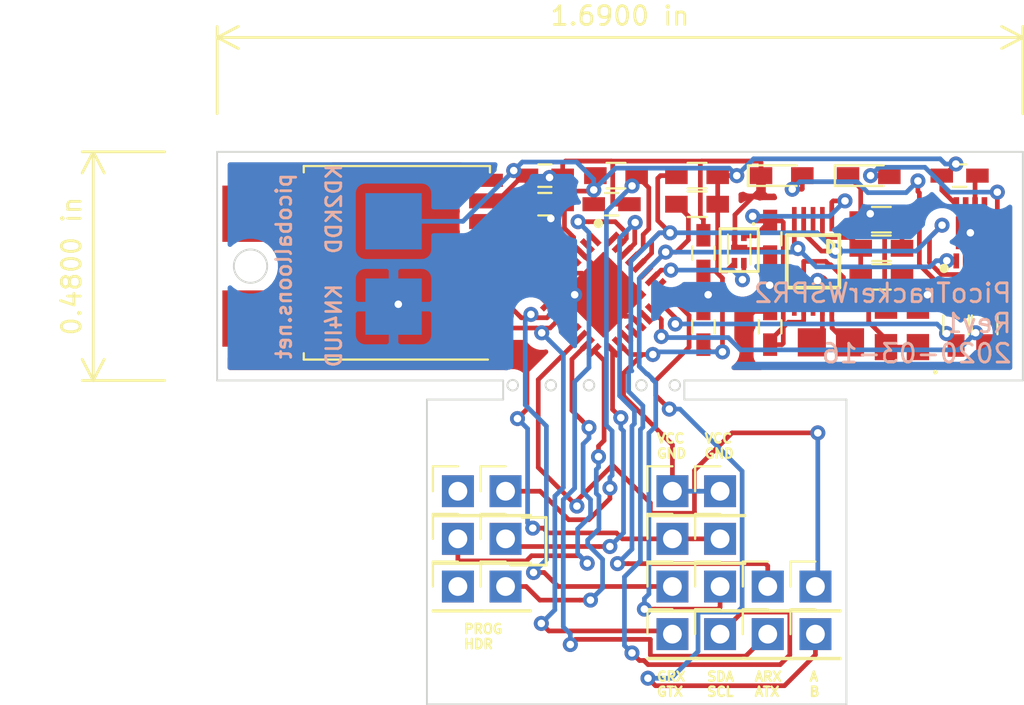
<source format=kicad_pcb>
(kicad_pcb (version 20171130) (host pcbnew "(5.1.5)-3")

  (general
    (thickness 1.6)
    (drawings 34)
    (tracks 572)
    (zones 0)
    (modules 48)
    (nets 29)
  )

  (page A4)
  (layers
    (0 F.Cu signal)
    (31 B.Cu signal)
    (32 B.Adhes user)
    (33 F.Adhes user)
    (34 B.Paste user)
    (35 F.Paste user)
    (36 B.SilkS user)
    (37 F.SilkS user)
    (38 B.Mask user)
    (39 F.Mask user)
    (40 Dwgs.User user)
    (41 Cmts.User user)
    (42 Eco1.User user)
    (43 Eco2.User user)
    (44 Edge.Cuts user)
    (45 Margin user)
    (46 B.CrtYd user)
    (47 F.CrtYd user)
    (48 B.Fab user)
    (49 F.Fab user hide)
  )

  (setup
    (last_trace_width 0.25)
    (user_trace_width 0.127)
    (trace_clearance 0.2)
    (zone_clearance 0.508)
    (zone_45_only no)
    (trace_min 0.127)
    (via_size 0.8)
    (via_drill 0.4)
    (via_min_size 0.4)
    (via_min_drill 0.3)
    (uvia_size 0.3)
    (uvia_drill 0.1)
    (uvias_allowed no)
    (uvia_min_size 0.2)
    (uvia_min_drill 0.1)
    (edge_width 0.1)
    (segment_width 0.2)
    (pcb_text_width 0.3)
    (pcb_text_size 1.5 1.5)
    (mod_edge_width 0.15)
    (mod_text_size 1 1)
    (mod_text_width 0.15)
    (pad_size 1.524 1.524)
    (pad_drill 0.762)
    (pad_to_mask_clearance 0)
    (solder_mask_min_width 0.25)
    (aux_axis_origin 0 0)
    (visible_elements 7FFFFFFF)
    (pcbplotparams
      (layerselection 0x010fc_ffffffff)
      (usegerberextensions false)
      (usegerberattributes false)
      (usegerberadvancedattributes false)
      (creategerberjobfile false)
      (excludeedgelayer true)
      (linewidth 0.100000)
      (plotframeref false)
      (viasonmask false)
      (mode 1)
      (useauxorigin false)
      (hpglpennumber 1)
      (hpglpenspeed 20)
      (hpglpendiameter 15.000000)
      (psnegative false)
      (psa4output false)
      (plotreference true)
      (plotvalue true)
      (plotinvisibletext false)
      (padsonsilk false)
      (subtractmaskfromsilk false)
      (outputformat 1)
      (mirror false)
      (drillshape 0)
      (scaleselection 1)
      (outputdirectory "gerbers/"))
  )

  (net 0 "")
  (net 1 GND)
  (net 2 VCC)
  (net 3 WSPR_VCC)
  (net 4 SER_RXD)
  (net 5 SER_TXD)
  (net 6 SDA)
  (net 7 SCL)
  (net 8 SPI_MISO)
  (net 9 SPI_SCK)
  (net 10 SPI_RESET)
  (net 11 SPI_MOSI)
  (net 12 GPS_SER_OUT)
  (net 13 GPS_SER_IN)
  (net 14 GPS_RF_IN)
  (net 15 "Net-(D1-Pad2)")
  (net 16 "Net-(D2-Pad2)")
  (net 17 "Net-(M4-Pad2)")
  (net 18 "Net-(R10-Pad2)")
  (net 19 SIG_A)
  (net 20 SIG_B)
  (net 21 GPS_V_BCKP)
  (net 22 LED_1)
  (net 23 LED_2)
  (net 24 WSPR_ENABLE)
  (net 25 GPS_OUT_1PPS)
  (net 26 GPS_IN_ENABLE)
  (net 27 WSPR_CLK1_OUT)
  (net 28 WSPR_CLK0_OUT)

  (net_class Default "This is the default net class."
    (clearance 0.2)
    (trace_width 0.25)
    (via_dia 0.8)
    (via_drill 0.4)
    (uvia_dia 0.3)
    (uvia_drill 0.1)
    (add_net GND)
    (add_net GPS_IN_ENABLE)
    (add_net GPS_OUT_1PPS)
    (add_net GPS_RF_IN)
    (add_net GPS_SER_IN)
    (add_net GPS_SER_OUT)
    (add_net GPS_V_BCKP)
    (add_net LED_1)
    (add_net LED_2)
    (add_net "Net-(D1-Pad2)")
    (add_net "Net-(D2-Pad2)")
    (add_net "Net-(M4-Pad2)")
    (add_net "Net-(R10-Pad2)")
    (add_net SCL)
    (add_net SDA)
    (add_net SER_RXD)
    (add_net SER_TXD)
    (add_net SIG_A)
    (add_net SIG_B)
    (add_net SPI_MISO)
    (add_net SPI_MOSI)
    (add_net SPI_RESET)
    (add_net SPI_SCK)
    (add_net VCC)
    (add_net WSPR_CLK0_OUT)
    (add_net WSPR_CLK1_OUT)
    (add_net WSPR_ENABLE)
    (add_net WSPR_VCC)
  )

  (module Measurement_Points:Measurement_Point_Square-SMD-Pad_Big (layer B.Cu) (tedit 56C35FC6) (tstamp 5E69A373)
    (at 80.01 70.253 90)
    (descr "Mesurement Point, Square, SMD Pad,  3mm x 3mm,")
    (tags "Mesurement Point Square SMD Pad 3x3mm")
    (path /5E4B65B2)
    (attr virtual)
    (fp_text reference CONN26 (at 0 3 90) (layer B.SilkS) hide
      (effects (font (size 1 1) (thickness 0.15)) (justify mirror))
    )
    (fp_text value VCC_OUTPUT (at 0 -3 90) (layer B.Fab)
      (effects (font (size 1 1) (thickness 0.15)) (justify mirror))
    )
    (fp_line (start -1.75 1.75) (end 1.75 1.75) (layer B.CrtYd) (width 0.05))
    (fp_line (start 1.75 1.75) (end 1.75 -1.75) (layer B.CrtYd) (width 0.05))
    (fp_line (start 1.75 -1.75) (end -1.75 -1.75) (layer B.CrtYd) (width 0.05))
    (fp_line (start -1.75 -1.75) (end -1.75 1.75) (layer B.CrtYd) (width 0.05))
    (pad 1 smd rect (at 0 0 90) (size 3 3) (layers B.Cu B.Mask)
      (net 2 VCC))
  )

  (module Measurement_Points:Measurement_Point_Square-SMD-Pad_Big (layer B.Cu) (tedit 56C35FC6) (tstamp 5E6E7CB2)
    (at 80.01 74.803 90)
    (descr "Mesurement Point, Square, SMD Pad,  3mm x 3mm,")
    (tags "Mesurement Point Square SMD Pad 3x3mm")
    (path /5AD41BB5)
    (attr virtual)
    (fp_text reference CONN1 (at 0 3 90) (layer B.SilkS) hide
      (effects (font (size 1 1) (thickness 0.15)) (justify mirror))
    )
    (fp_text value NEG (at 0 -3 90) (layer B.Fab)
      (effects (font (size 1 1) (thickness 0.15)) (justify mirror))
    )
    (fp_line (start -1.75 1.75) (end 1.75 1.75) (layer B.CrtYd) (width 0.05))
    (fp_line (start 1.75 1.75) (end 1.75 -1.75) (layer B.CrtYd) (width 0.05))
    (fp_line (start 1.75 -1.75) (end -1.75 -1.75) (layer B.CrtYd) (width 0.05))
    (fp_line (start -1.75 -1.75) (end -1.75 1.75) (layer B.CrtYd) (width 0.05))
    (pad 1 smd rect (at 0 0 90) (size 3 3) (layers B.Cu B.Mask)
      (net 1 GND))
  )

  (module Capacitors_SMD:C_0603_HandSoldering (layer F.Cu) (tedit 58AA848B) (tstamp 5E6F27C6)
    (at 96.52 71.948 90)
    (descr "Capacitor SMD 0603, hand soldering")
    (tags "capacitor 0603")
    (path /5E4E7CF7)
    (attr smd)
    (fp_text reference C8 (at 0 -1.25 90) (layer F.SilkS) hide
      (effects (font (size 1 1) (thickness 0.15)))
    )
    (fp_text value 22uF (at 0 1.5 90) (layer F.Fab)
      (effects (font (size 1 1) (thickness 0.15)))
    )
    (fp_text user %R (at 0 -1.25 90) (layer F.Fab)
      (effects (font (size 1 1) (thickness 0.15)))
    )
    (fp_line (start -0.8 0.4) (end -0.8 -0.4) (layer F.Fab) (width 0.1))
    (fp_line (start 0.8 0.4) (end -0.8 0.4) (layer F.Fab) (width 0.1))
    (fp_line (start 0.8 -0.4) (end 0.8 0.4) (layer F.Fab) (width 0.1))
    (fp_line (start -0.8 -0.4) (end 0.8 -0.4) (layer F.Fab) (width 0.1))
    (fp_line (start -0.35 -0.6) (end 0.35 -0.6) (layer F.SilkS) (width 0.12))
    (fp_line (start 0.35 0.6) (end -0.35 0.6) (layer F.SilkS) (width 0.12))
    (fp_line (start -1.8 -0.65) (end 1.8 -0.65) (layer F.CrtYd) (width 0.05))
    (fp_line (start -1.8 -0.65) (end -1.8 0.65) (layer F.CrtYd) (width 0.05))
    (fp_line (start 1.8 0.65) (end 1.8 -0.65) (layer F.CrtYd) (width 0.05))
    (fp_line (start 1.8 0.65) (end -1.8 0.65) (layer F.CrtYd) (width 0.05))
    (pad 1 smd rect (at -0.95 0 90) (size 1.2 0.75) (layers F.Cu F.Paste F.Mask)
      (net 2 VCC))
    (pad 2 smd rect (at 0.95 0 90) (size 1.2 0.75) (layers F.Cu F.Paste F.Mask)
      (net 1 GND))
    (model Capacitors_SMD.3dshapes/C_0603.wrl
      (at (xyz 0 0 0))
      (scale (xyz 1 1 1))
      (rotate (xyz 0 0 0))
    )
  )

  (module Capacitors_SMD:C_0603_HandSoldering (layer F.Cu) (tedit 58AA848B) (tstamp 5E6F26AF)
    (at 100.076 71.186 270)
    (descr "Capacitor SMD 0603, hand soldering")
    (tags "capacitor 0603")
    (path /5AD340A7)
    (attr smd)
    (fp_text reference C7 (at 0 -1.25 90) (layer F.SilkS) hide
      (effects (font (size 1 1) (thickness 0.15)))
    )
    (fp_text value .1uF (at 0 1.5 90) (layer F.Fab)
      (effects (font (size 1 1) (thickness 0.15)))
    )
    (fp_text user %R (at 0 -1.25 90) (layer F.Fab)
      (effects (font (size 1 1) (thickness 0.15)))
    )
    (fp_line (start -0.8 0.4) (end -0.8 -0.4) (layer F.Fab) (width 0.1))
    (fp_line (start 0.8 0.4) (end -0.8 0.4) (layer F.Fab) (width 0.1))
    (fp_line (start 0.8 -0.4) (end 0.8 0.4) (layer F.Fab) (width 0.1))
    (fp_line (start -0.8 -0.4) (end 0.8 -0.4) (layer F.Fab) (width 0.1))
    (fp_line (start -0.35 -0.6) (end 0.35 -0.6) (layer F.SilkS) (width 0.12))
    (fp_line (start 0.35 0.6) (end -0.35 0.6) (layer F.SilkS) (width 0.12))
    (fp_line (start -1.8 -0.65) (end 1.8 -0.65) (layer F.CrtYd) (width 0.05))
    (fp_line (start -1.8 -0.65) (end -1.8 0.65) (layer F.CrtYd) (width 0.05))
    (fp_line (start 1.8 0.65) (end 1.8 -0.65) (layer F.CrtYd) (width 0.05))
    (fp_line (start 1.8 0.65) (end -1.8 0.65) (layer F.CrtYd) (width 0.05))
    (pad 1 smd rect (at -0.95 0 270) (size 1.2 0.75) (layers F.Cu F.Paste F.Mask)
      (net 3 WSPR_VCC))
    (pad 2 smd rect (at 0.95 0 270) (size 1.2 0.75) (layers F.Cu F.Paste F.Mask)
      (net 1 GND))
    (model Capacitors_SMD.3dshapes/C_0603.wrl
      (at (xyz 0 0 0))
      (scale (xyz 1 1 1))
      (rotate (xyz 0 0 0))
    )
  )

  (module Capacitors_SMD:C_0603_HandSoldering (layer F.Cu) (tedit 58AA848B) (tstamp 5E6F2796)
    (at 100.076 75.88 270)
    (descr "Capacitor SMD 0603, hand soldering")
    (tags "capacitor 0603")
    (path /5AD34AAF)
    (attr smd)
    (fp_text reference C10 (at 0 -1.25 90) (layer F.SilkS) hide
      (effects (font (size 1 1) (thickness 0.15)))
    )
    (fp_text value .1uF (at 0 1.5 90) (layer F.Fab)
      (effects (font (size 1 1) (thickness 0.15)))
    )
    (fp_line (start 1.8 0.65) (end -1.8 0.65) (layer F.CrtYd) (width 0.05))
    (fp_line (start 1.8 0.65) (end 1.8 -0.65) (layer F.CrtYd) (width 0.05))
    (fp_line (start -1.8 -0.65) (end -1.8 0.65) (layer F.CrtYd) (width 0.05))
    (fp_line (start -1.8 -0.65) (end 1.8 -0.65) (layer F.CrtYd) (width 0.05))
    (fp_line (start 0.35 0.6) (end -0.35 0.6) (layer F.SilkS) (width 0.12))
    (fp_line (start -0.35 -0.6) (end 0.35 -0.6) (layer F.SilkS) (width 0.12))
    (fp_line (start -0.8 -0.4) (end 0.8 -0.4) (layer F.Fab) (width 0.1))
    (fp_line (start 0.8 -0.4) (end 0.8 0.4) (layer F.Fab) (width 0.1))
    (fp_line (start 0.8 0.4) (end -0.8 0.4) (layer F.Fab) (width 0.1))
    (fp_line (start -0.8 0.4) (end -0.8 -0.4) (layer F.Fab) (width 0.1))
    (fp_text user %R (at 0 -1.25 90) (layer F.Fab)
      (effects (font (size 1 1) (thickness 0.15)))
    )
    (pad 2 smd rect (at 0.95 0 270) (size 1.2 0.75) (layers F.Cu F.Paste F.Mask)
      (net 3 WSPR_VCC))
    (pad 1 smd rect (at -0.95 0 270) (size 1.2 0.75) (layers F.Cu F.Paste F.Mask)
      (net 1 GND))
    (model Capacitors_SMD.3dshapes/C_0603.wrl
      (at (xyz 0 0 0))
      (scale (xyz 1 1 1))
      (rotate (xyz 0 0 0))
    )
  )

  (module Resistors_SMD:R_0603_HandSoldering (layer F.Cu) (tedit 58E0A804) (tstamp 5E6F2766)
    (at 106.002 73.2155)
    (descr "Resistor SMD 0603, hand soldering")
    (tags "resistor 0603")
    (path /5CCB7C69)
    (attr smd)
    (fp_text reference R11 (at 0 -1.45) (layer F.SilkS) hide
      (effects (font (size 1 1) (thickness 0.15)))
    )
    (fp_text value 100 (at 0 1.55) (layer F.Fab)
      (effects (font (size 1 1) (thickness 0.15)))
    )
    (fp_text user %R (at 0 0) (layer F.Fab)
      (effects (font (size 0.4 0.4) (thickness 0.075)))
    )
    (fp_line (start -0.8 0.4) (end -0.8 -0.4) (layer F.Fab) (width 0.1))
    (fp_line (start 0.8 0.4) (end -0.8 0.4) (layer F.Fab) (width 0.1))
    (fp_line (start 0.8 -0.4) (end 0.8 0.4) (layer F.Fab) (width 0.1))
    (fp_line (start -0.8 -0.4) (end 0.8 -0.4) (layer F.Fab) (width 0.1))
    (fp_line (start 0.5 0.68) (end -0.5 0.68) (layer F.SilkS) (width 0.12))
    (fp_line (start -0.5 -0.68) (end 0.5 -0.68) (layer F.SilkS) (width 0.12))
    (fp_line (start -1.96 -0.7) (end 1.95 -0.7) (layer F.CrtYd) (width 0.05))
    (fp_line (start -1.96 -0.7) (end -1.96 0.7) (layer F.CrtYd) (width 0.05))
    (fp_line (start 1.95 0.7) (end 1.95 -0.7) (layer F.CrtYd) (width 0.05))
    (fp_line (start 1.95 0.7) (end -1.96 0.7) (layer F.CrtYd) (width 0.05))
    (pad 1 smd rect (at -1.1 0) (size 1.2 0.9) (layers F.Cu F.Paste F.Mask)
      (net 17 "Net-(M4-Pad2)"))
    (pad 2 smd rect (at 1.1 0) (size 1.2 0.9) (layers F.Cu F.Paste F.Mask)
      (net 1 GND))
    (model ${KISYS3DMOD}/Resistors_SMD.3dshapes/R_0603.wrl
      (at (xyz 0 0 0))
      (scale (xyz 1 1 1))
      (rotate (xyz 0 0 0))
    )
  )

  (module CustomFootprintLibrary:SIP32431DNP3-T1GE4 (layer F.Cu) (tedit 5E4A12E1) (tstamp 5E6F26E4)
    (at 98.171 71.659 270)
    (descr "TDFN4 1.2 x 1.6")
    (tags "Integrated Circuit")
    (path /5E4DF98D)
    (attr smd)
    (fp_text reference U2 (at -1.778 -2.032 90) (layer F.SilkS) hide
      (effects (font (size 1.27 1.27) (thickness 0.254)))
    )
    (fp_text value SIP32431DNP3-T1GE4 (at 0.762 2.54 90) (layer F.SilkS) hide
      (effects (font (size 1.27 1.27) (thickness 0.254)))
    )
    (fp_line (start -1.27 -1.016) (end -1.27 -1.016) (layer F.SilkS) (width 0.2))
    (fp_line (start -0.704 0.346) (end 0.896 0.346) (layer F.SilkS) (width 0.1))
    (fp_line (start -0.704 -0.854) (end 0.896 -0.854) (layer F.SilkS) (width 0.1))
    (fp_line (start -0.704 -0.854) (end 0.896 -0.854) (layer F.Fab) (width 0.2))
    (fp_line (start -0.704 0.346) (end -0.704 -0.854) (layer F.Fab) (width 0.2))
    (fp_line (start 0.896 0.346) (end -0.704 0.346) (layer F.Fab) (width 0.2))
    (fp_line (start 0.896 -0.854) (end 0.896 0.346) (layer F.Fab) (width 0.2))
    (fp_text user %R (at 3.302 -2.032 90) (layer F.Fab)
      (effects (font (size 1.27 1.27) (thickness 0.254)))
    )
    (fp_line (start 1.27 -0.254) (end 1.27 0.762) (layer F.SilkS) (width 0.15))
    (fp_line (start 1.27 0.762) (end -1.016 0.762) (layer F.SilkS) (width 0.15))
    (fp_line (start -1.016 0.762) (end -1.016 -1.27) (layer F.SilkS) (width 0.15))
    (fp_line (start -1.016 -1.27) (end 1.27 -1.27) (layer F.SilkS) (width 0.15))
    (fp_line (start 1.27 -1.27) (end 1.27 -0.254) (layer F.SilkS) (width 0.15))
    (pad 5 smd rect (at 0.096 -0.254 270) (size 0.5 0.86) (layers F.Cu F.Paste F.Mask)
      (net 1 GND))
    (pad 4 smd rect (at 0.821 -0.504 180) (size 0.3 0.55) (layers F.Cu F.Paste F.Mask)
      (net 24 WSPR_ENABLE))
    (pad 3 smd rect (at 0.821 -0.004 180) (size 0.3 0.55) (layers F.Cu F.Paste F.Mask)
      (net 2 VCC))
    (pad 2 smd rect (at -0.629 -0.004 180) (size 0.3 0.55) (layers F.Cu F.Paste F.Mask)
      (net 1 GND))
    (pad 1 smd rect (at -0.629 -0.504 180) (size 0.3 0.55) (layers F.Cu F.Paste F.Mask)
      (net 3 WSPR_VCC))
  )

  (module Resistors_SMD:R_0603_HandSoldering (layer F.Cu) (tedit 58E0A804) (tstamp 5E6F2736)
    (at 106.002 71.6915)
    (descr "Resistor SMD 0603, hand soldering")
    (tags "resistor 0603")
    (path /5CCB763E)
    (attr smd)
    (fp_text reference R10 (at 0 -1.45) (layer F.SilkS) hide
      (effects (font (size 1 1) (thickness 0.15)))
    )
    (fp_text value 68 (at 0 1.55) (layer F.Fab)
      (effects (font (size 1 1) (thickness 0.15)))
    )
    (fp_text user %R (at 0 0) (layer F.Fab)
      (effects (font (size 0.4 0.4) (thickness 0.075)))
    )
    (fp_line (start -0.8 0.4) (end -0.8 -0.4) (layer F.Fab) (width 0.1))
    (fp_line (start 0.8 0.4) (end -0.8 0.4) (layer F.Fab) (width 0.1))
    (fp_line (start 0.8 -0.4) (end 0.8 0.4) (layer F.Fab) (width 0.1))
    (fp_line (start -0.8 -0.4) (end 0.8 -0.4) (layer F.Fab) (width 0.1))
    (fp_line (start 0.5 0.68) (end -0.5 0.68) (layer F.SilkS) (width 0.12))
    (fp_line (start -0.5 -0.68) (end 0.5 -0.68) (layer F.SilkS) (width 0.12))
    (fp_line (start -1.96 -0.7) (end 1.95 -0.7) (layer F.CrtYd) (width 0.05))
    (fp_line (start -1.96 -0.7) (end -1.96 0.7) (layer F.CrtYd) (width 0.05))
    (fp_line (start 1.95 0.7) (end 1.95 -0.7) (layer F.CrtYd) (width 0.05))
    (fp_line (start 1.95 0.7) (end -1.96 0.7) (layer F.CrtYd) (width 0.05))
    (pad 1 smd rect (at -1.1 0) (size 1.2 0.9) (layers F.Cu F.Paste F.Mask)
      (net 17 "Net-(M4-Pad2)"))
    (pad 2 smd rect (at 1.1 0) (size 1.2 0.9) (layers F.Cu F.Paste F.Mask)
      (net 18 "Net-(R10-Pad2)"))
    (model ${KISYS3DMOD}/Resistors_SMD.3dshapes/R_0603.wrl
      (at (xyz 0 0 0))
      (scale (xyz 1 1 1))
      (rotate (xyz 0 0 0))
    )
  )

  (module CustomFootprintLibrary:CRYSTAL_3.2mmWidth_2.5mmHeight (layer F.Cu) (tedit 5CC8F214) (tstamp 5E6F2824)
    (at 107.0991 75.8571 180)
    (path /5CD87C4E)
    (fp_text reference TCXO2 (at 0 -2.794) (layer F.SilkS) hide
      (effects (font (size 1 1) (thickness 0.15)))
    )
    (fp_text value CRYSTAL_TCXO_3.2mmWidth_2.5mmHeight (at 0 3.302) (layer F.SilkS) hide
      (effects (font (size 1 1) (thickness 0.15)))
    )
    (fp_text user . (at -1.778 -2.032) (layer F.SilkS)
      (effects (font (size 1 1) (thickness 0.15)))
    )
    (fp_arc (start 0 -1.651) (end 0.3048 -1.651) (angle 180) (layer Dwgs.User) (width 0.1524))
    (fp_line (start -1.2954 -1.651) (end -1.2954 1.651) (layer Dwgs.User) (width 0.1524))
    (fp_line (start 1.2954 -1.651) (end -1.2954 -1.651) (layer Dwgs.User) (width 0.1524))
    (fp_line (start 1.2954 1.651) (end 1.2954 -1.651) (layer Dwgs.User) (width 0.1524))
    (fp_line (start -1.2954 1.651) (end 1.2954 1.651) (layer Dwgs.User) (width 0.1524))
    (fp_text user "Copyright 2016 Accelerated Designs. All rights reserved." (at 0 0) (layer Cmts.User)
      (effects (font (size 0.127 0.127) (thickness 0.002)))
    )
    (pad 4 smd rect (at 0.8509 -1.1049 180) (size 1.1938 1.397) (layers F.Cu F.Paste F.Mask)
      (net 3 WSPR_VCC))
    (pad 3 smd rect (at 0.8509 1.1049 180) (size 1.1938 1.397) (layers F.Cu F.Paste F.Mask)
      (net 18 "Net-(R10-Pad2)"))
    (pad 2 smd rect (at -0.8509 1.1049 180) (size 1.1938 1.397) (layers F.Cu F.Paste F.Mask)
      (net 1 GND))
    (pad 1 smd rect (at -0.8509 -1.1049 180) (size 1.1938 1.397) (layers F.Cu F.Paste F.Mask)
      (net 3 WSPR_VCC))
  )

  (module Measurement_Points:Measurement_Point_Square-SMD-Pad_Small (layer F.Cu) (tedit 56C36007) (tstamp 5E6F2716)
    (at 102.2985 76.708)
    (descr "Mesurement Point, Square, SMD Pad,  1.5mm x 1.5mm,")
    (tags "Mesurement Point Square SMD Pad 1.5x1.5mm")
    (path /5AD3A314)
    (attr virtual)
    (fp_text reference CONN23 (at 0 -2) (layer F.SilkS) hide
      (effects (font (size 1 1) (thickness 0.15)))
    )
    (fp_text value WSPR_RF_GND (at 0 2) (layer F.Fab)
      (effects (font (size 1 1) (thickness 0.15)))
    )
    (fp_line (start -1 1) (end -1 -1) (layer F.CrtYd) (width 0.05))
    (fp_line (start 1 1) (end -1 1) (layer F.CrtYd) (width 0.05))
    (fp_line (start 1 -1) (end 1 1) (layer F.CrtYd) (width 0.05))
    (fp_line (start -1 -1) (end 1 -1) (layer F.CrtYd) (width 0.05))
    (pad 1 smd rect (at 0 0) (size 1.5 1.5) (layers F.Cu F.Mask)
      (net 27 WSPR_CLK1_OUT))
  )

  (module Resistors_SMD:R_0603_HandSoldering (layer F.Cu) (tedit 58E0A804) (tstamp 5E6F27F6)
    (at 106.002 70.1675 180)
    (descr "Resistor SMD 0603, hand soldering")
    (tags "resistor 0603")
    (path /5CCB7ACD)
    (attr smd)
    (fp_text reference R9 (at 0 -1.45) (layer F.SilkS) hide
      (effects (font (size 1 1) (thickness 0.15)))
    )
    (fp_text value 100 (at 0 1.55) (layer F.Fab)
      (effects (font (size 1 1) (thickness 0.15)))
    )
    (fp_line (start 1.95 0.7) (end -1.96 0.7) (layer F.CrtYd) (width 0.05))
    (fp_line (start 1.95 0.7) (end 1.95 -0.7) (layer F.CrtYd) (width 0.05))
    (fp_line (start -1.96 -0.7) (end -1.96 0.7) (layer F.CrtYd) (width 0.05))
    (fp_line (start -1.96 -0.7) (end 1.95 -0.7) (layer F.CrtYd) (width 0.05))
    (fp_line (start -0.5 -0.68) (end 0.5 -0.68) (layer F.SilkS) (width 0.12))
    (fp_line (start 0.5 0.68) (end -0.5 0.68) (layer F.SilkS) (width 0.12))
    (fp_line (start -0.8 -0.4) (end 0.8 -0.4) (layer F.Fab) (width 0.1))
    (fp_line (start 0.8 -0.4) (end 0.8 0.4) (layer F.Fab) (width 0.1))
    (fp_line (start 0.8 0.4) (end -0.8 0.4) (layer F.Fab) (width 0.1))
    (fp_line (start -0.8 0.4) (end -0.8 -0.4) (layer F.Fab) (width 0.1))
    (fp_text user %R (at 0 0) (layer F.Fab)
      (effects (font (size 0.4 0.4) (thickness 0.075)))
    )
    (pad 2 smd rect (at 1.1 0 180) (size 1.2 0.9) (layers F.Cu F.Paste F.Mask)
      (net 1 GND))
    (pad 1 smd rect (at -1.1 0 180) (size 1.2 0.9) (layers F.Cu F.Paste F.Mask)
      (net 18 "Net-(R10-Pad2)"))
    (model ${KISYS3DMOD}/Resistors_SMD.3dshapes/R_0603.wrl
      (at (xyz 0 0 0))
      (scale (xyz 1 1 1))
      (rotate (xyz 0 0 0))
    )
  )

  (module Measurement_Points:Measurement_Point_Square-SMD-Pad_Big (layer F.Cu) (tedit 56C35FC6) (tstamp 5E6F287E)
    (at 72.39 69.85 180)
    (descr "Mesurement Point, Square, SMD Pad,  3mm x 3mm,")
    (tags "Mesurement Point Square SMD Pad 3x3mm")
    (path /5A70037C)
    (attr virtual)
    (fp_text reference CONN22 (at 0 -3) (layer F.SilkS) hide
      (effects (font (size 1 1) (thickness 0.15)))
    )
    (fp_text value GPS_RF_IN (at 0 3) (layer F.Fab)
      (effects (font (size 1 1) (thickness 0.15)))
    )
    (fp_line (start -1.75 -1.75) (end 1.75 -1.75) (layer F.CrtYd) (width 0.05))
    (fp_line (start 1.75 -1.75) (end 1.75 1.75) (layer F.CrtYd) (width 0.05))
    (fp_line (start 1.75 1.75) (end -1.75 1.75) (layer F.CrtYd) (width 0.05))
    (fp_line (start -1.75 1.75) (end -1.75 -1.75) (layer F.CrtYd) (width 0.05))
    (pad 1 smd rect (at 0 0 180) (size 3 3) (layers F.Cu F.Mask)
      (net 14 GPS_RF_IN))
  )

  (module Measurement_Points:Measurement_Point_Square-SMD-Pad_Big (layer F.Cu) (tedit 56C35FC6) (tstamp 5E6F2896)
    (at 72.39 75.438 180)
    (descr "Mesurement Point, Square, SMD Pad,  3mm x 3mm,")
    (tags "Mesurement Point Square SMD Pad 3x3mm")
    (path /5A700192)
    (attr virtual)
    (fp_text reference CONN21 (at 0 -3) (layer F.SilkS) hide
      (effects (font (size 1 1) (thickness 0.15)))
    )
    (fp_text value GPS_RF_GND (at 0 3) (layer F.Fab)
      (effects (font (size 1 1) (thickness 0.15)))
    )
    (fp_line (start -1.75 1.75) (end -1.75 -1.75) (layer F.CrtYd) (width 0.05))
    (fp_line (start 1.75 1.75) (end -1.75 1.75) (layer F.CrtYd) (width 0.05))
    (fp_line (start 1.75 -1.75) (end 1.75 1.75) (layer F.CrtYd) (width 0.05))
    (fp_line (start -1.75 -1.75) (end 1.75 -1.75) (layer F.CrtYd) (width 0.05))
    (pad 1 smd rect (at 0 0 180) (size 3 3) (layers F.Cu F.Mask)
      (net 1 GND))
  )

  (module CustomFootprintLibrary:SI5351A (layer F.Cu) (tedit 5C6E243F) (tstamp 5E6F2950)
    (at 102.362 72.39 90)
    (descr "10-LEAD MINI SMALL OUTLINE PACKAGE [MSOP]")
    (tags "10-LEAD MINI SMALL OUTLINE PACKAGE [MSOP]")
    (path /5AD28253)
    (attr smd)
    (fp_text reference M4 (at -0.635 2.667 270) (layer F.Fab) hide
      (effects (font (size 1.27 1.27) (thickness 0.127)))
    )
    (fp_text value SI5351A (at -1.27 -2.667 270) (layer F.Fab) hide
      (effects (font (size 1.27 1.27) (thickness 0.127)))
    )
    (fp_arc (start 0.79756 0.79756) (end 1.09982 0.79756) (angle 180) (layer F.SilkS) (width 0.2032))
    (fp_line (start 0.49784 0.79756) (end 1.09982 0.79756) (layer F.SilkS) (width 0.2032))
    (fp_line (start 1.39954 1.39954) (end -1.39954 1.39954) (layer F.SilkS) (width 0.2032))
    (fp_line (start 1.39954 -1.39954) (end 1.39954 1.39954) (layer F.SilkS) (width 0.2032))
    (fp_line (start -1.39954 -1.39954) (end 1.39954 -1.39954) (layer F.SilkS) (width 0.2032))
    (fp_line (start -1.39954 1.39954) (end -1.39954 -1.39954) (layer F.SilkS) (width 0.2032))
    (fp_line (start -1.4986 1.12522) (end -2.49936 1.12522) (layer Dwgs.User) (width 0.06604))
    (fp_line (start -2.49936 1.12522) (end -2.49936 0.87376) (layer Dwgs.User) (width 0.06604))
    (fp_line (start -1.4986 0.87376) (end -2.49936 0.87376) (layer Dwgs.User) (width 0.06604))
    (fp_line (start -1.4986 1.12522) (end -1.4986 0.87376) (layer Dwgs.User) (width 0.06604))
    (fp_line (start -1.4986 0.62484) (end -2.49936 0.62484) (layer Dwgs.User) (width 0.06604))
    (fp_line (start -2.49936 0.62484) (end -2.49936 0.37338) (layer Dwgs.User) (width 0.06604))
    (fp_line (start -1.4986 0.37338) (end -2.49936 0.37338) (layer Dwgs.User) (width 0.06604))
    (fp_line (start -1.4986 0.62484) (end -1.4986 0.37338) (layer Dwgs.User) (width 0.06604))
    (fp_line (start -1.4986 0.12446) (end -2.49936 0.12446) (layer Dwgs.User) (width 0.06604))
    (fp_line (start -2.49936 0.12446) (end -2.49936 -0.12192) (layer Dwgs.User) (width 0.06604))
    (fp_line (start -1.4986 -0.12192) (end -2.49936 -0.12192) (layer Dwgs.User) (width 0.06604))
    (fp_line (start -1.4986 0.12446) (end -1.4986 -0.12192) (layer Dwgs.User) (width 0.06604))
    (fp_line (start -1.4986 -0.37338) (end -2.49936 -0.37338) (layer Dwgs.User) (width 0.06604))
    (fp_line (start -2.49936 -0.37338) (end -2.49936 -0.6223) (layer Dwgs.User) (width 0.06604))
    (fp_line (start -1.4986 -0.6223) (end -2.49936 -0.6223) (layer Dwgs.User) (width 0.06604))
    (fp_line (start -1.4986 -0.37338) (end -1.4986 -0.6223) (layer Dwgs.User) (width 0.06604))
    (fp_line (start -1.4986 -0.87376) (end -2.49936 -0.87376) (layer Dwgs.User) (width 0.06604))
    (fp_line (start -2.49936 -0.87376) (end -2.49936 -1.12268) (layer Dwgs.User) (width 0.06604))
    (fp_line (start -1.4986 -1.12268) (end -2.49936 -1.12268) (layer Dwgs.User) (width 0.06604))
    (fp_line (start -1.4986 -0.87376) (end -1.4986 -1.12268) (layer Dwgs.User) (width 0.06604))
    (fp_line (start 2.49936 -0.87376) (end 1.4986 -0.87376) (layer Dwgs.User) (width 0.06604))
    (fp_line (start 1.4986 -0.87376) (end 1.4986 -1.12522) (layer Dwgs.User) (width 0.06604))
    (fp_line (start 2.49936 -1.12522) (end 1.4986 -1.12522) (layer Dwgs.User) (width 0.06604))
    (fp_line (start 2.49936 -0.87376) (end 2.49936 -1.12522) (layer Dwgs.User) (width 0.06604))
    (fp_line (start 2.49936 -0.37338) (end 1.4986 -0.37338) (layer Dwgs.User) (width 0.06604))
    (fp_line (start 1.4986 -0.37338) (end 1.4986 -0.62484) (layer Dwgs.User) (width 0.06604))
    (fp_line (start 2.49936 -0.62484) (end 1.4986 -0.62484) (layer Dwgs.User) (width 0.06604))
    (fp_line (start 2.49936 -0.37338) (end 2.49936 -0.62484) (layer Dwgs.User) (width 0.06604))
    (fp_line (start 2.49936 0.12192) (end 1.4986 0.12192) (layer Dwgs.User) (width 0.06604))
    (fp_line (start 1.4986 0.12192) (end 1.4986 -0.12446) (layer Dwgs.User) (width 0.06604))
    (fp_line (start 2.49936 -0.12446) (end 1.4986 -0.12446) (layer Dwgs.User) (width 0.06604))
    (fp_line (start 2.49936 0.12192) (end 2.49936 -0.12446) (layer Dwgs.User) (width 0.06604))
    (fp_line (start 2.49936 0.6223) (end 1.4986 0.6223) (layer Dwgs.User) (width 0.06604))
    (fp_line (start 1.4986 0.6223) (end 1.4986 0.37338) (layer Dwgs.User) (width 0.06604))
    (fp_line (start 2.49936 0.37338) (end 1.4986 0.37338) (layer Dwgs.User) (width 0.06604))
    (fp_line (start 2.49936 0.6223) (end 2.49936 0.37338) (layer Dwgs.User) (width 0.06604))
    (fp_line (start 2.49936 1.12268) (end 1.4986 1.12268) (layer Dwgs.User) (width 0.06604))
    (fp_line (start 1.4986 1.12268) (end 1.4986 0.87376) (layer Dwgs.User) (width 0.06604))
    (fp_line (start 2.49936 0.87376) (end 1.4986 0.87376) (layer Dwgs.User) (width 0.06604))
    (fp_line (start 2.49936 1.12268) (end 2.49936 0.87376) (layer Dwgs.User) (width 0.06604))
    (pad 10 smd rect (at -2.25 0.99822) (size 0.24892 1.3) (layers F.Cu F.Paste F.Mask)
      (net 28 WSPR_CLK0_OUT))
    (pad 9 smd rect (at -2.25 0.49784) (size 0.24892 1.3) (layers F.Cu F.Paste F.Mask)
      (net 27 WSPR_CLK1_OUT))
    (pad 8 smd rect (at -2.25 0) (size 0.24892 1.3) (layers F.Cu F.Paste F.Mask)
      (net 1 GND))
    (pad 7 smd rect (at -2.25 -0.49784) (size 0.24892 1.3) (layers F.Cu F.Paste F.Mask)
      (net 3 WSPR_VCC))
    (pad 6 smd rect (at -2.25 -0.99822) (size 0.24892 1.3) (layers F.Cu F.Paste F.Mask))
    (pad 5 smd rect (at 2.25 -0.99822 180) (size 0.24892 1.3) (layers F.Cu F.Paste F.Mask)
      (net 6 SDA))
    (pad 4 smd rect (at 2.25 -0.49784 180) (size 0.24892 1.3) (layers F.Cu F.Paste F.Mask)
      (net 7 SCL))
    (pad 3 smd rect (at 2.25 0 180) (size 0.24892 1.3) (layers F.Cu F.Paste F.Mask))
    (pad 2 smd rect (at 2.25 0.49784 180) (size 0.24892 1.3) (layers F.Cu F.Paste F.Mask)
      (net 17 "Net-(M4-Pad2)"))
    (pad 1 smd rect (at 2.25 0.99822 180) (size 0.24892 1.3) (layers F.Cu F.Paste F.Mask)
      (net 3 WSPR_VCC))
  )

  (module Measurement_Points:Measurement_Point_Square-SMD-Pad_Small (layer F.Cu) (tedit 56C36007) (tstamp 5E6F29CE)
    (at 104.3305 76.708)
    (descr "Mesurement Point, Square, SMD Pad,  1.5mm x 1.5mm,")
    (tags "Mesurement Point Square SMD Pad 1.5x1.5mm")
    (path /5AD3A31A)
    (attr virtual)
    (fp_text reference CONN24 (at 0 -2) (layer F.SilkS) hide
      (effects (font (size 1 1) (thickness 0.15)))
    )
    (fp_text value WSPR_RF_OUT (at 0 2) (layer F.Fab)
      (effects (font (size 1 1) (thickness 0.15)))
    )
    (fp_line (start -1 -1) (end 1 -1) (layer F.CrtYd) (width 0.05))
    (fp_line (start 1 -1) (end 1 1) (layer F.CrtYd) (width 0.05))
    (fp_line (start 1 1) (end -1 1) (layer F.CrtYd) (width 0.05))
    (fp_line (start -1 1) (end -1 -1) (layer F.CrtYd) (width 0.05))
    (pad 1 smd rect (at 0 0) (size 1.5 1.5) (layers F.Cu F.Mask)
      (net 28 WSPR_CLK0_OUT))
  )

  (module CustomFootprintLibrary:UBLOX_MAX-7 (layer F.Cu) (tedit 5E5A8268) (tstamp 5E6F28CB)
    (at 80.264 72.644)
    (descr "ublox MAX 6/7/8, (https://www.u-blox.com/sites/default/files/MAX-8-M8-FW3_HardwareIntegrationManual_%28UBX-15030059%29.pdf)")
    (tags "GPS ublox MAX 6/7/8")
    (path /5E66FAB5)
    (attr smd)
    (fp_text reference U1 (at -0.0762 5.8222 180) (layer F.SilkS) hide
      (effects (font (size 1 1) (thickness 0.15)))
    )
    (fp_text value UBLOX_MAX-7 (at -0.0762 -1.6778 180) (layer F.Fab)
      (effects (font (size 1 1) (thickness 0.15)))
    )
    (fp_line (start 4.7738 4.5722) (end 3.7738 4.2222) (layer F.Fab) (width 0.1))
    (fp_line (start 3.7738 4.2222) (end 4.7738 3.8722) (layer F.Fab) (width 0.1))
    (fp_line (start 5.8238 5.1222) (end -5.9762 5.1222) (layer F.CrtYd) (width 0.05))
    (fp_line (start -5.9762 5.1222) (end -5.9762 -5.4778) (layer F.CrtYd) (width 0.05))
    (fp_line (start 5.8238 -5.4778) (end -5.9762 -5.4778) (layer F.CrtYd) (width 0.05))
    (fp_line (start 5.8238 5.1222) (end 5.8238 -5.4778) (layer F.CrtYd) (width 0.05))
    (fp_line (start -5.0362 4.9822) (end -5.0362 4.6422) (layer F.SilkS) (width 0.12))
    (fp_line (start 4.8838 -4.9978) (end 4.8838 -5.3378) (layer F.SilkS) (width 0.12))
    (fp_line (start -5.0362 -4.9978) (end -5.0362 -5.3378) (layer F.SilkS) (width 0.12))
    (fp_line (start 4.8838 -5.3378) (end -5.0362 -5.3378) (layer F.SilkS) (width 0.12))
    (fp_line (start 4.7738 4.9822) (end -5.0362 4.9822) (layer F.SilkS) (width 0.12))
    (fp_line (start 4.7738 -5.2278) (end -4.9262 -5.2278) (layer F.Fab) (width 0.1))
    (fp_line (start 4.7738 4.8722) (end -4.9262 4.8722) (layer F.Fab) (width 0.1))
    (fp_line (start -4.9262 4.8722) (end -4.9262 -5.2278) (layer F.Fab) (width 0.1))
    (fp_line (start 4.7738 4.8722) (end 4.7738 -5.2278) (layer F.Fab) (width 0.1))
    (fp_text user %R (at -0.0762 -0.1778 180) (layer F.Fab)
      (effects (font (size 1 1) (thickness 0.15)))
    )
    (pad 18 smd rect (at -4.8262 4.2222 180) (size 1.8 0.7) (layers F.Cu F.Paste F.Mask))
    (pad 17 smd rect (at -4.8262 3.1222 180) (size 1.8 0.8) (layers F.Cu F.Paste F.Mask))
    (pad 16 smd rect (at -4.8262 2.0222 180) (size 1.8 0.8) (layers F.Cu F.Paste F.Mask))
    (pad 15 smd rect (at -4.8262 0.9222 180) (size 1.8 0.8) (layers F.Cu F.Paste F.Mask))
    (pad 14 smd rect (at -4.8262 -0.1778 180) (size 1.8 0.8) (layers F.Cu F.Paste F.Mask))
    (pad 13 smd rect (at -4.8262 -1.2778 180) (size 1.8 0.8) (layers F.Cu F.Paste F.Mask))
    (pad 12 smd rect (at -4.8262 -2.3778 180) (size 1.8 0.8) (layers F.Cu F.Paste F.Mask)
      (net 1 GND))
    (pad 11 smd rect (at -4.8262 -3.4778 180) (size 1.8 0.8) (layers F.Cu F.Paste F.Mask)
      (net 14 GPS_RF_IN))
    (pad 10 smd rect (at -4.8262 -4.5778 180) (size 1.8 0.7) (layers F.Cu F.Paste F.Mask)
      (net 1 GND))
    (pad 9 smd rect (at 4.6738 -4.5778 180) (size 1.8 0.7) (layers F.Cu F.Paste F.Mask))
    (pad 8 smd rect (at 4.6738 -3.4778 180) (size 1.8 0.8) (layers F.Cu F.Paste F.Mask)
      (net 2 VCC))
    (pad 7 smd rect (at 4.6738 -2.3778 180) (size 1.8 0.8) (layers F.Cu F.Paste F.Mask))
    (pad 6 smd rect (at 4.6738 -1.2778 180) (size 1.8 0.8) (layers F.Cu F.Paste F.Mask)
      (net 21 GPS_V_BCKP))
    (pad 5 smd rect (at 4.6738 -0.1778 180) (size 1.8 0.8) (layers F.Cu F.Paste F.Mask)
      (net 26 GPS_IN_ENABLE))
    (pad 4 smd rect (at 4.6738 0.9222 180) (size 1.8 0.8) (layers F.Cu F.Paste F.Mask)
      (net 25 GPS_OUT_1PPS))
    (pad 3 smd rect (at 4.6738 2.0222 180) (size 1.8 0.8) (layers F.Cu F.Paste F.Mask)
      (net 13 GPS_SER_IN))
    (pad 2 smd rect (at 4.6738 3.1222 180) (size 1.8 0.8) (layers F.Cu F.Paste F.Mask)
      (net 12 GPS_SER_OUT))
    (pad 1 smd rect (at 4.6738 4.2222 180) (size 1.8 0.7) (layers F.Cu F.Paste F.Mask)
      (net 1 GND))
    (model ${KISYS3DMOD}/RF_GPS.3dshapes/ublox_MAX.wrl
      (at (xyz 0 0 0))
      (scale (xyz 1 1 1))
      (rotate (xyz 0 0 0))
    )
  )

  (module Capacitors_SMD:C_0603_HandSoldering (layer F.Cu) (tedit 58AA848B) (tstamp 5E6F2856)
    (at 88.072 67.818)
    (descr "Capacitor SMD 0603, hand soldering")
    (tags "capacitor 0603")
    (path /5E669273)
    (attr smd)
    (fp_text reference C2 (at 0 -1.25) (layer F.SilkS) hide
      (effects (font (size 1 1) (thickness 0.15)))
    )
    (fp_text value 22uF (at 0 1.5) (layer F.Fab)
      (effects (font (size 1 1) (thickness 0.15)))
    )
    (fp_line (start 1.8 0.65) (end -1.8 0.65) (layer F.CrtYd) (width 0.05))
    (fp_line (start 1.8 0.65) (end 1.8 -0.65) (layer F.CrtYd) (width 0.05))
    (fp_line (start -1.8 -0.65) (end -1.8 0.65) (layer F.CrtYd) (width 0.05))
    (fp_line (start -1.8 -0.65) (end 1.8 -0.65) (layer F.CrtYd) (width 0.05))
    (fp_line (start 0.35 0.6) (end -0.35 0.6) (layer F.SilkS) (width 0.12))
    (fp_line (start -0.35 -0.6) (end 0.35 -0.6) (layer F.SilkS) (width 0.12))
    (fp_line (start -0.8 -0.4) (end 0.8 -0.4) (layer F.Fab) (width 0.1))
    (fp_line (start 0.8 -0.4) (end 0.8 0.4) (layer F.Fab) (width 0.1))
    (fp_line (start 0.8 0.4) (end -0.8 0.4) (layer F.Fab) (width 0.1))
    (fp_line (start -0.8 0.4) (end -0.8 -0.4) (layer F.Fab) (width 0.1))
    (fp_text user %R (at 0 -1.25) (layer F.Fab)
      (effects (font (size 1 1) (thickness 0.15)))
    )
    (pad 2 smd rect (at 0.95 0) (size 1.2 0.75) (layers F.Cu F.Paste F.Mask)
      (net 1 GND))
    (pad 1 smd rect (at -0.95 0) (size 1.2 0.75) (layers F.Cu F.Paste F.Mask)
      (net 2 VCC))
    (model Capacitors_SMD.3dshapes/C_0603.wrl
      (at (xyz 0 0 0))
      (scale (xyz 1 1 1))
      (rotate (xyz 0 0 0))
    )
  )

  (module Pin_Headers:Pin_Header_Straight_1x01_Pitch2.54mm (layer F.Cu) (tedit 59650532) (tstamp 5E50DD25)
    (at 85.979 84.6455)
    (descr "Through hole straight pin header, 1x01, 2.54mm pitch, single row")
    (tags "Through hole pin header THT 1x01 2.54mm single row")
    (path /5AD5797A)
    (fp_text reference CONN13 (at 0 -2.33) (layer F.SilkS) hide
      (effects (font (size 1 1) (thickness 0.15)))
    )
    (fp_text value SPI_RESET (at 0 2.33) (layer F.Fab)
      (effects (font (size 1 1) (thickness 0.15)))
    )
    (fp_text user %R (at 0 0 90) (layer F.Fab)
      (effects (font (size 1 1) (thickness 0.15)))
    )
    (fp_line (start 1.8 -1.8) (end -1.8 -1.8) (layer F.CrtYd) (width 0.05))
    (fp_line (start 1.8 1.8) (end 1.8 -1.8) (layer F.CrtYd) (width 0.05))
    (fp_line (start -1.8 1.8) (end 1.8 1.8) (layer F.CrtYd) (width 0.05))
    (fp_line (start -1.8 -1.8) (end -1.8 1.8) (layer F.CrtYd) (width 0.05))
    (fp_line (start -1.33 -1.33) (end 0 -1.33) (layer F.SilkS) (width 0.12))
    (fp_line (start -1.33 0) (end -1.33 -1.33) (layer F.SilkS) (width 0.12))
    (fp_line (start -1.33 1.27) (end 1.33 1.27) (layer F.SilkS) (width 0.12))
    (fp_line (start 1.33 1.27) (end 1.33 1.33) (layer F.SilkS) (width 0.12))
    (fp_line (start -1.33 1.27) (end -1.33 1.33) (layer F.SilkS) (width 0.12))
    (fp_line (start -1.33 1.33) (end 1.33 1.33) (layer F.SilkS) (width 0.12))
    (fp_line (start -1.27 -0.635) (end -0.635 -1.27) (layer F.Fab) (width 0.1))
    (fp_line (start -1.27 1.27) (end -1.27 -0.635) (layer F.Fab) (width 0.1))
    (fp_line (start 1.27 1.27) (end -1.27 1.27) (layer F.Fab) (width 0.1))
    (fp_line (start 1.27 -1.27) (end 1.27 1.27) (layer F.Fab) (width 0.1))
    (fp_line (start -0.635 -1.27) (end 1.27 -1.27) (layer F.Fab) (width 0.1))
    (pad 1 thru_hole rect (at 0 0) (size 1.7 1.7) (drill 1) (layers *.Cu *.Mask)
      (net 10 SPI_RESET))
    (model ${KISYS3DMOD}/Pin_Headers.3dshapes/Pin_Header_Straight_1x01_Pitch2.54mm.wrl
      (at (xyz 0 0 0))
      (scale (xyz 1 1 1))
      (rotate (xyz 0 0 0))
    )
  )

  (module Pin_Headers:Pin_Header_Straight_1x01_Pitch2.54mm (layer F.Cu) (tedit 59650532) (tstamp 5E50DD64)
    (at 83.439 84.6455)
    (descr "Through hole straight pin header, 1x01, 2.54mm pitch, single row")
    (tags "Through hole pin header THT 1x01 2.54mm single row")
    (path /5AD57AE6)
    (fp_text reference CONN16 (at 0 -2.33) (layer F.SilkS) hide
      (effects (font (size 1 1) (thickness 0.15)))
    )
    (fp_text value GND (at 0 2.33) (layer F.Fab)
      (effects (font (size 1 1) (thickness 0.15)))
    )
    (fp_line (start -0.635 -1.27) (end 1.27 -1.27) (layer F.Fab) (width 0.1))
    (fp_line (start 1.27 -1.27) (end 1.27 1.27) (layer F.Fab) (width 0.1))
    (fp_line (start 1.27 1.27) (end -1.27 1.27) (layer F.Fab) (width 0.1))
    (fp_line (start -1.27 1.27) (end -1.27 -0.635) (layer F.Fab) (width 0.1))
    (fp_line (start -1.27 -0.635) (end -0.635 -1.27) (layer F.Fab) (width 0.1))
    (fp_line (start -1.33 1.33) (end 1.33 1.33) (layer F.SilkS) (width 0.12))
    (fp_line (start -1.33 1.27) (end -1.33 1.33) (layer F.SilkS) (width 0.12))
    (fp_line (start 1.33 1.27) (end 1.33 1.33) (layer F.SilkS) (width 0.12))
    (fp_line (start -1.33 1.27) (end 1.33 1.27) (layer F.SilkS) (width 0.12))
    (fp_line (start -1.33 0) (end -1.33 -1.33) (layer F.SilkS) (width 0.12))
    (fp_line (start -1.33 -1.33) (end 0 -1.33) (layer F.SilkS) (width 0.12))
    (fp_line (start -1.8 -1.8) (end -1.8 1.8) (layer F.CrtYd) (width 0.05))
    (fp_line (start -1.8 1.8) (end 1.8 1.8) (layer F.CrtYd) (width 0.05))
    (fp_line (start 1.8 1.8) (end 1.8 -1.8) (layer F.CrtYd) (width 0.05))
    (fp_line (start 1.8 -1.8) (end -1.8 -1.8) (layer F.CrtYd) (width 0.05))
    (fp_text user %R (at 0 0 90) (layer F.Fab)
      (effects (font (size 1 1) (thickness 0.15)))
    )
    (pad 1 thru_hole rect (at 0 0) (size 1.7 1.7) (drill 1) (layers *.Cu *.Mask))
    (model ${KISYS3DMOD}/Pin_Headers.3dshapes/Pin_Header_Straight_1x01_Pitch2.54mm.wrl
      (at (xyz 0 0 0))
      (scale (xyz 1 1 1))
      (rotate (xyz 0 0 0))
    )
  )

  (module Socket_Strips:Socket_Strip_Straight_1x01_Pitch2.54mm (layer F.Cu) (tedit 58CD5446) (tstamp 5E50DCAA)
    (at 97.409 84.6455)
    (descr "Through hole straight socket strip, 1x01, 2.54mm pitch, single row")
    (tags "Through hole socket strip THT 1x01 2.54mm single row")
    (path /5AD5DC66)
    (fp_text reference CONN7 (at 0 -2.33) (layer F.SilkS) hide
      (effects (font (size 1 1) (thickness 0.15)))
    )
    (fp_text value VCC_TAP (at 0 2.33) (layer F.Fab)
      (effects (font (size 1 1) (thickness 0.15)))
    )
    (fp_line (start -1.27 -1.27) (end -1.27 1.27) (layer F.Fab) (width 0.1))
    (fp_line (start -1.27 1.27) (end 1.27 1.27) (layer F.Fab) (width 0.1))
    (fp_line (start 1.27 1.27) (end 1.27 -1.27) (layer F.Fab) (width 0.1))
    (fp_line (start 1.27 -1.27) (end -1.27 -1.27) (layer F.Fab) (width 0.1))
    (fp_line (start -1.33 1.27) (end -1.33 1.33) (layer F.SilkS) (width 0.12))
    (fp_line (start -1.33 1.33) (end 1.33 1.33) (layer F.SilkS) (width 0.12))
    (fp_line (start 1.33 1.33) (end 1.33 1.27) (layer F.SilkS) (width 0.12))
    (fp_line (start 1.33 1.27) (end -1.33 1.27) (layer F.SilkS) (width 0.12))
    (fp_line (start -1.33 0) (end -1.33 -1.33) (layer F.SilkS) (width 0.12))
    (fp_line (start -1.33 -1.33) (end 0 -1.33) (layer F.SilkS) (width 0.12))
    (fp_line (start -1.8 -1.8) (end -1.8 1.8) (layer F.CrtYd) (width 0.05))
    (fp_line (start -1.8 1.8) (end 1.8 1.8) (layer F.CrtYd) (width 0.05))
    (fp_line (start 1.8 1.8) (end 1.8 -1.8) (layer F.CrtYd) (width 0.05))
    (fp_line (start 1.8 -1.8) (end -1.8 -1.8) (layer F.CrtYd) (width 0.05))
    (fp_text user %R (at 0 -2.33) (layer F.Fab)
      (effects (font (size 1 1) (thickness 0.15)))
    )
    (pad 1 thru_hole rect (at 0 0) (size 1.7 1.7) (drill 1) (layers *.Cu *.Mask)
      (net 2 VCC))
    (model ${KISYS3DMOD}/Socket_Strips.3dshapes/Socket_Strip_Straight_1x01_Pitch2.54mm.wrl
      (at (xyz 0 0 0))
      (scale (xyz 1 1 1))
      (rotate (xyz 0 0 270))
    )
  )

  (module Socket_Strips:Socket_Strip_Straight_1x01_Pitch2.54mm (layer F.Cu) (tedit 58CD5446) (tstamp 5E50DC5A)
    (at 94.869 84.6455)
    (descr "Through hole straight socket strip, 1x01, 2.54mm pitch, single row")
    (tags "Through hole socket strip THT 1x01 2.54mm single row")
    (path /5C713AD8)
    (fp_text reference CONN3 (at 0 -2.33) (layer F.SilkS) hide
      (effects (font (size 1 1) (thickness 0.15)))
    )
    (fp_text value VCC_INPUT (at 0 2.33) (layer F.Fab)
      (effects (font (size 1 1) (thickness 0.15)))
    )
    (fp_line (start -1.27 -1.27) (end -1.27 1.27) (layer F.Fab) (width 0.1))
    (fp_line (start -1.27 1.27) (end 1.27 1.27) (layer F.Fab) (width 0.1))
    (fp_line (start 1.27 1.27) (end 1.27 -1.27) (layer F.Fab) (width 0.1))
    (fp_line (start 1.27 -1.27) (end -1.27 -1.27) (layer F.Fab) (width 0.1))
    (fp_line (start -1.33 1.27) (end -1.33 1.33) (layer F.SilkS) (width 0.12))
    (fp_line (start -1.33 1.33) (end 1.33 1.33) (layer F.SilkS) (width 0.12))
    (fp_line (start 1.33 1.33) (end 1.33 1.27) (layer F.SilkS) (width 0.12))
    (fp_line (start 1.33 1.27) (end -1.33 1.27) (layer F.SilkS) (width 0.12))
    (fp_line (start -1.33 0) (end -1.33 -1.33) (layer F.SilkS) (width 0.12))
    (fp_line (start -1.33 -1.33) (end 0 -1.33) (layer F.SilkS) (width 0.12))
    (fp_line (start -1.8 -1.8) (end -1.8 1.8) (layer F.CrtYd) (width 0.05))
    (fp_line (start -1.8 1.8) (end 1.8 1.8) (layer F.CrtYd) (width 0.05))
    (fp_line (start 1.8 1.8) (end 1.8 -1.8) (layer F.CrtYd) (width 0.05))
    (fp_line (start 1.8 -1.8) (end -1.8 -1.8) (layer F.CrtYd) (width 0.05))
    (fp_text user %R (at 0 -2.33) (layer F.Fab)
      (effects (font (size 1 1) (thickness 0.15)))
    )
    (pad 1 thru_hole rect (at 0 0) (size 1.7 1.7) (drill 1) (layers *.Cu *.Mask)
      (net 2 VCC))
    (model ${KISYS3DMOD}/Socket_Strips.3dshapes/Socket_Strip_Straight_1x01_Pitch2.54mm.wrl
      (at (xyz 0 0 0))
      (scale (xyz 1 1 1))
      (rotate (xyz 0 0 270))
    )
  )

  (module Capacitors_SMD:C_0603_HandSoldering (layer F.Cu) (tedit 58AA848B) (tstamp 5E6F25D1)
    (at 88.072 69.342 180)
    (descr "Capacitor SMD 0603, hand soldering")
    (tags "capacitor 0603")
    (path /5A6E095C)
    (attr smd)
    (fp_text reference C1 (at 0 -1.25) (layer F.SilkS) hide
      (effects (font (size 1 1) (thickness 0.15)))
    )
    (fp_text value .1uF (at 0 1.5) (layer F.Fab)
      (effects (font (size 1 1) (thickness 0.15)))
    )
    (fp_text user %R (at 0 -1.25) (layer F.Fab)
      (effects (font (size 1 1) (thickness 0.15)))
    )
    (fp_line (start -0.8 0.4) (end -0.8 -0.4) (layer F.Fab) (width 0.1))
    (fp_line (start 0.8 0.4) (end -0.8 0.4) (layer F.Fab) (width 0.1))
    (fp_line (start 0.8 -0.4) (end 0.8 0.4) (layer F.Fab) (width 0.1))
    (fp_line (start -0.8 -0.4) (end 0.8 -0.4) (layer F.Fab) (width 0.1))
    (fp_line (start -0.35 -0.6) (end 0.35 -0.6) (layer F.SilkS) (width 0.12))
    (fp_line (start 0.35 0.6) (end -0.35 0.6) (layer F.SilkS) (width 0.12))
    (fp_line (start -1.8 -0.65) (end 1.8 -0.65) (layer F.CrtYd) (width 0.05))
    (fp_line (start -1.8 -0.65) (end -1.8 0.65) (layer F.CrtYd) (width 0.05))
    (fp_line (start 1.8 0.65) (end 1.8 -0.65) (layer F.CrtYd) (width 0.05))
    (fp_line (start 1.8 0.65) (end -1.8 0.65) (layer F.CrtYd) (width 0.05))
    (pad 1 smd rect (at -0.95 0 180) (size 1.2 0.75) (layers F.Cu F.Paste F.Mask)
      (net 1 GND))
    (pad 2 smd rect (at 0.95 0 180) (size 1.2 0.75) (layers F.Cu F.Paste F.Mask)
      (net 2 VCC))
    (model Capacitors_SMD.3dshapes/C_0603.wrl
      (at (xyz 0 0 0))
      (scale (xyz 1 1 1))
      (rotate (xyz 0 0 0))
    )
  )

  (module Capacitors_SMD:C_0603_HandSoldering (layer F.Cu) (tedit 58AA848B) (tstamp 5E6F25A1)
    (at 91.628 69.342 180)
    (descr "Capacitor SMD 0603, hand soldering")
    (tags "capacitor 0603")
    (path /5C9EC455)
    (attr smd)
    (fp_text reference C9 (at 0 -1.25) (layer F.SilkS) hide
      (effects (font (size 1 1) (thickness 0.15)))
    )
    (fp_text value .1uF (at 0 1.5) (layer F.Fab)
      (effects (font (size 1 1) (thickness 0.15)))
    )
    (fp_text user %R (at 0 -1.25) (layer F.Fab)
      (effects (font (size 1 1) (thickness 0.15)))
    )
    (fp_line (start -0.8 0.4) (end -0.8 -0.4) (layer F.Fab) (width 0.1))
    (fp_line (start 0.8 0.4) (end -0.8 0.4) (layer F.Fab) (width 0.1))
    (fp_line (start 0.8 -0.4) (end 0.8 0.4) (layer F.Fab) (width 0.1))
    (fp_line (start -0.8 -0.4) (end 0.8 -0.4) (layer F.Fab) (width 0.1))
    (fp_line (start -0.35 -0.6) (end 0.35 -0.6) (layer F.SilkS) (width 0.12))
    (fp_line (start 0.35 0.6) (end -0.35 0.6) (layer F.SilkS) (width 0.12))
    (fp_line (start -1.8 -0.65) (end 1.8 -0.65) (layer F.CrtYd) (width 0.05))
    (fp_line (start -1.8 -0.65) (end -1.8 0.65) (layer F.CrtYd) (width 0.05))
    (fp_line (start 1.8 0.65) (end 1.8 -0.65) (layer F.CrtYd) (width 0.05))
    (fp_line (start 1.8 0.65) (end -1.8 0.65) (layer F.CrtYd) (width 0.05))
    (pad 1 smd rect (at -0.95 0 180) (size 1.2 0.75) (layers F.Cu F.Paste F.Mask)
      (net 1 GND))
    (pad 2 smd rect (at 0.95 0 180) (size 1.2 0.75) (layers F.Cu F.Paste F.Mask)
      (net 2 VCC))
    (model Capacitors_SMD.3dshapes/C_0603.wrl
      (at (xyz 0 0 0))
      (scale (xyz 1 1 1))
      (rotate (xyz 0 0 0))
    )
  )

  (module Capacitors_SMD:C_0603_HandSoldering (layer F.Cu) (tedit 58AA848B) (tstamp 5E6F2631)
    (at 96.52 75.88 270)
    (descr "Capacitor SMD 0603, hand soldering")
    (tags "capacitor 0603")
    (path /5C9EBDEA)
    (attr smd)
    (fp_text reference C11 (at 0 -1.25 90) (layer F.SilkS) hide
      (effects (font (size 1 1) (thickness 0.15)))
    )
    (fp_text value .1uF (at 0 1.5 90) (layer F.Fab)
      (effects (font (size 1 1) (thickness 0.15)))
    )
    (fp_text user %R (at 0 -1.25 90) (layer F.Fab)
      (effects (font (size 1 1) (thickness 0.15)))
    )
    (fp_line (start -0.8 0.4) (end -0.8 -0.4) (layer F.Fab) (width 0.1))
    (fp_line (start 0.8 0.4) (end -0.8 0.4) (layer F.Fab) (width 0.1))
    (fp_line (start 0.8 -0.4) (end 0.8 0.4) (layer F.Fab) (width 0.1))
    (fp_line (start -0.8 -0.4) (end 0.8 -0.4) (layer F.Fab) (width 0.1))
    (fp_line (start -0.35 -0.6) (end 0.35 -0.6) (layer F.SilkS) (width 0.12))
    (fp_line (start 0.35 0.6) (end -0.35 0.6) (layer F.SilkS) (width 0.12))
    (fp_line (start -1.8 -0.65) (end 1.8 -0.65) (layer F.CrtYd) (width 0.05))
    (fp_line (start -1.8 -0.65) (end -1.8 0.65) (layer F.CrtYd) (width 0.05))
    (fp_line (start 1.8 0.65) (end 1.8 -0.65) (layer F.CrtYd) (width 0.05))
    (fp_line (start 1.8 0.65) (end -1.8 0.65) (layer F.CrtYd) (width 0.05))
    (pad 1 smd rect (at -0.95 0 270) (size 1.2 0.75) (layers F.Cu F.Paste F.Mask)
      (net 1 GND))
    (pad 2 smd rect (at 0.95 0 270) (size 1.2 0.75) (layers F.Cu F.Paste F.Mask)
      (net 2 VCC))
    (model Capacitors_SMD.3dshapes/C_0603.wrl
      (at (xyz 0 0 0))
      (scale (xyz 1 1 1))
      (rotate (xyz 0 0 0))
    )
  )

  (module Capacitors_SMD:C_0603_HandSoldering (layer F.Cu) (tedit 58AA848B) (tstamp 5E6F4328)
    (at 110.17 67.818)
    (descr "Capacitor SMD 0603, hand soldering")
    (tags "capacitor 0603")
    (path /5E4A604C)
    (attr smd)
    (fp_text reference C12 (at 0 -1.25) (layer F.SilkS) hide
      (effects (font (size 1 1) (thickness 0.15)))
    )
    (fp_text value .1uF (at 0 1.5) (layer F.Fab)
      (effects (font (size 1 1) (thickness 0.15)))
    )
    (fp_line (start 1.8 0.65) (end -1.8 0.65) (layer F.CrtYd) (width 0.05))
    (fp_line (start 1.8 0.65) (end 1.8 -0.65) (layer F.CrtYd) (width 0.05))
    (fp_line (start -1.8 -0.65) (end -1.8 0.65) (layer F.CrtYd) (width 0.05))
    (fp_line (start -1.8 -0.65) (end 1.8 -0.65) (layer F.CrtYd) (width 0.05))
    (fp_line (start 0.35 0.6) (end -0.35 0.6) (layer F.SilkS) (width 0.12))
    (fp_line (start -0.35 -0.6) (end 0.35 -0.6) (layer F.SilkS) (width 0.12))
    (fp_line (start -0.8 -0.4) (end 0.8 -0.4) (layer F.Fab) (width 0.1))
    (fp_line (start 0.8 -0.4) (end 0.8 0.4) (layer F.Fab) (width 0.1))
    (fp_line (start 0.8 0.4) (end -0.8 0.4) (layer F.Fab) (width 0.1))
    (fp_line (start -0.8 0.4) (end -0.8 -0.4) (layer F.Fab) (width 0.1))
    (fp_text user %R (at 0 -1.25) (layer F.Fab)
      (effects (font (size 1 1) (thickness 0.15)))
    )
    (pad 2 smd rect (at 0.95 0) (size 1.2 0.75) (layers F.Cu F.Paste F.Mask)
      (net 1 GND))
    (pad 1 smd rect (at -0.95 0) (size 1.2 0.75) (layers F.Cu F.Paste F.Mask)
      (net 2 VCC))
    (model Capacitors_SMD.3dshapes/C_0603.wrl
      (at (xyz 0 0 0))
      (scale (xyz 1 1 1))
      (rotate (xyz 0 0 0))
    )
  )

  (module Socket_Strips:Socket_Strip_Straight_1x01_Pitch2.54mm (layer F.Cu) (tedit 58CD5446) (tstamp 5E50DC6E)
    (at 94.869 87.1855)
    (descr "Through hole straight socket strip, 1x01, 2.54mm pitch, single row")
    (tags "Through hole socket strip THT 1x01 2.54mm single row")
    (path /5C713ADF)
    (fp_text reference CONN4 (at 0 -2.33) (layer F.SilkS) hide
      (effects (font (size 1 1) (thickness 0.15)))
    )
    (fp_text value GND_INPUT (at 0 2.33) (layer F.Fab)
      (effects (font (size 1 1) (thickness 0.15)))
    )
    (fp_text user %R (at 0 -2.33) (layer F.Fab)
      (effects (font (size 1 1) (thickness 0.15)))
    )
    (fp_line (start 1.8 -1.8) (end -1.8 -1.8) (layer F.CrtYd) (width 0.05))
    (fp_line (start 1.8 1.8) (end 1.8 -1.8) (layer F.CrtYd) (width 0.05))
    (fp_line (start -1.8 1.8) (end 1.8 1.8) (layer F.CrtYd) (width 0.05))
    (fp_line (start -1.8 -1.8) (end -1.8 1.8) (layer F.CrtYd) (width 0.05))
    (fp_line (start -1.33 -1.33) (end 0 -1.33) (layer F.SilkS) (width 0.12))
    (fp_line (start -1.33 0) (end -1.33 -1.33) (layer F.SilkS) (width 0.12))
    (fp_line (start 1.33 1.27) (end -1.33 1.27) (layer F.SilkS) (width 0.12))
    (fp_line (start 1.33 1.33) (end 1.33 1.27) (layer F.SilkS) (width 0.12))
    (fp_line (start -1.33 1.33) (end 1.33 1.33) (layer F.SilkS) (width 0.12))
    (fp_line (start -1.33 1.27) (end -1.33 1.33) (layer F.SilkS) (width 0.12))
    (fp_line (start 1.27 -1.27) (end -1.27 -1.27) (layer F.Fab) (width 0.1))
    (fp_line (start 1.27 1.27) (end 1.27 -1.27) (layer F.Fab) (width 0.1))
    (fp_line (start -1.27 1.27) (end 1.27 1.27) (layer F.Fab) (width 0.1))
    (fp_line (start -1.27 -1.27) (end -1.27 1.27) (layer F.Fab) (width 0.1))
    (pad 1 thru_hole rect (at 0 0) (size 1.7 1.7) (drill 1) (layers *.Cu *.Mask)
      (net 1 GND))
    (model ${KISYS3DMOD}/Socket_Strips.3dshapes/Socket_Strip_Straight_1x01_Pitch2.54mm.wrl
      (at (xyz 0 0 0))
      (scale (xyz 1 1 1))
      (rotate (xyz 0 0 270))
    )
  )

  (module Socket_Strips:Socket_Strip_Straight_1x01_Pitch2.54mm (layer F.Cu) (tedit 58CD5446) (tstamp 5E50DC82)
    (at 99.949 89.7255)
    (descr "Through hole straight socket strip, 1x01, 2.54mm pitch, single row")
    (tags "Through hole socket strip THT 1x01 2.54mm single row")
    (path /5AD4A015)
    (fp_text reference CONN5 (at 0 -2.33) (layer F.SilkS) hide
      (effects (font (size 1 1) (thickness 0.15)))
    )
    (fp_text value MCU_SER_RXD (at 0 2.33) (layer F.Fab)
      (effects (font (size 1 1) (thickness 0.15)))
    )
    (fp_text user %R (at 0 -2.33) (layer F.Fab)
      (effects (font (size 1 1) (thickness 0.15)))
    )
    (fp_line (start 1.8 -1.8) (end -1.8 -1.8) (layer F.CrtYd) (width 0.05))
    (fp_line (start 1.8 1.8) (end 1.8 -1.8) (layer F.CrtYd) (width 0.05))
    (fp_line (start -1.8 1.8) (end 1.8 1.8) (layer F.CrtYd) (width 0.05))
    (fp_line (start -1.8 -1.8) (end -1.8 1.8) (layer F.CrtYd) (width 0.05))
    (fp_line (start -1.33 -1.33) (end 0 -1.33) (layer F.SilkS) (width 0.12))
    (fp_line (start -1.33 0) (end -1.33 -1.33) (layer F.SilkS) (width 0.12))
    (fp_line (start 1.33 1.27) (end -1.33 1.27) (layer F.SilkS) (width 0.12))
    (fp_line (start 1.33 1.33) (end 1.33 1.27) (layer F.SilkS) (width 0.12))
    (fp_line (start -1.33 1.33) (end 1.33 1.33) (layer F.SilkS) (width 0.12))
    (fp_line (start -1.33 1.27) (end -1.33 1.33) (layer F.SilkS) (width 0.12))
    (fp_line (start 1.27 -1.27) (end -1.27 -1.27) (layer F.Fab) (width 0.1))
    (fp_line (start 1.27 1.27) (end 1.27 -1.27) (layer F.Fab) (width 0.1))
    (fp_line (start -1.27 1.27) (end 1.27 1.27) (layer F.Fab) (width 0.1))
    (fp_line (start -1.27 -1.27) (end -1.27 1.27) (layer F.Fab) (width 0.1))
    (pad 1 thru_hole rect (at 0 0) (size 1.7 1.7) (drill 1) (layers *.Cu *.Mask)
      (net 4 SER_RXD))
    (model ${KISYS3DMOD}/Socket_Strips.3dshapes/Socket_Strip_Straight_1x01_Pitch2.54mm.wrl
      (at (xyz 0 0 0))
      (scale (xyz 1 1 1))
      (rotate (xyz 0 0 270))
    )
  )

  (module Socket_Strips:Socket_Strip_Straight_1x01_Pitch2.54mm (layer F.Cu) (tedit 58CD5446) (tstamp 5E50DC96)
    (at 99.949 92.2655)
    (descr "Through hole straight socket strip, 1x01, 2.54mm pitch, single row")
    (tags "Through hole socket strip THT 1x01 2.54mm single row")
    (path /5AD4A01B)
    (fp_text reference CONN6 (at 0 -2.33) (layer F.SilkS) hide
      (effects (font (size 1 1) (thickness 0.15)))
    )
    (fp_text value MCU_SER_TXD (at 0 2.33) (layer F.Fab)
      (effects (font (size 1 1) (thickness 0.15)))
    )
    (fp_line (start -1.27 -1.27) (end -1.27 1.27) (layer F.Fab) (width 0.1))
    (fp_line (start -1.27 1.27) (end 1.27 1.27) (layer F.Fab) (width 0.1))
    (fp_line (start 1.27 1.27) (end 1.27 -1.27) (layer F.Fab) (width 0.1))
    (fp_line (start 1.27 -1.27) (end -1.27 -1.27) (layer F.Fab) (width 0.1))
    (fp_line (start -1.33 1.27) (end -1.33 1.33) (layer F.SilkS) (width 0.12))
    (fp_line (start -1.33 1.33) (end 1.33 1.33) (layer F.SilkS) (width 0.12))
    (fp_line (start 1.33 1.33) (end 1.33 1.27) (layer F.SilkS) (width 0.12))
    (fp_line (start 1.33 1.27) (end -1.33 1.27) (layer F.SilkS) (width 0.12))
    (fp_line (start -1.33 0) (end -1.33 -1.33) (layer F.SilkS) (width 0.12))
    (fp_line (start -1.33 -1.33) (end 0 -1.33) (layer F.SilkS) (width 0.12))
    (fp_line (start -1.8 -1.8) (end -1.8 1.8) (layer F.CrtYd) (width 0.05))
    (fp_line (start -1.8 1.8) (end 1.8 1.8) (layer F.CrtYd) (width 0.05))
    (fp_line (start 1.8 1.8) (end 1.8 -1.8) (layer F.CrtYd) (width 0.05))
    (fp_line (start 1.8 -1.8) (end -1.8 -1.8) (layer F.CrtYd) (width 0.05))
    (fp_text user %R (at 0 -2.33) (layer F.Fab)
      (effects (font (size 1 1) (thickness 0.15)))
    )
    (pad 1 thru_hole rect (at 0 0) (size 1.7 1.7) (drill 1) (layers *.Cu *.Mask)
      (net 5 SER_TXD))
    (model ${KISYS3DMOD}/Socket_Strips.3dshapes/Socket_Strip_Straight_1x01_Pitch2.54mm.wrl
      (at (xyz 0 0 0))
      (scale (xyz 1 1 1))
      (rotate (xyz 0 0 270))
    )
  )

  (module Socket_Strips:Socket_Strip_Straight_1x01_Pitch2.54mm (layer F.Cu) (tedit 58CD5446) (tstamp 5E50DCD2)
    (at 97.409 89.7255)
    (descr "Through hole straight socket strip, 1x01, 2.54mm pitch, single row")
    (tags "Through hole socket strip THT 1x01 2.54mm single row")
    (path /5AD561A2)
    (fp_text reference CONN9 (at 0 -2.33) (layer F.SilkS) hide
      (effects (font (size 1 1) (thickness 0.15)))
    )
    (fp_text value SDA_TAP (at 0 2.33) (layer F.Fab)
      (effects (font (size 1 1) (thickness 0.15)))
    )
    (fp_text user %R (at 0 -2.33) (layer F.Fab)
      (effects (font (size 1 1) (thickness 0.15)))
    )
    (fp_line (start 1.8 -1.8) (end -1.8 -1.8) (layer F.CrtYd) (width 0.05))
    (fp_line (start 1.8 1.8) (end 1.8 -1.8) (layer F.CrtYd) (width 0.05))
    (fp_line (start -1.8 1.8) (end 1.8 1.8) (layer F.CrtYd) (width 0.05))
    (fp_line (start -1.8 -1.8) (end -1.8 1.8) (layer F.CrtYd) (width 0.05))
    (fp_line (start -1.33 -1.33) (end 0 -1.33) (layer F.SilkS) (width 0.12))
    (fp_line (start -1.33 0) (end -1.33 -1.33) (layer F.SilkS) (width 0.12))
    (fp_line (start 1.33 1.27) (end -1.33 1.27) (layer F.SilkS) (width 0.12))
    (fp_line (start 1.33 1.33) (end 1.33 1.27) (layer F.SilkS) (width 0.12))
    (fp_line (start -1.33 1.33) (end 1.33 1.33) (layer F.SilkS) (width 0.12))
    (fp_line (start -1.33 1.27) (end -1.33 1.33) (layer F.SilkS) (width 0.12))
    (fp_line (start 1.27 -1.27) (end -1.27 -1.27) (layer F.Fab) (width 0.1))
    (fp_line (start 1.27 1.27) (end 1.27 -1.27) (layer F.Fab) (width 0.1))
    (fp_line (start -1.27 1.27) (end 1.27 1.27) (layer F.Fab) (width 0.1))
    (fp_line (start -1.27 -1.27) (end -1.27 1.27) (layer F.Fab) (width 0.1))
    (pad 1 thru_hole rect (at 0 0) (size 1.7 1.7) (drill 1) (layers *.Cu *.Mask)
      (net 6 SDA))
    (model ${KISYS3DMOD}/Socket_Strips.3dshapes/Socket_Strip_Straight_1x01_Pitch2.54mm.wrl
      (at (xyz 0 0 0))
      (scale (xyz 1 1 1))
      (rotate (xyz 0 0 270))
    )
  )

  (module Socket_Strips:Socket_Strip_Straight_1x01_Pitch2.54mm (layer F.Cu) (tedit 58CD5446) (tstamp 5E50DCE6)
    (at 97.409 92.2655)
    (descr "Through hole straight socket strip, 1x01, 2.54mm pitch, single row")
    (tags "Through hole socket strip THT 1x01 2.54mm single row")
    (path /5AD56ACA)
    (fp_text reference CONN10 (at 0 -2.33) (layer F.SilkS) hide
      (effects (font (size 1 1) (thickness 0.15)))
    )
    (fp_text value SCL_TAP (at 0 2.33) (layer F.Fab)
      (effects (font (size 1 1) (thickness 0.15)))
    )
    (fp_line (start -1.27 -1.27) (end -1.27 1.27) (layer F.Fab) (width 0.1))
    (fp_line (start -1.27 1.27) (end 1.27 1.27) (layer F.Fab) (width 0.1))
    (fp_line (start 1.27 1.27) (end 1.27 -1.27) (layer F.Fab) (width 0.1))
    (fp_line (start 1.27 -1.27) (end -1.27 -1.27) (layer F.Fab) (width 0.1))
    (fp_line (start -1.33 1.27) (end -1.33 1.33) (layer F.SilkS) (width 0.12))
    (fp_line (start -1.33 1.33) (end 1.33 1.33) (layer F.SilkS) (width 0.12))
    (fp_line (start 1.33 1.33) (end 1.33 1.27) (layer F.SilkS) (width 0.12))
    (fp_line (start 1.33 1.27) (end -1.33 1.27) (layer F.SilkS) (width 0.12))
    (fp_line (start -1.33 0) (end -1.33 -1.33) (layer F.SilkS) (width 0.12))
    (fp_line (start -1.33 -1.33) (end 0 -1.33) (layer F.SilkS) (width 0.12))
    (fp_line (start -1.8 -1.8) (end -1.8 1.8) (layer F.CrtYd) (width 0.05))
    (fp_line (start -1.8 1.8) (end 1.8 1.8) (layer F.CrtYd) (width 0.05))
    (fp_line (start 1.8 1.8) (end 1.8 -1.8) (layer F.CrtYd) (width 0.05))
    (fp_line (start 1.8 -1.8) (end -1.8 -1.8) (layer F.CrtYd) (width 0.05))
    (fp_text user %R (at 0 -2.33) (layer F.Fab)
      (effects (font (size 1 1) (thickness 0.15)))
    )
    (pad 1 thru_hole rect (at 0 0) (size 1.7 1.7) (drill 1) (layers *.Cu *.Mask)
      (net 7 SCL))
    (model ${KISYS3DMOD}/Socket_Strips.3dshapes/Socket_Strip_Straight_1x01_Pitch2.54mm.wrl
      (at (xyz 0 0 0))
      (scale (xyz 1 1 1))
      (rotate (xyz 0 0 270))
    )
  )

  (module Pin_Headers:Pin_Header_Straight_1x01_Pitch2.54mm (layer F.Cu) (tedit 59650532) (tstamp 5E50DCFB)
    (at 85.979 89.7255)
    (descr "Through hole straight pin header, 1x01, 2.54mm pitch, single row")
    (tags "Through hole pin header THT 1x01 2.54mm single row")
    (path /5AD578AB)
    (fp_text reference CONN11 (at 0 -2.33) (layer F.SilkS) hide
      (effects (font (size 1 1) (thickness 0.15)))
    )
    (fp_text value SPI_MISO (at 0 2.33) (layer F.Fab)
      (effects (font (size 1 1) (thickness 0.15)))
    )
    (fp_line (start -0.635 -1.27) (end 1.27 -1.27) (layer F.Fab) (width 0.1))
    (fp_line (start 1.27 -1.27) (end 1.27 1.27) (layer F.Fab) (width 0.1))
    (fp_line (start 1.27 1.27) (end -1.27 1.27) (layer F.Fab) (width 0.1))
    (fp_line (start -1.27 1.27) (end -1.27 -0.635) (layer F.Fab) (width 0.1))
    (fp_line (start -1.27 -0.635) (end -0.635 -1.27) (layer F.Fab) (width 0.1))
    (fp_line (start -1.33 1.33) (end 1.33 1.33) (layer F.SilkS) (width 0.12))
    (fp_line (start -1.33 1.27) (end -1.33 1.33) (layer F.SilkS) (width 0.12))
    (fp_line (start 1.33 1.27) (end 1.33 1.33) (layer F.SilkS) (width 0.12))
    (fp_line (start -1.33 1.27) (end 1.33 1.27) (layer F.SilkS) (width 0.12))
    (fp_line (start -1.33 0) (end -1.33 -1.33) (layer F.SilkS) (width 0.12))
    (fp_line (start -1.33 -1.33) (end 0 -1.33) (layer F.SilkS) (width 0.12))
    (fp_line (start -1.8 -1.8) (end -1.8 1.8) (layer F.CrtYd) (width 0.05))
    (fp_line (start -1.8 1.8) (end 1.8 1.8) (layer F.CrtYd) (width 0.05))
    (fp_line (start 1.8 1.8) (end 1.8 -1.8) (layer F.CrtYd) (width 0.05))
    (fp_line (start 1.8 -1.8) (end -1.8 -1.8) (layer F.CrtYd) (width 0.05))
    (fp_text user %R (at 0 0 90) (layer F.Fab)
      (effects (font (size 1 1) (thickness 0.15)))
    )
    (pad 1 thru_hole rect (at 0 0) (size 1.7 1.7) (drill 1) (layers *.Cu *.Mask)
      (net 8 SPI_MISO))
    (model ${KISYS3DMOD}/Pin_Headers.3dshapes/Pin_Header_Straight_1x01_Pitch2.54mm.wrl
      (at (xyz 0 0 0))
      (scale (xyz 1 1 1))
      (rotate (xyz 0 0 0))
    )
  )

  (module Pin_Headers:Pin_Header_Straight_1x01_Pitch2.54mm (layer F.Cu) (tedit 59650532) (tstamp 5E50DD10)
    (at 85.979 87.1855)
    (descr "Through hole straight pin header, 1x01, 2.54mm pitch, single row")
    (tags "Through hole pin header THT 1x01 2.54mm single row")
    (path /5AD578B1)
    (fp_text reference CONN12 (at 0 -2.33) (layer F.SilkS) hide
      (effects (font (size 1 1) (thickness 0.15)))
    )
    (fp_text value SPI_SCK (at 0 2.33) (layer F.Fab)
      (effects (font (size 1 1) (thickness 0.15)))
    )
    (fp_text user %R (at 0 0 90) (layer F.Fab)
      (effects (font (size 1 1) (thickness 0.15)))
    )
    (fp_line (start 1.8 -1.8) (end -1.8 -1.8) (layer F.CrtYd) (width 0.05))
    (fp_line (start 1.8 1.8) (end 1.8 -1.8) (layer F.CrtYd) (width 0.05))
    (fp_line (start -1.8 1.8) (end 1.8 1.8) (layer F.CrtYd) (width 0.05))
    (fp_line (start -1.8 -1.8) (end -1.8 1.8) (layer F.CrtYd) (width 0.05))
    (fp_line (start -1.33 -1.33) (end 0 -1.33) (layer F.SilkS) (width 0.12))
    (fp_line (start -1.33 0) (end -1.33 -1.33) (layer F.SilkS) (width 0.12))
    (fp_line (start -1.33 1.27) (end 1.33 1.27) (layer F.SilkS) (width 0.12))
    (fp_line (start 1.33 1.27) (end 1.33 1.33) (layer F.SilkS) (width 0.12))
    (fp_line (start -1.33 1.27) (end -1.33 1.33) (layer F.SilkS) (width 0.12))
    (fp_line (start -1.33 1.33) (end 1.33 1.33) (layer F.SilkS) (width 0.12))
    (fp_line (start -1.27 -0.635) (end -0.635 -1.27) (layer F.Fab) (width 0.1))
    (fp_line (start -1.27 1.27) (end -1.27 -0.635) (layer F.Fab) (width 0.1))
    (fp_line (start 1.27 1.27) (end -1.27 1.27) (layer F.Fab) (width 0.1))
    (fp_line (start 1.27 -1.27) (end 1.27 1.27) (layer F.Fab) (width 0.1))
    (fp_line (start -0.635 -1.27) (end 1.27 -1.27) (layer F.Fab) (width 0.1))
    (pad 1 thru_hole rect (at 0 0) (size 1.7 1.7) (drill 1) (layers *.Cu *.Mask)
      (net 9 SPI_SCK))
    (model ${KISYS3DMOD}/Pin_Headers.3dshapes/Pin_Header_Straight_1x01_Pitch2.54mm.wrl
      (at (xyz 0 0 0))
      (scale (xyz 1 1 1))
      (rotate (xyz 0 0 0))
    )
  )

  (module Pin_Headers:Pin_Header_Straight_1x01_Pitch2.54mm (layer F.Cu) (tedit 59650532) (tstamp 5E50DD3A)
    (at 83.439 89.7255)
    (descr "Through hole straight pin header, 1x01, 2.54mm pitch, single row")
    (tags "Through hole pin header THT 1x01 2.54mm single row")
    (path /5AD57AF2)
    (fp_text reference CONN14 (at 0 -2.33) (layer F.SilkS) hide
      (effects (font (size 1 1) (thickness 0.15)))
    )
    (fp_text value VCC (at 0 2.33) (layer F.Fab)
      (effects (font (size 1 1) (thickness 0.15)))
    )
    (fp_line (start -0.635 -1.27) (end 1.27 -1.27) (layer F.Fab) (width 0.1))
    (fp_line (start 1.27 -1.27) (end 1.27 1.27) (layer F.Fab) (width 0.1))
    (fp_line (start 1.27 1.27) (end -1.27 1.27) (layer F.Fab) (width 0.1))
    (fp_line (start -1.27 1.27) (end -1.27 -0.635) (layer F.Fab) (width 0.1))
    (fp_line (start -1.27 -0.635) (end -0.635 -1.27) (layer F.Fab) (width 0.1))
    (fp_line (start -1.33 1.33) (end 1.33 1.33) (layer F.SilkS) (width 0.12))
    (fp_line (start -1.33 1.27) (end -1.33 1.33) (layer F.SilkS) (width 0.12))
    (fp_line (start 1.33 1.27) (end 1.33 1.33) (layer F.SilkS) (width 0.12))
    (fp_line (start -1.33 1.27) (end 1.33 1.27) (layer F.SilkS) (width 0.12))
    (fp_line (start -1.33 0) (end -1.33 -1.33) (layer F.SilkS) (width 0.12))
    (fp_line (start -1.33 -1.33) (end 0 -1.33) (layer F.SilkS) (width 0.12))
    (fp_line (start -1.8 -1.8) (end -1.8 1.8) (layer F.CrtYd) (width 0.05))
    (fp_line (start -1.8 1.8) (end 1.8 1.8) (layer F.CrtYd) (width 0.05))
    (fp_line (start 1.8 1.8) (end 1.8 -1.8) (layer F.CrtYd) (width 0.05))
    (fp_line (start 1.8 -1.8) (end -1.8 -1.8) (layer F.CrtYd) (width 0.05))
    (fp_text user %R (at 0 0 90) (layer F.Fab)
      (effects (font (size 1 1) (thickness 0.15)))
    )
    (pad 1 thru_hole rect (at 0 0) (size 1.7 1.7) (drill 1) (layers *.Cu *.Mask))
    (model ${KISYS3DMOD}/Pin_Headers.3dshapes/Pin_Header_Straight_1x01_Pitch2.54mm.wrl
      (at (xyz 0 0 0))
      (scale (xyz 1 1 1))
      (rotate (xyz 0 0 0))
    )
  )

  (module Pin_Headers:Pin_Header_Straight_1x01_Pitch2.54mm (layer F.Cu) (tedit 59650532) (tstamp 5E50DD4F)
    (at 83.439 87.1855)
    (descr "Through hole straight pin header, 1x01, 2.54mm pitch, single row")
    (tags "Through hole pin header THT 1x01 2.54mm single row")
    (path /5AD57AEC)
    (fp_text reference CONN15 (at 0 -2.33) (layer F.SilkS) hide
      (effects (font (size 1 1) (thickness 0.15)))
    )
    (fp_text value SPI_MOSI (at 0 2.33) (layer F.Fab)
      (effects (font (size 1 1) (thickness 0.15)))
    )
    (fp_text user %R (at 0 0 90) (layer F.Fab)
      (effects (font (size 1 1) (thickness 0.15)))
    )
    (fp_line (start 1.8 -1.8) (end -1.8 -1.8) (layer F.CrtYd) (width 0.05))
    (fp_line (start 1.8 1.8) (end 1.8 -1.8) (layer F.CrtYd) (width 0.05))
    (fp_line (start -1.8 1.8) (end 1.8 1.8) (layer F.CrtYd) (width 0.05))
    (fp_line (start -1.8 -1.8) (end -1.8 1.8) (layer F.CrtYd) (width 0.05))
    (fp_line (start -1.33 -1.33) (end 0 -1.33) (layer F.SilkS) (width 0.12))
    (fp_line (start -1.33 0) (end -1.33 -1.33) (layer F.SilkS) (width 0.12))
    (fp_line (start -1.33 1.27) (end 1.33 1.27) (layer F.SilkS) (width 0.12))
    (fp_line (start 1.33 1.27) (end 1.33 1.33) (layer F.SilkS) (width 0.12))
    (fp_line (start -1.33 1.27) (end -1.33 1.33) (layer F.SilkS) (width 0.12))
    (fp_line (start -1.33 1.33) (end 1.33 1.33) (layer F.SilkS) (width 0.12))
    (fp_line (start -1.27 -0.635) (end -0.635 -1.27) (layer F.Fab) (width 0.1))
    (fp_line (start -1.27 1.27) (end -1.27 -0.635) (layer F.Fab) (width 0.1))
    (fp_line (start 1.27 1.27) (end -1.27 1.27) (layer F.Fab) (width 0.1))
    (fp_line (start 1.27 -1.27) (end 1.27 1.27) (layer F.Fab) (width 0.1))
    (fp_line (start -0.635 -1.27) (end 1.27 -1.27) (layer F.Fab) (width 0.1))
    (pad 1 thru_hole rect (at 0 0) (size 1.7 1.7) (drill 1) (layers *.Cu *.Mask)
      (net 11 SPI_MOSI))
    (model ${KISYS3DMOD}/Pin_Headers.3dshapes/Pin_Header_Straight_1x01_Pitch2.54mm.wrl
      (at (xyz 0 0 0))
      (scale (xyz 1 1 1))
      (rotate (xyz 0 0 0))
    )
  )

  (module Socket_Strips:Socket_Strip_Straight_1x01_Pitch2.54mm (layer F.Cu) (tedit 58CD5446) (tstamp 5E50DD78)
    (at 94.869 92.2655)
    (descr "Through hole straight socket strip, 1x01, 2.54mm pitch, single row")
    (tags "Through hole socket strip THT 1x01 2.54mm single row")
    (path /5AD479CF)
    (fp_text reference CONN17 (at 0 -2.33) (layer F.SilkS) hide
      (effects (font (size 1 1) (thickness 0.15)))
    )
    (fp_text value GPS_SER_OUT (at 0 2.33) (layer F.Fab)
      (effects (font (size 1 1) (thickness 0.15)))
    )
    (fp_text user %R (at 0 -2.33) (layer F.Fab)
      (effects (font (size 1 1) (thickness 0.15)))
    )
    (fp_line (start 1.8 -1.8) (end -1.8 -1.8) (layer F.CrtYd) (width 0.05))
    (fp_line (start 1.8 1.8) (end 1.8 -1.8) (layer F.CrtYd) (width 0.05))
    (fp_line (start -1.8 1.8) (end 1.8 1.8) (layer F.CrtYd) (width 0.05))
    (fp_line (start -1.8 -1.8) (end -1.8 1.8) (layer F.CrtYd) (width 0.05))
    (fp_line (start -1.33 -1.33) (end 0 -1.33) (layer F.SilkS) (width 0.12))
    (fp_line (start -1.33 0) (end -1.33 -1.33) (layer F.SilkS) (width 0.12))
    (fp_line (start 1.33 1.27) (end -1.33 1.27) (layer F.SilkS) (width 0.12))
    (fp_line (start 1.33 1.33) (end 1.33 1.27) (layer F.SilkS) (width 0.12))
    (fp_line (start -1.33 1.33) (end 1.33 1.33) (layer F.SilkS) (width 0.12))
    (fp_line (start -1.33 1.27) (end -1.33 1.33) (layer F.SilkS) (width 0.12))
    (fp_line (start 1.27 -1.27) (end -1.27 -1.27) (layer F.Fab) (width 0.1))
    (fp_line (start 1.27 1.27) (end 1.27 -1.27) (layer F.Fab) (width 0.1))
    (fp_line (start -1.27 1.27) (end 1.27 1.27) (layer F.Fab) (width 0.1))
    (fp_line (start -1.27 -1.27) (end -1.27 1.27) (layer F.Fab) (width 0.1))
    (pad 1 thru_hole rect (at 0 0) (size 1.7 1.7) (drill 1) (layers *.Cu *.Mask)
      (net 12 GPS_SER_OUT))
    (model ${KISYS3DMOD}/Socket_Strips.3dshapes/Socket_Strip_Straight_1x01_Pitch2.54mm.wrl
      (at (xyz 0 0 0))
      (scale (xyz 1 1 1))
      (rotate (xyz 0 0 270))
    )
  )

  (module Socket_Strips:Socket_Strip_Straight_1x01_Pitch2.54mm (layer F.Cu) (tedit 58CD5446) (tstamp 5E50DD8C)
    (at 94.869 89.7255)
    (descr "Through hole straight socket strip, 1x01, 2.54mm pitch, single row")
    (tags "Through hole socket strip THT 1x01 2.54mm single row")
    (path /5AD47A54)
    (fp_text reference CONN18 (at 0 -2.33) (layer F.SilkS) hide
      (effects (font (size 1 1) (thickness 0.15)))
    )
    (fp_text value GPS_SER_IN (at 0 2.33) (layer F.Fab)
      (effects (font (size 1 1) (thickness 0.15)))
    )
    (fp_line (start -1.27 -1.27) (end -1.27 1.27) (layer F.Fab) (width 0.1))
    (fp_line (start -1.27 1.27) (end 1.27 1.27) (layer F.Fab) (width 0.1))
    (fp_line (start 1.27 1.27) (end 1.27 -1.27) (layer F.Fab) (width 0.1))
    (fp_line (start 1.27 -1.27) (end -1.27 -1.27) (layer F.Fab) (width 0.1))
    (fp_line (start -1.33 1.27) (end -1.33 1.33) (layer F.SilkS) (width 0.12))
    (fp_line (start -1.33 1.33) (end 1.33 1.33) (layer F.SilkS) (width 0.12))
    (fp_line (start 1.33 1.33) (end 1.33 1.27) (layer F.SilkS) (width 0.12))
    (fp_line (start 1.33 1.27) (end -1.33 1.27) (layer F.SilkS) (width 0.12))
    (fp_line (start -1.33 0) (end -1.33 -1.33) (layer F.SilkS) (width 0.12))
    (fp_line (start -1.33 -1.33) (end 0 -1.33) (layer F.SilkS) (width 0.12))
    (fp_line (start -1.8 -1.8) (end -1.8 1.8) (layer F.CrtYd) (width 0.05))
    (fp_line (start -1.8 1.8) (end 1.8 1.8) (layer F.CrtYd) (width 0.05))
    (fp_line (start 1.8 1.8) (end 1.8 -1.8) (layer F.CrtYd) (width 0.05))
    (fp_line (start 1.8 -1.8) (end -1.8 -1.8) (layer F.CrtYd) (width 0.05))
    (fp_text user %R (at 0 -2.33) (layer F.Fab)
      (effects (font (size 1 1) (thickness 0.15)))
    )
    (pad 1 thru_hole rect (at 0 0) (size 1.7 1.7) (drill 1) (layers *.Cu *.Mask)
      (net 13 GPS_SER_IN))
    (model ${KISYS3DMOD}/Socket_Strips.3dshapes/Socket_Strip_Straight_1x01_Pitch2.54mm.wrl
      (at (xyz 0 0 0))
      (scale (xyz 1 1 1))
      (rotate (xyz 0 0 270))
    )
  )

  (module Socket_Strips:Socket_Strip_Straight_1x01_Pitch2.54mm (layer F.Cu) (tedit 58CD5446) (tstamp 5E50DDA0)
    (at 102.489 89.7255)
    (descr "Through hole straight socket strip, 1x01, 2.54mm pitch, single row")
    (tags "Through hole socket strip THT 1x01 2.54mm single row")
    (path /5AD59912)
    (fp_text reference CONN19 (at 0 -2.33) (layer F.SilkS) hide
      (effects (font (size 1 1) (thickness 0.15)))
    )
    (fp_text value SIG_A (at 0 2.33) (layer F.Fab)
      (effects (font (size 1 1) (thickness 0.15)))
    )
    (fp_line (start -1.27 -1.27) (end -1.27 1.27) (layer F.Fab) (width 0.1))
    (fp_line (start -1.27 1.27) (end 1.27 1.27) (layer F.Fab) (width 0.1))
    (fp_line (start 1.27 1.27) (end 1.27 -1.27) (layer F.Fab) (width 0.1))
    (fp_line (start 1.27 -1.27) (end -1.27 -1.27) (layer F.Fab) (width 0.1))
    (fp_line (start -1.33 1.27) (end -1.33 1.33) (layer F.SilkS) (width 0.12))
    (fp_line (start -1.33 1.33) (end 1.33 1.33) (layer F.SilkS) (width 0.12))
    (fp_line (start 1.33 1.33) (end 1.33 1.27) (layer F.SilkS) (width 0.12))
    (fp_line (start 1.33 1.27) (end -1.33 1.27) (layer F.SilkS) (width 0.12))
    (fp_line (start -1.33 0) (end -1.33 -1.33) (layer F.SilkS) (width 0.12))
    (fp_line (start -1.33 -1.33) (end 0 -1.33) (layer F.SilkS) (width 0.12))
    (fp_line (start -1.8 -1.8) (end -1.8 1.8) (layer F.CrtYd) (width 0.05))
    (fp_line (start -1.8 1.8) (end 1.8 1.8) (layer F.CrtYd) (width 0.05))
    (fp_line (start 1.8 1.8) (end 1.8 -1.8) (layer F.CrtYd) (width 0.05))
    (fp_line (start 1.8 -1.8) (end -1.8 -1.8) (layer F.CrtYd) (width 0.05))
    (fp_text user %R (at 0 -2.33) (layer F.Fab)
      (effects (font (size 1 1) (thickness 0.15)))
    )
    (pad 1 thru_hole rect (at 0 0) (size 1.7 1.7) (drill 1) (layers *.Cu *.Mask)
      (net 19 SIG_A))
    (model ${KISYS3DMOD}/Socket_Strips.3dshapes/Socket_Strip_Straight_1x01_Pitch2.54mm.wrl
      (at (xyz 0 0 0))
      (scale (xyz 1 1 1))
      (rotate (xyz 0 0 270))
    )
  )

  (module Socket_Strips:Socket_Strip_Straight_1x01_Pitch2.54mm (layer F.Cu) (tedit 58CD5446) (tstamp 5E50DDB4)
    (at 102.489 92.2655)
    (descr "Through hole straight socket strip, 1x01, 2.54mm pitch, single row")
    (tags "Through hole socket strip THT 1x01 2.54mm single row")
    (path /5AD59627)
    (fp_text reference CONN20 (at 0 -2.33) (layer F.SilkS) hide
      (effects (font (size 1 1) (thickness 0.15)))
    )
    (fp_text value SIG_B (at 0 2.33) (layer F.Fab)
      (effects (font (size 1 1) (thickness 0.15)))
    )
    (fp_text user %R (at 0 -2.33) (layer F.Fab)
      (effects (font (size 1 1) (thickness 0.15)))
    )
    (fp_line (start 1.8 -1.8) (end -1.8 -1.8) (layer F.CrtYd) (width 0.05))
    (fp_line (start 1.8 1.8) (end 1.8 -1.8) (layer F.CrtYd) (width 0.05))
    (fp_line (start -1.8 1.8) (end 1.8 1.8) (layer F.CrtYd) (width 0.05))
    (fp_line (start -1.8 -1.8) (end -1.8 1.8) (layer F.CrtYd) (width 0.05))
    (fp_line (start -1.33 -1.33) (end 0 -1.33) (layer F.SilkS) (width 0.12))
    (fp_line (start -1.33 0) (end -1.33 -1.33) (layer F.SilkS) (width 0.12))
    (fp_line (start 1.33 1.27) (end -1.33 1.27) (layer F.SilkS) (width 0.12))
    (fp_line (start 1.33 1.33) (end 1.33 1.27) (layer F.SilkS) (width 0.12))
    (fp_line (start -1.33 1.33) (end 1.33 1.33) (layer F.SilkS) (width 0.12))
    (fp_line (start -1.33 1.27) (end -1.33 1.33) (layer F.SilkS) (width 0.12))
    (fp_line (start 1.27 -1.27) (end -1.27 -1.27) (layer F.Fab) (width 0.1))
    (fp_line (start 1.27 1.27) (end 1.27 -1.27) (layer F.Fab) (width 0.1))
    (fp_line (start -1.27 1.27) (end 1.27 1.27) (layer F.Fab) (width 0.1))
    (fp_line (start -1.27 -1.27) (end -1.27 1.27) (layer F.Fab) (width 0.1))
    (pad 1 thru_hole rect (at 0 0) (size 1.7 1.7) (drill 1) (layers *.Cu *.Mask)
      (net 20 SIG_B))
    (model ${KISYS3DMOD}/Socket_Strips.3dshapes/Socket_Strip_Straight_1x01_Pitch2.54mm.wrl
      (at (xyz 0 0 0))
      (scale (xyz 1 1 1))
      (rotate (xyz 0 0 270))
    )
  )

  (module Socket_Strips:Socket_Strip_Straight_1x01_Pitch2.54mm (layer F.Cu) (tedit 58CD5446) (tstamp 5E50DDEC)
    (at 97.409 87.1855)
    (descr "Through hole straight socket strip, 1x01, 2.54mm pitch, single row")
    (tags "Through hole socket strip THT 1x01 2.54mm single row")
    (path /5C70A80C)
    (fp_text reference CONN25 (at 0 -2.33) (layer F.SilkS) hide
      (effects (font (size 1 1) (thickness 0.15)))
    )
    (fp_text value GND_TAP (at 0 2.33) (layer F.Fab)
      (effects (font (size 1 1) (thickness 0.15)))
    )
    (fp_text user %R (at 0 -2.33) (layer F.Fab)
      (effects (font (size 1 1) (thickness 0.15)))
    )
    (fp_line (start 1.8 -1.8) (end -1.8 -1.8) (layer F.CrtYd) (width 0.05))
    (fp_line (start 1.8 1.8) (end 1.8 -1.8) (layer F.CrtYd) (width 0.05))
    (fp_line (start -1.8 1.8) (end 1.8 1.8) (layer F.CrtYd) (width 0.05))
    (fp_line (start -1.8 -1.8) (end -1.8 1.8) (layer F.CrtYd) (width 0.05))
    (fp_line (start -1.33 -1.33) (end 0 -1.33) (layer F.SilkS) (width 0.12))
    (fp_line (start -1.33 0) (end -1.33 -1.33) (layer F.SilkS) (width 0.12))
    (fp_line (start 1.33 1.27) (end -1.33 1.27) (layer F.SilkS) (width 0.12))
    (fp_line (start 1.33 1.33) (end 1.33 1.27) (layer F.SilkS) (width 0.12))
    (fp_line (start -1.33 1.33) (end 1.33 1.33) (layer F.SilkS) (width 0.12))
    (fp_line (start -1.33 1.27) (end -1.33 1.33) (layer F.SilkS) (width 0.12))
    (fp_line (start 1.27 -1.27) (end -1.27 -1.27) (layer F.Fab) (width 0.1))
    (fp_line (start 1.27 1.27) (end 1.27 -1.27) (layer F.Fab) (width 0.1))
    (fp_line (start -1.27 1.27) (end 1.27 1.27) (layer F.Fab) (width 0.1))
    (fp_line (start -1.27 -1.27) (end -1.27 1.27) (layer F.Fab) (width 0.1))
    (pad 1 thru_hole rect (at 0 0) (size 1.7 1.7) (drill 1) (layers *.Cu *.Mask)
      (net 1 GND))
    (model ${KISYS3DMOD}/Socket_Strips.3dshapes/Socket_Strip_Straight_1x01_Pitch2.54mm.wrl
      (at (xyz 0 0 0))
      (scale (xyz 1 1 1))
      (rotate (xyz 0 0 270))
    )
  )

  (module LEDs:LED_0603_HandSoldering (layer F.Cu) (tedit 595FC9C0) (tstamp 5E6F2AC1)
    (at 100.6905 67.818)
    (descr "LED SMD 0603, hand soldering")
    (tags "LED 0603")
    (path /5A708B65)
    (attr smd)
    (fp_text reference D1 (at 0 -1.45) (layer F.SilkS) hide
      (effects (font (size 1 1) (thickness 0.15)))
    )
    (fp_text value LED_Small (at 0 1.55) (layer F.Fab)
      (effects (font (size 1 1) (thickness 0.15)))
    )
    (fp_line (start -1.8 -0.55) (end -1.8 0.55) (layer F.SilkS) (width 0.12))
    (fp_line (start -0.2 -0.2) (end -0.2 0.2) (layer F.Fab) (width 0.1))
    (fp_line (start -0.15 0) (end 0.15 -0.2) (layer F.Fab) (width 0.1))
    (fp_line (start 0.15 0.2) (end -0.15 0) (layer F.Fab) (width 0.1))
    (fp_line (start 0.15 -0.2) (end 0.15 0.2) (layer F.Fab) (width 0.1))
    (fp_line (start 0.8 0.4) (end -0.8 0.4) (layer F.Fab) (width 0.1))
    (fp_line (start 0.8 -0.4) (end 0.8 0.4) (layer F.Fab) (width 0.1))
    (fp_line (start -0.8 -0.4) (end 0.8 -0.4) (layer F.Fab) (width 0.1))
    (fp_line (start -1.8 0.55) (end 0.8 0.55) (layer F.SilkS) (width 0.12))
    (fp_line (start -1.8 -0.55) (end 0.8 -0.55) (layer F.SilkS) (width 0.12))
    (fp_line (start -1.96 -0.7) (end 1.95 -0.7) (layer F.CrtYd) (width 0.05))
    (fp_line (start -1.96 -0.7) (end -1.96 0.7) (layer F.CrtYd) (width 0.05))
    (fp_line (start 1.95 0.7) (end 1.95 -0.7) (layer F.CrtYd) (width 0.05))
    (fp_line (start 1.95 0.7) (end -1.96 0.7) (layer F.CrtYd) (width 0.05))
    (fp_line (start -0.8 -0.4) (end -0.8 0.4) (layer F.Fab) (width 0.1))
    (pad 1 smd rect (at -1.1 0) (size 1.2 0.9) (layers F.Cu F.Paste F.Mask)
      (net 1 GND))
    (pad 2 smd rect (at 1.1 0) (size 1.2 0.9) (layers F.Cu F.Paste F.Mask)
      (net 15 "Net-(D1-Pad2)"))
    (model ${KISYS3DMOD}/LEDs.3dshapes/LED_0603.wrl
      (at (xyz 0 0 0))
      (scale (xyz 1 1 1))
      (rotate (xyz 0 0 180))
    )
  )

  (module LEDs:LED_0603_HandSoldering (layer F.Cu) (tedit 595FC9C0) (tstamp 5E6F2A55)
    (at 105.326 67.818)
    (descr "LED SMD 0603, hand soldering")
    (tags "LED 0603")
    (path /5A70896B)
    (attr smd)
    (fp_text reference D2 (at 0 -1.45) (layer F.SilkS) hide
      (effects (font (size 1 1) (thickness 0.15)))
    )
    (fp_text value LED_Small (at 0 1.55) (layer F.Fab)
      (effects (font (size 1 1) (thickness 0.15)))
    )
    (fp_line (start -0.8 -0.4) (end -0.8 0.4) (layer F.Fab) (width 0.1))
    (fp_line (start 1.95 0.7) (end -1.96 0.7) (layer F.CrtYd) (width 0.05))
    (fp_line (start 1.95 0.7) (end 1.95 -0.7) (layer F.CrtYd) (width 0.05))
    (fp_line (start -1.96 -0.7) (end -1.96 0.7) (layer F.CrtYd) (width 0.05))
    (fp_line (start -1.96 -0.7) (end 1.95 -0.7) (layer F.CrtYd) (width 0.05))
    (fp_line (start -1.8 -0.55) (end 0.8 -0.55) (layer F.SilkS) (width 0.12))
    (fp_line (start -1.8 0.55) (end 0.8 0.55) (layer F.SilkS) (width 0.12))
    (fp_line (start -0.8 -0.4) (end 0.8 -0.4) (layer F.Fab) (width 0.1))
    (fp_line (start 0.8 -0.4) (end 0.8 0.4) (layer F.Fab) (width 0.1))
    (fp_line (start 0.8 0.4) (end -0.8 0.4) (layer F.Fab) (width 0.1))
    (fp_line (start 0.15 -0.2) (end 0.15 0.2) (layer F.Fab) (width 0.1))
    (fp_line (start 0.15 0.2) (end -0.15 0) (layer F.Fab) (width 0.1))
    (fp_line (start -0.15 0) (end 0.15 -0.2) (layer F.Fab) (width 0.1))
    (fp_line (start -0.2 -0.2) (end -0.2 0.2) (layer F.Fab) (width 0.1))
    (fp_line (start -1.8 -0.55) (end -1.8 0.55) (layer F.SilkS) (width 0.12))
    (pad 2 smd rect (at 1.1 0) (size 1.2 0.9) (layers F.Cu F.Paste F.Mask)
      (net 16 "Net-(D2-Pad2)"))
    (pad 1 smd rect (at -1.1 0) (size 1.2 0.9) (layers F.Cu F.Paste F.Mask)
      (net 1 GND))
    (model ${KISYS3DMOD}/LEDs.3dshapes/LED_0603.wrl
      (at (xyz 0 0 0))
      (scale (xyz 1 1 1))
      (rotate (xyz 0 0 180))
    )
  )

  (module CustomFootprintLibrary:MCP9808 (layer F.Cu) (tedit 5E4A0A17) (tstamp 5E6F2B30)
    (at 110.744 70.866 90)
    (descr "(MC)8-Lead(DFN)")
    (tags "Integrated Circuit")
    (path /5E4A2FC0)
    (attr smd)
    (fp_text reference IC1 (at 2.794 -2.286 90) (layer F.SilkS) hide
      (effects (font (size 1.27 1.27) (thickness 0.254)))
    )
    (fp_text value MCP9808 (at 0 2.54 90) (layer F.SilkS) hide
      (effects (font (size 1.27 1.27) (thickness 0.254)))
    )
    (fp_text user %R (at -2.794 -2.286 90) (layer F.Fab)
      (effects (font (size 1.27 1.27) (thickness 0.254)))
    )
    (fp_line (start -2.125 -1.25) (end 2.125 -1.25) (layer F.CrtYd) (width 0.05))
    (fp_line (start 2.125 -1.25) (end 2.125 1.25) (layer F.CrtYd) (width 0.05))
    (fp_line (start 2.125 1.25) (end -2.125 1.25) (layer F.CrtYd) (width 0.05))
    (fp_line (start -2.125 1.25) (end -2.125 -1.25) (layer F.CrtYd) (width 0.05))
    (fp_line (start -1.5 -1) (end 1.5 -1) (layer F.Fab) (width 0.1))
    (fp_line (start 1.5 -1) (end 1.5 1) (layer F.Fab) (width 0.1))
    (fp_line (start 1.5 1) (end -1.5 1) (layer F.Fab) (width 0.1))
    (fp_line (start -1.5 1) (end -1.5 -1) (layer F.Fab) (width 0.1))
    (fp_line (start -1.5 -0.25) (end -0.75 -1) (layer F.Fab) (width 0.1))
    (fp_circle (center -1.9 -1.4) (end -1.9 -1.275) (layer F.SilkS) (width 0.25))
    (pad 1 smd rect (at -1.5 -0.75 180) (size 0.3 0.8) (layers F.Cu F.Paste F.Mask)
      (net 6 SDA))
    (pad 2 smd rect (at -1.5 -0.25 180) (size 0.3 0.8) (layers F.Cu F.Paste F.Mask)
      (net 7 SCL))
    (pad 3 smd rect (at -1.5 0.25 180) (size 0.3 0.8) (layers F.Cu F.Paste F.Mask))
    (pad 4 smd rect (at -1.5 0.75 180) (size 0.3 0.8) (layers F.Cu F.Paste F.Mask)
      (net 1 GND))
    (pad 5 smd rect (at 1.5 0.75 180) (size 0.3 0.8) (layers F.Cu F.Paste F.Mask)
      (net 1 GND))
    (pad 6 smd rect (at 1.5 0.25 180) (size 0.3 0.8) (layers F.Cu F.Paste F.Mask)
      (net 1 GND))
    (pad 7 smd rect (at 1.5 -0.25 180) (size 0.3 0.8) (layers F.Cu F.Paste F.Mask)
      (net 1 GND))
    (pad 8 smd rect (at 1.5 -0.75 180) (size 0.3 0.8) (layers F.Cu F.Paste F.Mask)
      (net 2 VCC))
    (pad 9 smd rect (at 0 0 180) (size 1.55 1.75) (layers F.Cu F.Paste F.Mask)
      (net 1 GND))
    (model C:\Users\doug\git\KiCad\import_tmp\SamacSys_Parts.3dshapes\MCP9808T-E_MC.stp
      (at (xyz 0 0 0))
      (scale (xyz 1 1 1))
      (rotate (xyz 0 0 0))
    )
  )

  (module Resistors_SMD:R_0603_HandSoldering (layer F.Cu) (tedit 58E0A804) (tstamp 5E6F2AF9)
    (at 109.982 75.776 270)
    (descr "Resistor SMD 0603, hand soldering")
    (tags "resistor 0603")
    (path /5A70888C)
    (attr smd)
    (fp_text reference R1 (at 0 -1.45 90) (layer F.SilkS) hide
      (effects (font (size 1 1) (thickness 0.15)))
    )
    (fp_text value 220 (at 0 1.55 90) (layer F.Fab)
      (effects (font (size 1 1) (thickness 0.15)))
    )
    (fp_text user %R (at 0 0 90) (layer F.Fab)
      (effects (font (size 0.4 0.4) (thickness 0.075)))
    )
    (fp_line (start -0.8 0.4) (end -0.8 -0.4) (layer F.Fab) (width 0.1))
    (fp_line (start 0.8 0.4) (end -0.8 0.4) (layer F.Fab) (width 0.1))
    (fp_line (start 0.8 -0.4) (end 0.8 0.4) (layer F.Fab) (width 0.1))
    (fp_line (start -0.8 -0.4) (end 0.8 -0.4) (layer F.Fab) (width 0.1))
    (fp_line (start 0.5 0.68) (end -0.5 0.68) (layer F.SilkS) (width 0.12))
    (fp_line (start -0.5 -0.68) (end 0.5 -0.68) (layer F.SilkS) (width 0.12))
    (fp_line (start -1.96 -0.7) (end 1.95 -0.7) (layer F.CrtYd) (width 0.05))
    (fp_line (start -1.96 -0.7) (end -1.96 0.7) (layer F.CrtYd) (width 0.05))
    (fp_line (start 1.95 0.7) (end 1.95 -0.7) (layer F.CrtYd) (width 0.05))
    (fp_line (start 1.95 0.7) (end -1.96 0.7) (layer F.CrtYd) (width 0.05))
    (pad 1 smd rect (at -1.1 0 270) (size 1.2 0.9) (layers F.Cu F.Paste F.Mask)
      (net 15 "Net-(D1-Pad2)"))
    (pad 2 smd rect (at 1.1 0 270) (size 1.2 0.9) (layers F.Cu F.Paste F.Mask)
      (net 22 LED_1))
    (model ${KISYS3DMOD}/Resistors_SMD.3dshapes/R_0603.wrl
      (at (xyz 0 0 0))
      (scale (xyz 1 1 1))
      (rotate (xyz 0 0 0))
    )
  )

  (module Resistors_SMD:R_0603_HandSoldering (layer F.Cu) (tedit 58E0A804) (tstamp 5E6F2B6E)
    (at 111.506 75.776 270)
    (descr "Resistor SMD 0603, hand soldering")
    (tags "resistor 0603")
    (path /5A708620)
    (attr smd)
    (fp_text reference R2 (at 0 -1.45 90) (layer F.SilkS) hide
      (effects (font (size 1 1) (thickness 0.15)))
    )
    (fp_text value 220 (at 0 1.55 90) (layer F.Fab)
      (effects (font (size 1 1) (thickness 0.15)))
    )
    (fp_line (start 1.95 0.7) (end -1.96 0.7) (layer F.CrtYd) (width 0.05))
    (fp_line (start 1.95 0.7) (end 1.95 -0.7) (layer F.CrtYd) (width 0.05))
    (fp_line (start -1.96 -0.7) (end -1.96 0.7) (layer F.CrtYd) (width 0.05))
    (fp_line (start -1.96 -0.7) (end 1.95 -0.7) (layer F.CrtYd) (width 0.05))
    (fp_line (start -0.5 -0.68) (end 0.5 -0.68) (layer F.SilkS) (width 0.12))
    (fp_line (start 0.5 0.68) (end -0.5 0.68) (layer F.SilkS) (width 0.12))
    (fp_line (start -0.8 -0.4) (end 0.8 -0.4) (layer F.Fab) (width 0.1))
    (fp_line (start 0.8 -0.4) (end 0.8 0.4) (layer F.Fab) (width 0.1))
    (fp_line (start 0.8 0.4) (end -0.8 0.4) (layer F.Fab) (width 0.1))
    (fp_line (start -0.8 0.4) (end -0.8 -0.4) (layer F.Fab) (width 0.1))
    (fp_text user %R (at 0 0 90) (layer F.Fab)
      (effects (font (size 0.4 0.4) (thickness 0.075)))
    )
    (pad 2 smd rect (at 1.1 0 270) (size 1.2 0.9) (layers F.Cu F.Paste F.Mask)
      (net 23 LED_2))
    (pad 1 smd rect (at -1.1 0 270) (size 1.2 0.9) (layers F.Cu F.Paste F.Mask)
      (net 16 "Net-(D2-Pad2)"))
    (model ${KISYS3DMOD}/Resistors_SMD.3dshapes/R_0603.wrl
      (at (xyz 0 0 0))
      (scale (xyz 1 1 1))
      (rotate (xyz 0 0 0))
    )
  )

  (module Resistors_SMD:R_0603_HandSoldering (layer F.Cu) (tedit 58E0A804) (tstamp 5E6F2A21)
    (at 91.864 67.818)
    (descr "Resistor SMD 0603, hand soldering")
    (tags "resistor 0603")
    (path /5AD44AC4)
    (attr smd)
    (fp_text reference R3 (at 0 -1.45) (layer F.SilkS) hide
      (effects (font (size 1 1) (thickness 0.15)))
    )
    (fp_text value 10k (at 0 1.55) (layer F.Fab)
      (effects (font (size 1 1) (thickness 0.15)))
    )
    (fp_line (start 1.95 0.7) (end -1.96 0.7) (layer F.CrtYd) (width 0.05))
    (fp_line (start 1.95 0.7) (end 1.95 -0.7) (layer F.CrtYd) (width 0.05))
    (fp_line (start -1.96 -0.7) (end -1.96 0.7) (layer F.CrtYd) (width 0.05))
    (fp_line (start -1.96 -0.7) (end 1.95 -0.7) (layer F.CrtYd) (width 0.05))
    (fp_line (start -0.5 -0.68) (end 0.5 -0.68) (layer F.SilkS) (width 0.12))
    (fp_line (start 0.5 0.68) (end -0.5 0.68) (layer F.SilkS) (width 0.12))
    (fp_line (start -0.8 -0.4) (end 0.8 -0.4) (layer F.Fab) (width 0.1))
    (fp_line (start 0.8 -0.4) (end 0.8 0.4) (layer F.Fab) (width 0.1))
    (fp_line (start 0.8 0.4) (end -0.8 0.4) (layer F.Fab) (width 0.1))
    (fp_line (start -0.8 0.4) (end -0.8 -0.4) (layer F.Fab) (width 0.1))
    (fp_text user %R (at 0 0) (layer F.Fab)
      (effects (font (size 0.4 0.4) (thickness 0.075)))
    )
    (pad 2 smd rect (at 1.1 0) (size 1.2 0.9) (layers F.Cu F.Paste F.Mask)
      (net 10 SPI_RESET))
    (pad 1 smd rect (at -1.1 0) (size 1.2 0.9) (layers F.Cu F.Paste F.Mask)
      (net 2 VCC))
    (model ${KISYS3DMOD}/Resistors_SMD.3dshapes/R_0603.wrl
      (at (xyz 0 0 0))
      (scale (xyz 1 1 1))
      (rotate (xyz 0 0 0))
    )
  )

  (module Resistors_SMD:R_0603_HandSoldering (layer F.Cu) (tedit 58E0A804) (tstamp 5E6F2A8D)
    (at 96.182 69.342 180)
    (descr "Resistor SMD 0603, hand soldering")
    (tags "resistor 0603")
    (path /5AD37BE1)
    (attr smd)
    (fp_text reference R4 (at 0 -1.45) (layer F.SilkS) hide
      (effects (font (size 1 1) (thickness 0.15)))
    )
    (fp_text value 10k (at 0 1.55) (layer F.Fab)
      (effects (font (size 1 1) (thickness 0.15)))
    )
    (fp_text user %R (at 0 0) (layer F.Fab)
      (effects (font (size 0.4 0.4) (thickness 0.075)))
    )
    (fp_line (start -0.8 0.4) (end -0.8 -0.4) (layer F.Fab) (width 0.1))
    (fp_line (start 0.8 0.4) (end -0.8 0.4) (layer F.Fab) (width 0.1))
    (fp_line (start 0.8 -0.4) (end 0.8 0.4) (layer F.Fab) (width 0.1))
    (fp_line (start -0.8 -0.4) (end 0.8 -0.4) (layer F.Fab) (width 0.1))
    (fp_line (start 0.5 0.68) (end -0.5 0.68) (layer F.SilkS) (width 0.12))
    (fp_line (start -0.5 -0.68) (end 0.5 -0.68) (layer F.SilkS) (width 0.12))
    (fp_line (start -1.96 -0.7) (end 1.95 -0.7) (layer F.CrtYd) (width 0.05))
    (fp_line (start -1.96 -0.7) (end -1.96 0.7) (layer F.CrtYd) (width 0.05))
    (fp_line (start 1.95 0.7) (end 1.95 -0.7) (layer F.CrtYd) (width 0.05))
    (fp_line (start 1.95 0.7) (end -1.96 0.7) (layer F.CrtYd) (width 0.05))
    (pad 1 smd rect (at -1.1 0 180) (size 1.2 0.9) (layers F.Cu F.Paste F.Mask)
      (net 2 VCC))
    (pad 2 smd rect (at 1.1 0 180) (size 1.2 0.9) (layers F.Cu F.Paste F.Mask)
      (net 6 SDA))
    (model ${KISYS3DMOD}/Resistors_SMD.3dshapes/R_0603.wrl
      (at (xyz 0 0 0))
      (scale (xyz 1 1 1))
      (rotate (xyz 0 0 0))
    )
  )

  (module Resistors_SMD:R_0603_HandSoldering (layer F.Cu) (tedit 58E0A804) (tstamp 5E6F29F1)
    (at 96.182 67.818 180)
    (descr "Resistor SMD 0603, hand soldering")
    (tags "resistor 0603")
    (path /5CDD45B5)
    (attr smd)
    (fp_text reference R6 (at 0 -1.45) (layer F.SilkS) hide
      (effects (font (size 1 1) (thickness 0.15)))
    )
    (fp_text value 10k (at 0 1.55) (layer F.Fab)
      (effects (font (size 1 1) (thickness 0.15)))
    )
    (fp_line (start 1.95 0.7) (end -1.96 0.7) (layer F.CrtYd) (width 0.05))
    (fp_line (start 1.95 0.7) (end 1.95 -0.7) (layer F.CrtYd) (width 0.05))
    (fp_line (start -1.96 -0.7) (end -1.96 0.7) (layer F.CrtYd) (width 0.05))
    (fp_line (start -1.96 -0.7) (end 1.95 -0.7) (layer F.CrtYd) (width 0.05))
    (fp_line (start -0.5 -0.68) (end 0.5 -0.68) (layer F.SilkS) (width 0.12))
    (fp_line (start 0.5 0.68) (end -0.5 0.68) (layer F.SilkS) (width 0.12))
    (fp_line (start -0.8 -0.4) (end 0.8 -0.4) (layer F.Fab) (width 0.1))
    (fp_line (start 0.8 -0.4) (end 0.8 0.4) (layer F.Fab) (width 0.1))
    (fp_line (start 0.8 0.4) (end -0.8 0.4) (layer F.Fab) (width 0.1))
    (fp_line (start -0.8 0.4) (end -0.8 -0.4) (layer F.Fab) (width 0.1))
    (fp_text user %R (at 0 0) (layer F.Fab)
      (effects (font (size 0.4 0.4) (thickness 0.075)))
    )
    (pad 2 smd rect (at 1.1 0 180) (size 1.2 0.9) (layers F.Cu F.Paste F.Mask)
      (net 7 SCL))
    (pad 1 smd rect (at -1.1 0 180) (size 1.2 0.9) (layers F.Cu F.Paste F.Mask)
      (net 2 VCC))
    (model ${KISYS3DMOD}/Resistors_SMD.3dshapes/R_0603.wrl
      (at (xyz 0 0 0))
      (scale (xyz 1 1 1))
      (rotate (xyz 0 0 0))
    )
  )

  (module CustomFootprintLibrary:ATMEGA328P-MU (layer F.Cu) (tedit 5E4A1618) (tstamp 5E6EA3F6)
    (at 91.186 74.168 315)
    (descr "MLF 32M1-A")
    (tags "Integrated Circuit")
    (path /5E4F6A40)
    (attr smd)
    (fp_text reference U3 (at -3.302 -4.318 135) (layer F.SilkS) hide
      (effects (font (size 1.27 1.27) (thickness 0.254)))
    )
    (fp_text value ATMEGA328P-MU (at 0.254 4.572 135) (layer F.SilkS) hide
      (effects (font (size 1.27 1.27) (thickness 0.254)))
    )
    (fp_circle (center -2.875 -2.5) (end -2.875 -2.375) (layer F.SilkS) (width 0.25))
    (fp_line (start -2.5 -2) (end -2 -2.5) (layer F.Fab) (width 0.1))
    (fp_line (start -2.5 2.5) (end -2.5 -2.5) (layer F.Fab) (width 0.1))
    (fp_line (start 2.5 2.5) (end -2.5 2.5) (layer F.Fab) (width 0.1))
    (fp_line (start 2.5 -2.5) (end 2.5 2.5) (layer F.Fab) (width 0.1))
    (fp_line (start -2.5 -2.5) (end 2.5 -2.5) (layer F.Fab) (width 0.1))
    (fp_line (start -3.125 3.125) (end -3.125 -3.125) (layer F.CrtYd) (width 0.05))
    (fp_line (start 3.125 3.125) (end -3.125 3.125) (layer F.CrtYd) (width 0.05))
    (fp_line (start 3.125 -3.125) (end 3.125 3.125) (layer F.CrtYd) (width 0.05))
    (fp_line (start -3.125 -3.125) (end 3.125 -3.125) (layer F.CrtYd) (width 0.05))
    (fp_text user %R (at 3.048 -4.318 135) (layer F.Fab)
      (effects (font (size 1.27 1.27) (thickness 0.254)))
    )
    (pad 33 smd rect (at 0 0 315) (size 3.25 3.25) (layers F.Cu F.Paste F.Mask)
      (net 1 GND))
    (pad 32 smd rect (at -1.75 -2.45 315) (size 0.3 0.85) (layers F.Cu F.Paste F.Mask))
    (pad 31 smd rect (at -1.25 -2.45 315) (size 0.3 0.85) (layers F.Cu F.Paste F.Mask)
      (net 5 SER_TXD))
    (pad 30 smd rect (at -0.75 -2.45 315) (size 0.3 0.85) (layers F.Cu F.Paste F.Mask)
      (net 4 SER_RXD))
    (pad 29 smd rect (at -0.25 -2.45 315) (size 0.3 0.85) (layers F.Cu F.Paste F.Mask)
      (net 10 SPI_RESET))
    (pad 28 smd rect (at 0.25 -2.45 315) (size 0.3 0.85) (layers F.Cu F.Paste F.Mask)
      (net 7 SCL))
    (pad 27 smd rect (at 0.75 -2.45 315) (size 0.3 0.85) (layers F.Cu F.Paste F.Mask)
      (net 6 SDA))
    (pad 26 smd rect (at 1.25 -2.45 315) (size 0.3 0.85) (layers F.Cu F.Paste F.Mask)
      (net 24 WSPR_ENABLE))
    (pad 25 smd rect (at 1.75 -2.45 315) (size 0.3 0.85) (layers F.Cu F.Paste F.Mask)
      (net 20 SIG_B))
    (pad 24 smd rect (at 2.45 -1.75 45) (size 0.3 0.85) (layers F.Cu F.Paste F.Mask)
      (net 22 LED_1))
    (pad 23 smd rect (at 2.45 -1.25 45) (size 0.3 0.85) (layers F.Cu F.Paste F.Mask)
      (net 23 LED_2))
    (pad 22 smd rect (at 2.45 -0.75 45) (size 0.3 0.85) (layers F.Cu F.Paste F.Mask))
    (pad 21 smd rect (at 2.45 -0.25 45) (size 0.3 0.85) (layers F.Cu F.Paste F.Mask)
      (net 1 GND))
    (pad 20 smd rect (at 2.45 0.25 45) (size 0.3 0.85) (layers F.Cu F.Paste F.Mask))
    (pad 19 smd rect (at 2.45 0.75 45) (size 0.3 0.85) (layers F.Cu F.Paste F.Mask))
    (pad 18 smd rect (at 2.45 1.25 45) (size 0.3 0.85) (layers F.Cu F.Paste F.Mask)
      (net 2 VCC))
    (pad 17 smd rect (at 2.45 1.75 45) (size 0.3 0.85) (layers F.Cu F.Paste F.Mask)
      (net 9 SPI_SCK))
    (pad 16 smd rect (at 1.75 2.45 315) (size 0.3 0.85) (layers F.Cu F.Paste F.Mask)
      (net 8 SPI_MISO))
    (pad 15 smd rect (at 1.25 2.45 315) (size 0.3 0.85) (layers F.Cu F.Paste F.Mask)
      (net 11 SPI_MOSI))
    (pad 14 smd rect (at 0.75 2.45 315) (size 0.3 0.85) (layers F.Cu F.Paste F.Mask)
      (net 19 SIG_A))
    (pad 13 smd rect (at 0.25 2.45 315) (size 0.3 0.85) (layers F.Cu F.Paste F.Mask))
    (pad 12 smd rect (at -0.25 2.45 315) (size 0.3 0.85) (layers F.Cu F.Paste F.Mask))
    (pad 11 smd rect (at -0.75 2.45 315) (size 0.3 0.85) (layers F.Cu F.Paste F.Mask)
      (net 12 GPS_SER_OUT))
    (pad 10 smd rect (at -1.25 2.45 315) (size 0.3 0.85) (layers F.Cu F.Paste F.Mask)
      (net 13 GPS_SER_IN))
    (pad 9 smd rect (at -1.75 2.45 315) (size 0.3 0.85) (layers F.Cu F.Paste F.Mask)
      (net 25 GPS_OUT_1PPS))
    (pad 8 smd rect (at -2.45 1.75 45) (size 0.3 0.85) (layers F.Cu F.Paste F.Mask)
      (net 26 GPS_IN_ENABLE))
    (pad 7 smd rect (at -2.45 1.25 45) (size 0.3 0.85) (layers F.Cu F.Paste F.Mask)
      (net 21 GPS_V_BCKP))
    (pad 6 smd rect (at -2.45 0.75 45) (size 0.3 0.85) (layers F.Cu F.Paste F.Mask)
      (net 2 VCC))
    (pad 5 smd rect (at -2.45 0.25 45) (size 0.3 0.85) (layers F.Cu F.Paste F.Mask)
      (net 1 GND))
    (pad 4 smd rect (at -2.45 -0.25 45) (size 0.3 0.85) (layers F.Cu F.Paste F.Mask)
      (net 2 VCC))
    (pad 3 smd rect (at -2.45 -0.75 45) (size 0.3 0.85) (layers F.Cu F.Paste F.Mask)
      (net 1 GND))
    (pad 2 smd rect (at -2.45 -1.25 45) (size 0.3 0.85) (layers F.Cu F.Paste F.Mask))
    (pad 1 smd rect (at -2.45 -1.75 45) (size 0.3 0.85) (layers F.Cu F.Paste F.Mask))
    (model ATMEGA328P-MU.stp
      (at (xyz 0 0 0))
      (scale (xyz 1 1 1))
      (rotate (xyz 0 0 0))
    )
  )

  (gr_text KN4IUD (at 76.835 75.819 90) (layer B.SilkS) (tstamp 5E7009D2)
    (effects (font (size 0.8 0.8) (thickness 0.15)) (justify mirror))
  )
  (gr_text KD2KDD (at 76.835 69.596 90) (layer B.SilkS) (tstamp 5E7009BA)
    (effects (font (size 0.8 0.8) (thickness 0.15)) (justify mirror))
  )
  (gr_text picoballoons.net (at 74.168 72.644 90) (layer B.SilkS)
    (effects (font (size 0.8 0.8) (thickness 0.15)) (justify mirror))
  )
  (gr_text "PicoTrackerWSPR2\nRev1\n2020-03-16" (at 113.03 75.692) (layer B.SilkS)
    (effects (font (size 1 1) (thickness 0.15)) (justify left mirror))
  )
  (dimension 12.192 (width 0.15) (layer F.SilkS)
    (gr_text "12.192 mm" (at 62.708 72.644 270) (layer F.SilkS)
      (effects (font (size 1 1) (thickness 0.15)))
    )
    (feature1 (pts (xy 67.818 78.74) (xy 63.421579 78.74)))
    (feature2 (pts (xy 67.818 66.548) (xy 63.421579 66.548)))
    (crossbar (pts (xy 64.008 66.548) (xy 64.008 78.74)))
    (arrow1a (pts (xy 64.008 78.74) (xy 63.421579 77.613496)))
    (arrow1b (pts (xy 64.008 78.74) (xy 64.594421 77.613496)))
    (arrow2a (pts (xy 64.008 66.548) (xy 63.421579 67.674504)))
    (arrow2b (pts (xy 64.008 66.548) (xy 64.594421 67.674504)))
  )
  (dimension 42.926 (width 0.15) (layer F.SilkS)
    (gr_text "42.926 mm" (at 92.075 59.152) (layer F.SilkS)
      (effects (font (size 1 1) (thickness 0.15)))
    )
    (feature1 (pts (xy 113.538 64.516) (xy 113.538 59.865579)))
    (feature2 (pts (xy 70.612 64.516) (xy 70.612 59.865579)))
    (crossbar (pts (xy 70.612 60.452) (xy 113.538 60.452)))
    (arrow1a (pts (xy 113.538 60.452) (xy 112.411496 61.038421)))
    (arrow1b (pts (xy 113.538 60.452) (xy 112.411496 59.865579)))
    (arrow2a (pts (xy 70.612 60.452) (xy 71.738504 61.038421)))
    (arrow2b (pts (xy 70.612 60.452) (xy 71.738504 59.865579)))
  )
  (gr_circle (center 72.39 72.644) (end 73.279 72.644) (layer Edge.Cuts) (width 0.1) (tstamp 5E6F4122))
  (gr_line (start 70.612 78.74) (end 70.612 66.548) (layer Edge.Cuts) (width 0.1) (tstamp 5E6F40DA))
  (gr_line (start 85.852 78.74) (end 70.612 78.74) (layer Edge.Cuts) (width 0.1))
  (gr_line (start 85.852 79.756) (end 85.852 78.74) (layer Edge.Cuts) (width 0.1))
  (gr_line (start 81.788 79.756) (end 85.852 79.756) (layer Edge.Cuts) (width 0.1))
  (gr_line (start 81.788 96.012) (end 81.788 79.756) (layer Edge.Cuts) (width 0.1))
  (gr_line (start 104.14 96.012) (end 81.788 96.012) (layer Edge.Cuts) (width 0.1))
  (gr_line (start 104.14 79.756) (end 104.14 96.012) (layer Edge.Cuts) (width 0.1))
  (gr_line (start 95.504 79.756) (end 104.14 79.756) (layer Edge.Cuts) (width 0.1))
  (gr_line (start 95.504 78.74) (end 95.504 79.756) (layer Edge.Cuts) (width 0.1))
  (gr_line (start 113.538 78.74) (end 95.504 78.74) (layer Edge.Cuts) (width 0.1))
  (gr_line (start 113.538 66.548) (end 113.538 78.74) (layer Edge.Cuts) (width 0.1))
  (gr_line (start 70.612 66.548) (end 113.538 66.548) (layer Edge.Cuts) (width 0.1))
  (gr_circle (center 94.996 78.994) (end 95.25 79.121) (layer Edge.Cuts) (width 0.1) (tstamp 5E6F3F88))
  (gr_circle (center 86.36 78.994) (end 86.614 79.121) (layer Edge.Cuts) (width 0.1) (tstamp 5E6F3F9C))
  (gr_circle (center 88.392 78.994) (end 88.646 79.121) (layer Edge.Cuts) (width 0.1) (tstamp 5E6F3F92))
  (gr_circle (center 90.424 78.994) (end 90.678 79.121) (layer Edge.Cuts) (width 0.1) (tstamp 5E6F3F8C))
  (gr_circle (center 93.218 78.994) (end 93.472 79.121) (layer Edge.Cuts) (width 0.1) (tstamp 5E6F3F8A))
  (gr_text "VCC\nGND" (at 93.98 82.2325) (layer F.SilkS) (tstamp 5E541A82)
    (effects (font (size 0.5 0.5) (thickness 0.125)) (justify left))
  )
  (gr_text "VCC\nGND" (at 96.52 82.2325) (layer F.SilkS) (tstamp 5E541A84)
    (effects (font (size 0.5 0.5) (thickness 0.125)) (justify left))
  )
  (gr_text "PROG\nHDR" (at 83.693 92.3925) (layer F.SilkS) (tstamp 5E541AB0)
    (effects (font (size 0.5 0.5) (thickness 0.125)) (justify left))
  )
  (gr_line (start 88.138 88.5825) (end 86.233 88.5825) (layer F.SilkS) (width 0.15))
  (gr_line (start 88.138 86.0425) (end 88.138 88.5825) (layer F.SilkS) (width 0.15))
  (gr_line (start 86.868 86.0425) (end 88.138 86.0425) (layer F.SilkS) (width 0.15))
  (gr_text "A\nB" (at 102.108 94.9325) (layer F.SilkS) (tstamp 5E541AA0)
    (effects (font (size 0.5 0.5) (thickness 0.125)) (justify left))
  )
  (gr_text "ARX\nATX" (at 99.187 94.9325) (layer F.SilkS) (tstamp 5E541A7E)
    (effects (font (size 0.5 0.5) (thickness 0.125)) (justify left))
  )
  (gr_text "SDA\nSCL" (at 96.647 94.9325) (layer F.SilkS) (tstamp 5E541A7C)
    (effects (font (size 0.5 0.5) (thickness 0.125)) (justify left))
  )
  (gr_text "GRX\nGTX" (at 93.98 94.9325) (layer F.SilkS)
    (effects (font (size 0.5 0.5) (thickness 0.125)) (justify left))
  )

  (via (at 110.744 70.866) (size 0.8) (drill 0.4) (layers F.Cu B.Cu) (net 1) (status 30))
  (via (at 108.458 74.168) (size 0.8) (drill 0.4) (layers F.Cu B.Cu) (net 1) (status 30))
  (via (at 89.662 74.168) (size 0.8) (drill 0.4) (layers F.Cu B.Cu) (net 1) (status 30))
  (via (at 80.264 74.676) (size 0.8) (drill 0.4) (layers F.Cu B.Cu) (net 1) (status 30))
  (segment (start 91.186 74.168) (end 89.662 74.168) (width 0.25) (layer F.Cu) (net 1) (status 30))
  (segment (start 89.683399 73.018952) (end 89.276812 72.612365) (width 0.25) (layer F.Cu) (net 1) (status 20))
  (segment (start 90.036952 73.018952) (end 89.683399 73.018952) (width 0.25) (layer F.Cu) (net 1) (status 10))
  (segment (start 91.186 74.168) (end 90.036952 73.018952) (width 0.25) (layer F.Cu) (net 1) (status 30))
  (segment (start 91.186 73.10734) (end 89.983918 71.905258) (width 0.25) (layer F.Cu) (net 1) (status 30))
  (segment (start 91.186 74.168) (end 91.186 73.10734) (width 0.25) (layer F.Cu) (net 1) (status 30))
  (segment (start 89.117383 69.437383) (end 89.022 69.342) (width 0.25) (layer F.Cu) (net 1) (status 30))
  (segment (start 89.605876 71.527216) (end 89.605876 71.111566) (width 0.25) (layer F.Cu) (net 1))
  (segment (start 89.605876 71.111566) (end 89.117383 70.623073) (width 0.25) (layer F.Cu) (net 1))
  (segment (start 89.983918 71.905258) (end 89.605876 71.527216) (width 0.25) (layer F.Cu) (net 1) (status 10))
  (segment (start 89.117383 70.623073) (end 89.117383 69.437383) (width 0.25) (layer F.Cu) (net 1) (status 20))
  (segment (start 98.175 71.505) (end 98.425 71.755) (width 0.25) (layer F.Cu) (net 1) (status 30))
  (segment (start 98.175 71.03) (end 98.175 71.505) (width 0.25) (layer F.Cu) (net 1) (status 30))
  (segment (start 98.199999 69.908501) (end 98.199999 71.529999) (width 0.25) (layer F.Cu) (net 1) (status 20))
  (segment (start 98.199999 71.529999) (end 98.425 71.755) (width 0.25) (layer F.Cu) (net 1) (status 30))
  (segment (start 99.5905 68.518) (end 98.199999 69.908501) (width 0.25) (layer F.Cu) (net 1))
  (segment (start 99.5905 67.818) (end 99.5905 68.518) (width 0.25) (layer F.Cu) (net 1) (status 10))
  (via (at 100.050991 73.66) (size 0.8) (drill 0.4) (layers F.Cu B.Cu) (net 1))
  (segment (start 100.076 73.685009) (end 100.050991 73.66) (width 0.25) (layer F.Cu) (net 1))
  (segment (start 100.076 72.136) (end 100.076 73.634991) (width 0.25) (layer F.Cu) (net 1) (status 10))
  (segment (start 100.076 73.634991) (end 100.050991 73.66) (width 0.25) (layer F.Cu) (net 1))
  (segment (start 100.076 74.93) (end 100.076 73.685009) (width 0.25) (layer F.Cu) (net 1) (status 10))
  (segment (start 99.695 71.755) (end 98.425 71.755) (width 0.25) (layer F.Cu) (net 1) (status 20))
  (segment (start 100.076 72.136) (end 99.695 71.755) (width 0.25) (layer F.Cu) (net 1) (status 10))
  (segment (start 102.362 73.74) (end 102.616 73.486) (width 0.25) (layer F.Cu) (net 1))
  (segment (start 102.362 74.64) (end 102.362 73.74) (width 0.25) (layer F.Cu) (net 1) (status 10))
  (via (at 102.597087 73.406153) (size 0.8) (drill 0.4) (layers F.Cu B.Cu) (net 1))
  (segment (start 102.616 73.425066) (end 102.597087 73.406153) (width 0.25) (layer F.Cu) (net 1))
  (segment (start 102.616 73.486) (end 102.616 73.425066) (width 0.25) (layer F.Cu) (net 1))
  (segment (start 107.95 74.676) (end 108.458 74.168) (width 0.25) (layer F.Cu) (net 1) (status 30))
  (segment (start 107.95 74.7522) (end 107.95 74.676) (width 0.25) (layer F.Cu) (net 1) (status 30))
  (segment (start 107.95 74.0635) (end 107.102 73.2155) (width 0.25) (layer F.Cu) (net 1) (status 30))
  (segment (start 107.95 74.7522) (end 107.95 74.0635) (width 0.25) (layer F.Cu) (net 1) (status 30))
  (segment (start 111.494 71.616) (end 111.494 72.366) (width 0.25) (layer F.Cu) (net 1) (status 30))
  (segment (start 110.744 70.866) (end 111.494 71.616) (width 0.25) (layer F.Cu) (net 1) (status 30))
  (segment (start 110.744 69.616) (end 110.494 69.366) (width 0.25) (layer F.Cu) (net 1) (status 20))
  (segment (start 110.744 69.616) (end 110.994 69.366) (width 0.25) (layer F.Cu) (net 1) (status 20))
  (segment (start 110.744 70.866) (end 110.744 69.616) (width 0.25) (layer F.Cu) (net 1) (status 10))
  (segment (start 110.744 70.116) (end 111.494 69.366) (width 0.25) (layer F.Cu) (net 1) (status 30))
  (segment (start 110.744 70.866) (end 110.744 70.116) (width 0.25) (layer F.Cu) (net 1) (status 30))
  (segment (start 104.902 68.494) (end 104.226 67.818) (width 0.25) (layer F.Cu) (net 1) (status 20))
  (segment (start 104.902 70.1675) (end 104.902 68.494) (width 0.25) (layer F.Cu) (net 1) (status 10))
  (segment (start 96.52 70.148) (end 96.52 70.998) (width 0.25) (layer F.Cu) (net 1) (status 20))
  (segment (start 96.356999 69.984999) (end 96.52 70.148) (width 0.25) (layer F.Cu) (net 1))
  (segment (start 96.356999 67.107999) (end 96.356999 69.984999) (width 0.25) (layer F.Cu) (net 1))
  (segment (start 96.421999 67.042999) (end 96.356999 67.107999) (width 0.25) (layer F.Cu) (net 1))
  (segment (start 99.515499 67.042999) (end 96.421999 67.042999) (width 0.25) (layer F.Cu) (net 1))
  (segment (start 91.624001 67.042999) (end 89.172001 67.042999) (width 0.25) (layer F.Cu) (net 1))
  (segment (start 91.689001 67.107999) (end 91.624001 67.042999) (width 0.25) (layer F.Cu) (net 1))
  (segment (start 91.689001 69.303001) (end 91.689001 67.107999) (width 0.25) (layer F.Cu) (net 1))
  (segment (start 91.728 69.342) (end 91.689001 69.303001) (width 0.25) (layer F.Cu) (net 1))
  (segment (start 92.578 69.342) (end 91.728 69.342) (width 0.25) (layer F.Cu) (net 1) (status 10))
  (via (at 86.614 80.771994) (size 0.8) (drill 0.4) (layers F.Cu B.Cu) (net 1))
  (via (at 87.429002 86.614) (size 0.8) (drill 0.4) (layers F.Cu B.Cu) (net 1))
  (segment (start 87.154001 86.338999) (end 87.429002 86.614) (width 0.25) (layer B.Cu) (net 1))
  (segment (start 87.154001 81.311995) (end 87.154001 86.338999) (width 0.25) (layer B.Cu) (net 1))
  (segment (start 86.614 80.771994) (end 87.154001 81.311995) (width 0.25) (layer B.Cu) (net 1))
  (segment (start 92.202524 87.1855) (end 94.869 87.1855) (width 0.25) (layer F.Cu) (net 1) (status 20))
  (segment (start 87.429002 86.614) (end 87.994687 86.614) (width 0.25) (layer F.Cu) (net 1))
  (segment (start 91.885033 86.868009) (end 92.202524 87.1855) (width 0.25) (layer F.Cu) (net 1))
  (segment (start 87.994687 86.614) (end 88.248696 86.868009) (width 0.25) (layer F.Cu) (net 1))
  (segment (start 88.248696 86.868009) (end 91.885033 86.868009) (width 0.25) (layer F.Cu) (net 1))
  (segment (start 95.969 87.1855) (end 97.409 87.1855) (width 0.25) (layer F.Cu) (net 1) (status 20))
  (segment (start 94.869 87.1855) (end 95.969 87.1855) (width 0.25) (layer F.Cu) (net 1) (status 10))
  (segment (start 86.614 80.771994) (end 87.122 80.263994) (width 0.25) (layer F.Cu) (net 1))
  (segment (start 86.0878 76.8662) (end 84.9378 76.8662) (width 0.25) (layer F.Cu) (net 1) (status 20))
  (segment (start 87.122 77.9004) (end 86.0878 76.8662) (width 0.25) (layer F.Cu) (net 1))
  (segment (start 87.122 80.263994) (end 87.122 77.9004) (width 0.25) (layer F.Cu) (net 1))
  (segment (start 110.994 67.944) (end 111.12 67.818) (width 0.25) (layer F.Cu) (net 1) (status 30))
  (segment (start 110.994 69.366) (end 110.994 67.944) (width 0.25) (layer F.Cu) (net 1) (status 30))
  (via (at 105.41 69.85) (size 0.8) (drill 0.4) (layers F.Cu B.Cu) (net 1) (status 30))
  (segment (start 104.902 70.1675) (end 105.0925 70.1675) (width 0.25) (layer F.Cu) (net 1) (status 30))
  (segment (start 105.0925 70.1675) (end 105.41 69.85) (width 0.25) (layer F.Cu) (net 1) (status 30))
  (via (at 96.774 74.168) (size 0.8) (drill 0.4) (layers F.Cu B.Cu) (net 1))
  (segment (start 96.774 74.676) (end 96.52 74.93) (width 0.25) (layer F.Cu) (net 1) (status 30))
  (segment (start 96.774 74.168) (end 96.774 74.676) (width 0.25) (layer F.Cu) (net 1) (status 20))
  (segment (start 92.335048 75.317048) (end 91.186 74.168) (width 0.25) (layer F.Cu) (net 1) (status 30))
  (segment (start 92.688601 75.317048) (end 92.335048 75.317048) (width 0.25) (layer F.Cu) (net 1) (status 20))
  (segment (start 93.095188 75.723635) (end 92.688601 75.317048) (width 0.25) (layer F.Cu) (net 1) (status 10))
  (via (at 88.392 70.104) (size 0.8) (drill 0.4) (layers F.Cu B.Cu) (net 1))
  (segment (start 89.022 69.342) (end 89.022 69.474) (width 0.25) (layer F.Cu) (net 1) (status 30))
  (segment (start 89.022 69.474) (end 88.392 70.104) (width 0.25) (layer F.Cu) (net 1) (status 10))
  (via (at 88.322002 67.916977) (size 0.8) (drill 0.4) (layers F.Cu B.Cu) (net 1))
  (segment (start 88.392 70.104) (end 88.392 67.986975) (width 0.25) (layer B.Cu) (net 1))
  (segment (start 88.392 67.986975) (end 88.322002 67.916977) (width 0.25) (layer B.Cu) (net 1))
  (segment (start 88.923023 67.916977) (end 89.022 67.818) (width 0.25) (layer F.Cu) (net 1) (status 30))
  (segment (start 88.322002 67.916977) (end 88.923023 67.916977) (width 0.25) (layer F.Cu) (net 1) (status 20))
  (segment (start 89.022 67.193) (end 89.022 67.818) (width 0.25) (layer F.Cu) (net 1) (status 20))
  (segment (start 89.172001 67.042999) (end 89.022 67.193) (width 0.25) (layer F.Cu) (net 1))
  (segment (start 99.515499 67.042999) (end 89.172001 67.042999) (width 0.25) (layer F.Cu) (net 1))
  (segment (start 99.5905 67.118) (end 99.515499 67.042999) (width 0.25) (layer F.Cu) (net 1))
  (segment (start 99.5905 67.818) (end 99.5905 67.118) (width 0.25) (layer F.Cu) (net 1) (status 10))
  (segment (start 86.897 67.818) (end 87.122 67.818) (width 0.25) (layer F.Cu) (net 2) (tstamp 5E6F2547) (status 30))
  (segment (start 85.5488 69.1662) (end 86.897 67.818) (width 0.25) (layer F.Cu) (net 2) (tstamp 5E6F254A) (status 30))
  (segment (start 84.9378 69.1662) (end 85.5488 69.1662) (width 0.25) (layer F.Cu) (net 2) (tstamp 5E6F255C) (status 30))
  (segment (start 87.122 67.818) (end 87.347 67.818) (width 0.25) (layer F.Cu) (net 2) (tstamp 5E6F2508) (status 30))
  (segment (start 87.122 71.16466) (end 87.122 69.342) (width 0.25) (layer F.Cu) (net 2) (tstamp 5E6F242D) (status 20))
  (segment (start 88.923258 72.965918) (end 87.122 71.16466) (width 0.25) (layer F.Cu) (net 2) (tstamp 5E6F242A) (status 10))
  (segment (start 97.757 72.898) (end 98.175 72.48) (width 0.25) (layer F.Cu) (net 2) (tstamp 5E6F244B) (status 20))
  (segment (start 96.52 72.898) (end 97.757 72.898) (width 0.25) (layer F.Cu) (net 2) (tstamp 5E6F2448) (status 10))
  (via (at 97.536 77.216) (size 0.8) (drill 0.4) (layers F.Cu B.Cu) (net 2))
  (segment (start 96.906 77.216) (end 96.52 76.83) (width 0.25) (layer F.Cu) (net 2) (status 20))
  (segment (start 97.536 77.216) (end 96.906 77.216) (width 0.25) (layer F.Cu) (net 2))
  (segment (start 88.9 71.528447) (end 89.630365 72.258812) (width 0.25) (layer F.Cu) (net 2) (status 20))
  (segment (start 90.678 69.342) (end 90.6095 69.342) (width 0.25) (layer F.Cu) (net 2) (status 30))
  (segment (start 88.9 71.0515) (end 88.9 71.12) (width 0.25) (layer F.Cu) (net 2))
  (segment (start 88.9 71.12) (end 88.9 71.528447) (width 0.25) (layer F.Cu) (net 2))
  (segment (start 93.966361 77.216) (end 93.827032 77.355329) (width 0.25) (layer B.Cu) (net 2))
  (via (at 93.827032 77.355329) (size 0.8) (drill 0.4) (layers F.Cu B.Cu) (net 2))
  (segment (start 92.605562 77.355329) (end 93.261347 77.355329) (width 0.25) (layer F.Cu) (net 2))
  (segment (start 92.034528 76.784295) (end 92.605562 77.355329) (width 0.25) (layer F.Cu) (net 2) (status 10))
  (segment (start 93.261347 77.355329) (end 93.827032 77.355329) (width 0.25) (layer F.Cu) (net 2))
  (segment (start 97.536 77.216) (end 93.966361 77.216) (width 0.25) (layer B.Cu) (net 2))
  (segment (start 97.282 67.818) (end 97.282 69.342) (width 0.25) (layer F.Cu) (net 2) (status 30))
  (segment (start 97.145 72.898) (end 96.52 72.898) (width 0.25) (layer F.Cu) (net 2) (status 20))
  (segment (start 97.282 72.761) (end 97.145 72.898) (width 0.25) (layer F.Cu) (net 2))
  (segment (start 97.282 69.342) (end 97.282 72.761) (width 0.25) (layer F.Cu) (net 2) (status 10))
  (segment (start 97.536 73.289) (end 97.536 77.216) (width 0.25) (layer F.Cu) (net 2))
  (segment (start 97.145 72.898) (end 97.536 73.289) (width 0.25) (layer F.Cu) (net 2))
  (segment (start 87.122 69.342) (end 87.122 67.818) (width 0.25) (layer F.Cu) (net 2) (status 30))
  (segment (start 90.678 67.904) (end 90.764 67.818) (width 0.25) (layer F.Cu) (net 2) (status 30))
  (segment (start 90.678 69.342) (end 90.678 67.904) (width 0.25) (layer F.Cu) (net 2) (status 30))
  (via (at 98.298 67.818004) (size 0.8) (drill 0.4) (layers F.Cu B.Cu) (net 2))
  (segment (start 97.282 67.818) (end 98.297996 67.818) (width 0.25) (layer F.Cu) (net 2) (status 10))
  (segment (start 98.297996 67.818) (end 98.298 67.818004) (width 0.25) (layer F.Cu) (net 2))
  (segment (start 91.077999 68.180001) (end 90.678 68.58) (width 0.25) (layer B.Cu) (net 2))
  (segment (start 98.298 67.818004) (end 97.898001 67.418005) (width 0.25) (layer B.Cu) (net 2))
  (segment (start 90.764 68.518) (end 90.702 68.58) (width 0.25) (layer F.Cu) (net 2))
  (segment (start 97.898001 67.418005) (end 91.839995 67.418005) (width 0.25) (layer B.Cu) (net 2))
  (segment (start 90.702 68.58) (end 90.678 68.58) (width 0.25) (layer F.Cu) (net 2))
  (segment (start 91.839995 67.418005) (end 91.077999 68.180001) (width 0.25) (layer B.Cu) (net 2))
  (segment (start 90.764 67.818) (end 90.764 68.518) (width 0.25) (layer F.Cu) (net 2) (status 10))
  (via (at 90.678 68.58) (size 0.8) (drill 0.4) (layers F.Cu B.Cu) (net 2))
  (segment (start 94.869 82.169) (end 94.869 84.6455) (width 0.25) (layer F.Cu) (net 2) (status 20))
  (segment (start 92.266017 79.566017) (end 94.869 82.169) (width 0.25) (layer F.Cu) (net 2))
  (segment (start 93.261347 77.355329) (end 92.266017 78.35066) (width 0.25) (layer F.Cu) (net 2))
  (segment (start 92.266017 78.35066) (end 92.266017 79.566017) (width 0.25) (layer F.Cu) (net 2))
  (segment (start 96.309 84.6455) (end 94.869 84.6455) (width 0.25) (layer B.Cu) (net 2) (status 20))
  (segment (start 97.409 84.6455) (end 96.309 84.6455) (width 0.25) (layer B.Cu) (net 2) (status 10))
  (segment (start 109.22 68.592) (end 109.994 69.366) (width 0.25) (layer F.Cu) (net 2) (status 20))
  (segment (start 109.22 67.818) (end 109.22 68.592) (width 0.25) (layer F.Cu) (net 2) (status 10))
  (segment (start 109.572277 67.598009) (end 109.972276 67.19801) (width 0.25) (layer F.Cu) (net 2) (status 10))
  (segment (start 109.352286 67.818) (end 109.572277 67.598009) (width 0.25) (layer F.Cu) (net 2) (status 30))
  (via (at 109.972276 67.19801) (size 0.8) (drill 0.4) (layers F.Cu B.Cu) (net 2))
  (segment (start 109.22 67.818) (end 109.352286 67.818) (width 0.25) (layer F.Cu) (net 2) (status 30))
  (segment (start 98.298 67.818004) (end 99.192994 66.92301) (width 0.25) (layer B.Cu) (net 2))
  (segment (start 109.131591 66.92301) (end 109.406591 67.19801) (width 0.25) (layer B.Cu) (net 2))
  (segment (start 109.406591 67.19801) (end 109.972276 67.19801) (width 0.25) (layer B.Cu) (net 2))
  (segment (start 99.192994 66.92301) (end 109.131591 66.92301) (width 0.25) (layer B.Cu) (net 2))
  (segment (start 86.013843 67.948298) (end 86.413842 67.548299) (width 0.25) (layer B.Cu) (net 2))
  (via (at 86.413842 67.548299) (size 0.8) (drill 0.4) (layers F.Cu B.Cu) (net 2))
  (segment (start 83.709141 70.253) (end 86.013843 67.948298) (width 0.25) (layer B.Cu) (net 2))
  (segment (start 87.122 67.818) (end 86.991702 67.948298) (width 0.25) (layer F.Cu) (net 2) (status 30))
  (segment (start 86.991702 67.948298) (end 86.813841 67.948298) (width 0.25) (layer F.Cu) (net 2) (status 30))
  (segment (start 86.813841 67.948298) (end 86.413842 67.548299) (width 0.25) (layer F.Cu) (net 2) (status 10))
  (segment (start 80.01 70.253) (end 83.709141 70.253) (width 0.25) (layer B.Cu) (net 2) (status 10))
  (segment (start 90.678 68.014315) (end 89.756683 67.092998) (width 0.25) (layer B.Cu) (net 2))
  (segment (start 90.678 68.58) (end 90.678 68.014315) (width 0.25) (layer B.Cu) (net 2))
  (segment (start 90.678 68.717) (end 90.602999 68.641999) (width 0.25) (layer F.Cu) (net 2))
  (segment (start 88.202999 68.641999) (end 87.666998 69.178) (width 0.25) (layer F.Cu) (net 2) (status 20))
  (segment (start 90.678 69.342) (end 90.678 68.717) (width 0.25) (layer F.Cu) (net 2) (status 10))
  (segment (start 88.334996 71.12) (end 88.9 71.12) (width 0.25) (layer F.Cu) (net 2))
  (segment (start 87.666998 70.452002) (end 88.334996 71.12) (width 0.25) (layer F.Cu) (net 2))
  (segment (start 89.756683 67.092998) (end 86.869143 67.092998) (width 0.25) (layer B.Cu) (net 2))
  (segment (start 86.813841 67.1483) (end 86.413842 67.548299) (width 0.25) (layer B.Cu) (net 2))
  (segment (start 90.602999 68.641999) (end 88.202999 68.641999) (width 0.25) (layer F.Cu) (net 2))
  (segment (start 87.666998 69.178) (end 87.666998 70.452002) (width 0.25) (layer F.Cu) (net 2) (status 10))
  (segment (start 86.869143 67.092998) (end 86.813841 67.1483) (width 0.25) (layer B.Cu) (net 2))
  (segment (start 99.282 71.03) (end 100.076 70.236) (width 0.25) (layer F.Cu) (net 3) (tstamp 5E6F2496) (status 20))
  (segment (start 98.675 71.03) (end 99.282 71.03) (width 0.25) (layer F.Cu) (net 3) (tstamp 5E6F2499) (status 10))
  (segment (start 101.86416 75.54) (end 101.86416 74.64) (width 0.25) (layer F.Cu) (net 3) (tstamp 5E6F24ED) (status 20))
  (segment (start 101.771161 75.632999) (end 101.86416 75.54) (width 0.25) (layer F.Cu) (net 3) (tstamp 5E6F24EA))
  (segment (start 101.048001 75.632999) (end 101.771161 75.632999) (width 0.25) (layer F.Cu) (net 3) (tstamp 5E6F24E7))
  (segment (start 100.076 76.605) (end 101.048001 75.632999) (width 0.25) (layer F.Cu) (net 3) (tstamp 5E6F24E1) (status 10))
  (segment (start 100.076 76.83) (end 100.076 76.605) (width 0.25) (layer F.Cu) (net 3) (tstamp 5E6F24E4) (status 30))
  (segment (start 106.2482 76.962) (end 107.95 76.962) (width 0.25) (layer F.Cu) (net 3) (tstamp 5E6F24F6) (status 30))
  (segment (start 103.36022 69.24) (end 103.433645 69.166575) (width 0.25) (layer F.Cu) (net 3) (tstamp 5E6F2421))
  (segment (start 103.433645 69.166575) (end 104.064312 69.166575) (width 0.25) (layer F.Cu) (net 3) (tstamp 5E6F241E))
  (via (at 104.064312 69.166575) (size 0.8) (drill 0.4) (layers F.Cu B.Cu) (net 3) (tstamp 5E6F24FC))
  (segment (start 103.36022 70.14) (end 103.36022 69.24) (width 0.25) (layer F.Cu) (net 3) (tstamp 5E6F2415) (status 10))
  (via (at 99.146624 69.987195) (size 0.8) (drill 0.4) (layers F.Cu B.Cu) (net 3))
  (segment (start 103.243692 69.987195) (end 99.712309 69.987195) (width 0.25) (layer B.Cu) (net 3))
  (segment (start 100.076 70.236) (end 99.395429 70.236) (width 0.25) (layer F.Cu) (net 3) (status 10))
  (segment (start 99.712309 69.987195) (end 99.146624 69.987195) (width 0.25) (layer B.Cu) (net 3))
  (segment (start 104.064312 69.166575) (end 103.243692 69.987195) (width 0.25) (layer B.Cu) (net 3))
  (segment (start 99.395429 70.236) (end 99.146624 69.987195) (width 0.25) (layer F.Cu) (net 3))
  (segment (start 99.075 71.03) (end 98.675 71.03) (width 0.25) (layer F.Cu) (net 3) (status 20))
  (segment (start 100.701 76.83) (end 100.776001 76.754999) (width 0.25) (layer F.Cu) (net 3))
  (segment (start 100.776001 76.754999) (end 100.776001 70.311001) (width 0.25) (layer F.Cu) (net 3))
  (segment (start 100.701 70.236) (end 100.076 70.236) (width 0.25) (layer F.Cu) (net 3) (status 20))
  (segment (start 100.076 76.83) (end 100.701 76.83) (width 0.25) (layer F.Cu) (net 3) (status 10))
  (segment (start 100.776001 70.311001) (end 100.701 70.236) (width 0.25) (layer F.Cu) (net 3))
  (segment (start 106.2482 76.540698) (end 106.2482 76.962) (width 0.25) (layer F.Cu) (net 3) (status 30))
  (segment (start 105.326299 75.618797) (end 106.2482 76.540698) (width 0.25) (layer F.Cu) (net 3) (status 20))
  (segment (start 103.976999 73.925501) (end 104.041999 73.990501) (width 0.25) (layer F.Cu) (net 3))
  (segment (start 103.211007 72.565013) (end 103.299013 72.565013) (width 0.25) (layer F.Cu) (net 3))
  (segment (start 103.299013 72.565013) (end 103.976999 73.242999) (width 0.25) (layer F.Cu) (net 3))
  (segment (start 101.86416 72.39) (end 103.035994 72.39) (width 0.25) (layer F.Cu) (net 3))
  (segment (start 101.86416 74.64) (end 101.86416 72.39) (width 0.25) (layer F.Cu) (net 3) (status 10))
  (segment (start 103.035994 72.39) (end 103.211007 72.565013) (width 0.25) (layer F.Cu) (net 3))
  (segment (start 105.326299 74.592299) (end 105.326299 75.618797) (width 0.25) (layer F.Cu) (net 3))
  (segment (start 103.976999 73.242999) (end 103.976999 73.925501) (width 0.25) (layer F.Cu) (net 3))
  (segment (start 104.041999 73.990501) (end 104.724501 73.990501) (width 0.25) (layer F.Cu) (net 3))
  (segment (start 104.724501 73.990501) (end 105.326299 74.592299) (width 0.25) (layer F.Cu) (net 3))
  (segment (start 99.830054 88.506554) (end 92.509485 88.506554) (width 0.25) (layer F.Cu) (net 4))
  (segment (start 99.949 88.6255) (end 99.830054 88.506554) (width 0.25) (layer F.Cu) (net 4))
  (via (at 91.9438 88.506554) (size 0.8) (drill 0.4) (layers F.Cu B.Cu) (net 4))
  (segment (start 92.509485 88.506554) (end 91.9438 88.506554) (width 0.25) (layer F.Cu) (net 4))
  (segment (start 99.949 89.7255) (end 99.949 88.6255) (width 0.25) (layer F.Cu) (net 4) (status 10))
  (segment (start 92.388082 71.905258) (end 92.862582 71.430758) (width 0.25) (layer F.Cu) (net 4) (status 10))
  (segment (start 92.862582 71.430758) (end 92.862582 70.340247) (width 0.25) (layer F.Cu) (net 4))
  (segment (start 92.055426 79.557256) (end 92.055426 71.147403) (width 0.25) (layer B.Cu) (net 4))
  (segment (start 92.713922 87.736432) (end 92.713922 81.172395) (width 0.25) (layer B.Cu) (net 4))
  (segment (start 92.485818 70.717011) (end 92.885817 70.317012) (width 0.25) (layer B.Cu) (net 4))
  (segment (start 92.844242 80.346072) (end 92.055426 79.557256) (width 0.25) (layer B.Cu) (net 4))
  (segment (start 92.844242 81.042075) (end 92.844242 80.346072) (width 0.25) (layer B.Cu) (net 4))
  (via (at 92.885817 70.317012) (size 0.8) (drill 0.4) (layers F.Cu B.Cu) (net 4))
  (segment (start 92.055426 71.147403) (end 92.485818 70.717011) (width 0.25) (layer B.Cu) (net 4))
  (segment (start 91.9438 88.506554) (end 92.713922 87.736432) (width 0.25) (layer B.Cu) (net 4))
  (segment (start 92.862582 70.340247) (end 92.885817 70.317012) (width 0.25) (layer F.Cu) (net 4))
  (segment (start 92.713922 81.172395) (end 92.844242 81.042075) (width 0.25) (layer B.Cu) (net 4))
  (segment (start 93.693999 92.54401) (end 89.704203 92.54401) (width 0.25) (layer F.Cu) (net 5))
  (via (at 89.429204 92.819009) (size 0.8) (drill 0.4) (layers F.Cu B.Cu) (net 5))
  (segment (start 98.773999 93.440501) (end 93.758999 93.440501) (width 0.25) (layer F.Cu) (net 5))
  (segment (start 99.949 92.2655) (end 98.773999 93.440501) (width 0.25) (layer F.Cu) (net 5) (status 10))
  (segment (start 93.693999 93.375501) (end 93.693999 92.54401) (width 0.25) (layer F.Cu) (net 5))
  (segment (start 89.704203 92.54401) (end 89.429204 92.819009) (width 0.25) (layer F.Cu) (net 5))
  (segment (start 93.758999 93.440501) (end 93.693999 93.375501) (width 0.25) (layer F.Cu) (net 5))
  (via (at 89.842384 70.275072) (size 0.8) (drill 0.4) (layers F.Cu B.Cu) (net 5))
  (segment (start 89.429204 92.819009) (end 89.429204 92.253324) (width 0.25) (layer B.Cu) (net 5))
  (segment (start 90.424 70.856688) (end 90.242383 70.675071) (width 0.25) (layer B.Cu) (net 5))
  (segment (start 89.662 84.486573) (end 89.662 78.809804) (width 0.25) (layer B.Cu) (net 5))
  (segment (start 89.055155 91.879275) (end 89.055155 85.093418) (width 0.25) (layer B.Cu) (net 5))
  (segment (start 89.662 78.809804) (end 90.424 78.047804) (width 0.25) (layer B.Cu) (net 5))
  (segment (start 90.424 78.047804) (end 90.424 70.856688) (width 0.25) (layer B.Cu) (net 5))
  (segment (start 89.055155 85.093418) (end 89.662 84.486573) (width 0.25) (layer B.Cu) (net 5))
  (segment (start 90.242383 70.675071) (end 89.842384 70.275072) (width 0.25) (layer B.Cu) (net 5))
  (segment (start 89.429204 92.253324) (end 89.055155 91.879275) (width 0.25) (layer B.Cu) (net 5))
  (segment (start 90.408069 70.275072) (end 89.842384 70.275072) (width 0.25) (layer F.Cu) (net 5))
  (segment (start 92.412571 70.869072) (end 91.818571 70.275072) (width 0.25) (layer F.Cu) (net 5))
  (segment (start 92.412571 71.173662) (end 92.412571 70.869072) (width 0.25) (layer F.Cu) (net 5))
  (segment (start 91.818571 70.275072) (end 90.408069 70.275072) (width 0.25) (layer F.Cu) (net 5))
  (segment (start 92.034528 71.551705) (end 92.412571 71.173662) (width 0.25) (layer F.Cu) (net 5) (status 10))
  (segment (start 109.499637 72.366) (end 109.486814 72.353177) (width 0.25) (layer F.Cu) (net 6) (tstamp 5E6F253E))
  (via (at 109.486814 72.353177) (size 0.8) (drill 0.4) (layers F.Cu B.Cu) (net 6) (tstamp 5E6F2583))
  (segment (start 109.994 72.366) (end 109.499637 72.366) (width 0.25) (layer F.Cu) (net 6) (tstamp 5E6F2532) (status 10))
  (segment (start 93.448742 72.954008) (end 94.107643 72.295107) (width 0.25) (layer F.Cu) (net 6) (tstamp 5E6F2685) (status 10))
  (segment (start 93.448742 72.965918) (end 93.448742 72.954008) (width 0.25) (layer F.Cu) (net 6) (tstamp 5E6F2691) (status 30))
  (via (at 94.507642 71.895108) (size 0.8) (drill 0.4) (layers F.Cu B.Cu) (net 6) (tstamp 5E6F24FF))
  (segment (start 94.107643 72.295107) (end 94.507642 71.895108) (width 0.25) (layer F.Cu) (net 6) (tstamp 5E6F2697))
  (segment (start 95.721002 69.981002) (end 95.721002 71.247433) (width 0.25) (layer F.Cu) (net 6))
  (segment (start 95.082 69.342) (end 95.721002 69.981002) (width 0.25) (layer F.Cu) (net 6) (status 10))
  (segment (start 95.073327 71.895108) (end 94.507642 71.895108) (width 0.25) (layer F.Cu) (net 6))
  (segment (start 95.721002 71.247433) (end 95.073327 71.895108) (width 0.25) (layer F.Cu) (net 6))
  (via (at 93.377021 90.932) (size 0.8) (drill 0.4) (layers F.Cu B.Cu) (net 6))
  (segment (start 97.3025 90.932) (end 93.942706 90.932) (width 0.25) (layer F.Cu) (net 6))
  (segment (start 97.409 90.8255) (end 97.3025 90.932) (width 0.25) (layer F.Cu) (net 6))
  (segment (start 97.409 89.7255) (end 97.409 90.8255) (width 0.25) (layer F.Cu) (net 6) (status 10))
  (segment (start 93.942706 90.932) (end 93.377021 90.932) (width 0.25) (layer F.Cu) (net 6))
  (via (at 101.555629 71.704607) (size 0.8) (drill 0.4) (layers F.Cu B.Cu) (net 6))
  (segment (start 101.365128 71.895108) (end 101.555629 71.704607) (width 0.25) (layer B.Cu) (net 6))
  (segment (start 94.507642 71.895108) (end 101.365128 71.895108) (width 0.25) (layer B.Cu) (net 6))
  (segment (start 101.36378 71.512758) (end 101.555629 71.704607) (width 0.25) (layer F.Cu) (net 6))
  (segment (start 101.36378 70.14) (end 101.36378 71.512758) (width 0.25) (layer F.Cu) (net 6) (status 10))
  (segment (start 102.532174 72.681152) (end 101.955628 72.104606) (width 0.25) (layer B.Cu) (net 6))
  (segment (start 101.955628 72.104606) (end 101.555629 71.704607) (width 0.25) (layer B.Cu) (net 6))
  (segment (start 108.921129 72.353177) (end 108.593154 72.681152) (width 0.25) (layer B.Cu) (net 6))
  (segment (start 108.593154 72.681152) (end 102.532174 72.681152) (width 0.25) (layer B.Cu) (net 6))
  (segment (start 109.486814 72.353177) (end 108.921129 72.353177) (width 0.25) (layer B.Cu) (net 6))
  (segment (start 93.377021 90.366315) (end 93.377021 90.932) (width 0.25) (layer B.Cu) (net 6))
  (segment (start 93.61539 90.127946) (end 93.377021 90.366315) (width 0.25) (layer B.Cu) (net 6))
  (segment (start 93.98 78.86559) (end 93.98 81.179138) (width 0.25) (layer B.Cu) (net 6))
  (segment (start 93.98 81.179138) (end 93.61539 81.543748) (width 0.25) (layer B.Cu) (net 6))
  (segment (start 93.102022 73.300728) (end 93.102022 77.987612) (width 0.25) (layer B.Cu) (net 6))
  (segment (start 93.61539 81.543748) (end 93.61539 90.127946) (width 0.25) (layer B.Cu) (net 6))
  (segment (start 93.486387 78.371978) (end 93.492659 78.371257) (width 0.25) (layer B.Cu) (net 6))
  (segment (start 93.806817 78.652618) (end 93.806649 78.692238) (width 0.25) (layer B.Cu) (net 6))
  (segment (start 93.102022 77.987612) (end 93.486387 78.371978) (width 0.25) (layer B.Cu) (net 6))
  (segment (start 93.492659 78.371257) (end 93.53894 78.408006) (width 0.25) (layer B.Cu) (net 6))
  (segment (start 93.806649 78.692238) (end 93.98 78.86559) (width 0.25) (layer B.Cu) (net 6))
  (segment (start 93.564391 78.408115) (end 93.806817 78.652618) (width 0.25) (layer B.Cu) (net 6))
  (segment (start 94.507642 71.895108) (end 93.102022 73.300728) (width 0.25) (layer B.Cu) (net 6))
  (segment (start 93.53894 78.408006) (end 93.564391 78.408115) (width 0.25) (layer B.Cu) (net 6))
  (via (at 94.742014 70.866) (size 0.8) (drill 0.4) (layers F.Cu B.Cu) (net 7))
  (segment (start 95.082 67.818) (end 94.232 67.818) (width 0.25) (layer F.Cu) (net 7) (status 10))
  (segment (start 94.088001 67.961999) (end 94.088001 70.211987) (width 0.25) (layer F.Cu) (net 7))
  (segment (start 94.342015 70.466001) (end 94.742014 70.866) (width 0.25) (layer F.Cu) (net 7))
  (segment (start 94.232 67.818) (end 94.088001 67.961999) (width 0.25) (layer F.Cu) (net 7))
  (segment (start 94.088001 70.211987) (end 94.342015 70.466001) (width 0.25) (layer F.Cu) (net 7))
  (segment (start 93.762604 71.279723) (end 94.176329 70.866) (width 0.25) (layer F.Cu) (net 7))
  (segment (start 93.095188 72.612365) (end 93.762604 71.944949) (width 0.25) (layer F.Cu) (net 7) (status 10))
  (segment (start 93.762604 71.944949) (end 93.762604 71.279723) (width 0.25) (layer F.Cu) (net 7))
  (segment (start 94.176329 70.866) (end 94.742014 70.866) (width 0.25) (layer F.Cu) (net 7))
  (segment (start 94.176329 70.866) (end 94.742014 70.866) (width 0.25) (layer B.Cu) (net 7))
  (segment (start 92.652011 72.390318) (end 94.176329 70.866) (width 0.25) (layer B.Cu) (net 7))
  (segment (start 92.652011 78.174011) (end 92.652011 72.390318) (width 0.25) (layer B.Cu) (net 7))
  (segment (start 92.71 78.232) (end 92.652011 78.174011) (width 0.25) (layer B.Cu) (net 7))
  (segment (start 93.351106 93.669019) (end 93.113765 93.669019) (width 0.25) (layer F.Cu) (net 7))
  (segment (start 101.124001 93.375501) (end 100.60899 93.890512) (width 0.25) (layer F.Cu) (net 7))
  (segment (start 101.124001 91.155499) (end 101.124001 93.375501) (width 0.25) (layer F.Cu) (net 7))
  (segment (start 93.572599 93.890512) (end 93.351106 93.669019) (width 0.25) (layer F.Cu) (net 7))
  (segment (start 100.60899 93.890512) (end 93.572599 93.890512) (width 0.25) (layer F.Cu) (net 7))
  (via (at 92.713766 93.26902) (size 0.8) (drill 0.4) (layers F.Cu B.Cu) (net 7))
  (segment (start 97.409 92.2655) (end 98.584001 91.090499) (width 0.25) (layer F.Cu) (net 7) (status 10))
  (segment (start 93.113765 93.669019) (end 92.713766 93.26902) (width 0.25) (layer F.Cu) (net 7))
  (segment (start 101.059001 91.090499) (end 101.124001 91.155499) (width 0.25) (layer F.Cu) (net 7))
  (segment (start 98.584001 91.090499) (end 101.059001 91.090499) (width 0.25) (layer F.Cu) (net 7))
  (segment (start 102.584998 70.866) (end 103.559009 71.840011) (width 0.25) (layer B.Cu) (net 7))
  (segment (start 101.86416 70.14) (end 101.86416 70.893811) (width 0.25) (layer F.Cu) (net 7) (status 10))
  (segment (start 102.81036 71.840011) (end 102.993324 71.840011) (width 0.25) (layer F.Cu) (net 7))
  (segment (start 94.742014 70.866) (end 102.584998 70.866) (width 0.25) (layer B.Cu) (net 7))
  (segment (start 101.86416 70.893811) (end 102.81036 71.840011) (width 0.25) (layer F.Cu) (net 7))
  (via (at 103.559009 71.840011) (size 0.8) (drill 0.4) (layers F.Cu B.Cu) (net 7))
  (segment (start 102.993324 71.840011) (end 103.559009 71.840011) (width 0.25) (layer F.Cu) (net 7))
  (segment (start 93.163933 81.358795) (end 93.163933 88.359425) (width 0.25) (layer B.Cu) (net 7))
  (segment (start 92.652011 78.174011) (end 92.537399 78.288623) (width 0.25) (layer B.Cu) (net 7))
  (segment (start 93.294253 80.086253) (end 93.294253 81.228475) (width 0.25) (layer B.Cu) (net 7))
  (segment (start 92.537399 79.329399) (end 93.294253 80.086253) (width 0.25) (layer B.Cu) (net 7))
  (segment (start 92.537399 78.288623) (end 92.537399 79.329399) (width 0.25) (layer B.Cu) (net 7))
  (segment (start 93.294253 81.228475) (end 93.163933 81.358795) (width 0.25) (layer B.Cu) (net 7))
  (segment (start 92.313767 89.209591) (end 92.313767 92.869021) (width 0.25) (layer B.Cu) (net 7))
  (segment (start 92.313767 92.869021) (end 92.713766 93.26902) (width 0.25) (layer B.Cu) (net 7))
  (segment (start 93.163933 88.359425) (end 92.313767 89.209591) (width 0.25) (layer B.Cu) (net 7))
  (segment (start 110.494 72.366) (end 110.494 73.016) (width 0.25) (layer F.Cu) (net 7) (status 10))
  (segment (start 110.418999 73.091001) (end 109.199318 73.091001) (width 0.25) (layer F.Cu) (net 7))
  (segment (start 103.559009 71.840011) (end 107.857336 71.840011) (width 0.25) (layer B.Cu) (net 7))
  (segment (start 107.857336 71.840011) (end 109.236041 70.461306) (width 0.25) (layer B.Cu) (net 7))
  (segment (start 108.836042 70.861305) (end 109.236041 70.461306) (width 0.25) (layer F.Cu) (net 7))
  (segment (start 110.494 73.016) (end 110.418999 73.091001) (width 0.25) (layer F.Cu) (net 7))
  (segment (start 108.566001 72.457684) (end 108.566001 71.131346) (width 0.25) (layer F.Cu) (net 7))
  (segment (start 109.199318 73.091001) (end 108.566001 72.457684) (width 0.25) (layer F.Cu) (net 7))
  (segment (start 108.566001 71.131346) (end 108.836042 70.861305) (width 0.25) (layer F.Cu) (net 7))
  (via (at 109.236041 70.461306) (size 0.8) (drill 0.4) (layers F.Cu B.Cu) (net 7))
  (segment (start 87.80401 90.45051) (end 89.936382 90.45051) (width 0.25) (layer F.Cu) (net 8))
  (segment (start 85.979 89.7255) (end 87.079 89.7255) (width 0.25) (layer F.Cu) (net 8) (status 10))
  (segment (start 87.079 89.7255) (end 87.80401 90.45051) (width 0.25) (layer F.Cu) (net 8))
  (segment (start 89.936382 90.45051) (end 90.502067 90.45051) (width 0.25) (layer F.Cu) (net 8))
  (via (at 90.502067 90.45051) (size 0.8) (drill 0.4) (layers F.Cu B.Cu) (net 8))
  (segment (start 91.228841 81.941462) (end 90.932 82.238303) (width 0.25) (layer F.Cu) (net 8))
  (segment (start 91.228841 77.675664) (end 91.228841 81.941462) (width 0.25) (layer F.Cu) (net 8))
  (via (at 90.932 82.803988) (size 0.8) (drill 0.4) (layers F.Cu B.Cu) (net 8))
  (segment (start 90.932 82.238303) (end 90.932 82.803988) (width 0.25) (layer F.Cu) (net 8))
  (segment (start 90.691025 77.137848) (end 91.228841 77.675664) (width 0.25) (layer F.Cu) (net 8) (status 10))
  (segment (start 91.149001 88.277983) (end 90.35542 87.484402) (width 0.25) (layer B.Cu) (net 8))
  (segment (start 90.955168 86.650668) (end 90.955168 84.904578) (width 0.25) (layer B.Cu) (net 8))
  (segment (start 90.812742 83.488931) (end 90.932 83.369673) (width 0.25) (layer B.Cu) (net 8))
  (segment (start 91.149001 89.803576) (end 91.149001 88.277983) (width 0.25) (layer B.Cu) (net 8))
  (segment (start 90.955168 84.904578) (end 90.812742 84.762152) (width 0.25) (layer B.Cu) (net 8))
  (segment (start 90.812742 84.762152) (end 90.812742 83.488931) (width 0.25) (layer B.Cu) (net 8))
  (segment (start 90.35542 87.250416) (end 90.955168 86.650668) (width 0.25) (layer B.Cu) (net 8))
  (segment (start 90.35542 87.484402) (end 90.35542 87.250416) (width 0.25) (layer B.Cu) (net 8))
  (segment (start 90.932 83.369673) (end 90.932 82.803988) (width 0.25) (layer B.Cu) (net 8))
  (segment (start 90.502067 90.45051) (end 91.149001 89.803576) (width 0.25) (layer B.Cu) (net 8))
  (via (at 92.119232 80.725303) (size 0.8) (drill 0.4) (layers F.Cu B.Cu) (net 9))
  (segment (start 91.680975 80.287046) (end 92.119232 80.725303) (width 0.25) (layer F.Cu) (net 9))
  (segment (start 91.680975 77.137848) (end 91.680975 80.287046) (width 0.25) (layer F.Cu) (net 9) (status 10))
  (via (at 91.537032 87.59301) (size 0.8) (drill 0.4) (layers F.Cu B.Cu) (net 9))
  (segment (start 92.263911 81.435667) (end 92.263911 86.866131) (width 0.25) (layer B.Cu) (net 9))
  (segment (start 85.979 87.1855) (end 86.38651 87.59301) (width 0.25) (layer F.Cu) (net 9) (status 30))
  (segment (start 92.263911 86.866131) (end 91.937031 87.193011) (width 0.25) (layer B.Cu) (net 9))
  (segment (start 90.971347 87.59301) (end 91.537032 87.59301) (width 0.25) (layer F.Cu) (net 9))
  (segment (start 91.937031 87.193011) (end 91.537032 87.59301) (width 0.25) (layer B.Cu) (net 9))
  (segment (start 92.119232 81.290988) (end 92.263911 81.435667) (width 0.25) (layer B.Cu) (net 9))
  (segment (start 92.119232 80.725303) (end 92.119232 81.290988) (width 0.25) (layer B.Cu) (net 9))
  (segment (start 86.38651 87.59301) (end 90.971347 87.59301) (width 0.25) (layer F.Cu) (net 9) (status 10))
  (segment (start 92.719493 67.937163) (end 92.719493 68.366994) (width 0.25) (layer F.Cu) (net 10) (status 10))
  (segment (start 92.838656 67.818) (end 92.719493 67.937163) (width 0.25) (layer F.Cu) (net 10) (status 30))
  (segment (start 92.964 67.818) (end 92.838656 67.818) (width 0.25) (layer F.Cu) (net 10) (status 30))
  (via (at 92.719493 68.366994) (size 0.8) (drill 0.4) (layers F.Cu B.Cu) (net 10))
  (segment (start 87.821911 84.6455) (end 89.3404 86.163989) (width 0.25) (layer F.Cu) (net 10))
  (segment (start 91.657001 83.790819) (end 91.53891 83.90891) (width 0.25) (layer B.Cu) (net 10))
  (segment (start 85.979 84.6455) (end 87.821911 84.6455) (width 0.25) (layer F.Cu) (net 10) (status 10))
  (segment (start 91.657001 81.439999) (end 91.657001 83.790819) (width 0.25) (layer B.Cu) (net 10))
  (segment (start 91.352785 69.733702) (end 91.352785 81.135783) (width 0.25) (layer B.Cu) (net 10))
  (segment (start 90.415201 86.163989) (end 91.53891 85.04028) (width 0.25) (layer F.Cu) (net 10))
  (segment (start 92.719493 68.366994) (end 91.352785 69.733702) (width 0.25) (layer B.Cu) (net 10))
  (segment (start 91.53891 85.04028) (end 91.53891 84.474595) (width 0.25) (layer F.Cu) (net 10))
  (segment (start 91.352785 81.135783) (end 91.657001 81.439999) (width 0.25) (layer B.Cu) (net 10))
  (segment (start 89.3404 86.163989) (end 90.415201 86.163989) (width 0.25) (layer F.Cu) (net 10))
  (via (at 91.53891 84.474595) (size 0.8) (drill 0.4) (layers F.Cu B.Cu) (net 10))
  (segment (start 91.53891 83.90891) (end 91.53891 84.474595) (width 0.25) (layer B.Cu) (net 10))
  (segment (start 93.610826 68.464826) (end 92.964 67.818) (width 0.25) (layer F.Cu) (net 10) (status 20))
  (segment (start 93.610826 70.665008) (end 93.610826 68.464826) (width 0.25) (layer F.Cu) (net 10))
  (segment (start 93.312593 70.963241) (end 93.610826 70.665008) (width 0.25) (layer F.Cu) (net 10))
  (segment (start 92.741635 72.258812) (end 93.312593 71.687854) (width 0.25) (layer F.Cu) (net 10) (status 10))
  (segment (start 93.312593 71.687854) (end 93.312593 70.963241) (width 0.25) (layer F.Cu) (net 10))
  (segment (start 89.516001 77.605766) (end 89.516001 80.340329) (width 0.25) (layer F.Cu) (net 11))
  (via (at 90.424 81.248328) (size 0.8) (drill 0.4) (layers F.Cu B.Cu) (net 11))
  (segment (start 89.516001 80.340329) (end 90.024001 80.848329) (width 0.25) (layer F.Cu) (net 11))
  (segment (start 90.337472 76.784295) (end 89.516001 77.605766) (width 0.25) (layer F.Cu) (net 11) (status 10))
  (segment (start 90.024001 80.848329) (end 90.424 81.248328) (width 0.25) (layer F.Cu) (net 11))
  (segment (start 90.112011 82.126002) (end 90.112011 84.697832) (width 0.25) (layer B.Cu) (net 11))
  (segment (start 83.439 87.1855) (end 83.439 88.2855) (width 0.25) (layer F.Cu) (net 11) (status 10))
  (segment (start 83.514001 88.360501) (end 87.089001 88.360501) (width 0.25) (layer F.Cu) (net 11))
  (segment (start 90.424 81.248328) (end 90.424 81.814013) (width 0.25) (layer B.Cu) (net 11))
  (segment (start 90.424 81.814013) (end 90.112011 82.126002) (width 0.25) (layer B.Cu) (net 11))
  (segment (start 90.112011 84.697832) (end 90.505157 85.090978) (width 0.25) (layer B.Cu) (net 11))
  (segment (start 90.505157 85.090978) (end 90.505157 85.969035) (width 0.25) (layer B.Cu) (net 11))
  (segment (start 89.821012 86.65318) (end 89.821012 87.975313) (width 0.25) (layer B.Cu) (net 11))
  (segment (start 89.821012 87.975313) (end 89.930845 88.085146) (width 0.25) (layer B.Cu) (net 11))
  (segment (start 89.930845 88.085146) (end 90.330844 88.485145) (width 0.25) (layer B.Cu) (net 11))
  (via (at 90.330844 88.485145) (size 0.8) (drill 0.4) (layers F.Cu B.Cu) (net 11))
  (segment (start 87.364356 88.085146) (end 89.930845 88.085146) (width 0.25) (layer F.Cu) (net 11))
  (segment (start 83.439 88.2855) (end 83.514001 88.360501) (width 0.25) (layer F.Cu) (net 11))
  (segment (start 89.930845 88.085146) (end 90.330844 88.485145) (width 0.25) (layer F.Cu) (net 11))
  (segment (start 87.089001 88.360501) (end 87.364356 88.085146) (width 0.25) (layer F.Cu) (net 11))
  (segment (start 90.505157 85.969035) (end 89.821012 86.65318) (width 0.25) (layer B.Cu) (net 11))
  (segment (start 84.9378 75.7662) (end 86.0878 75.7662) (width 0.25) (layer F.Cu) (net 12) (status 10))
  (segment (start 86.0878 75.7662) (end 86.265019 75.943419) (width 0.25) (layer F.Cu) (net 12))
  (segment (start 88.349921 75.943419) (end 88.923258 75.370082) (width 0.25) (layer F.Cu) (net 12) (status 20))
  (segment (start 86.265019 75.943419) (end 87.627419 75.943419) (width 0.25) (layer F.Cu) (net 12))
  (segment (start 87.63 75.946) (end 88.349921 75.943419) (width 0.25) (layer F.Cu) (net 12))
  (segment (start 87.627419 75.943419) (end 87.63 75.946) (width 0.25) (layer F.Cu) (net 12))
  (via (at 87.884 91.694) (size 0.8) (drill 0.4) (layers F.Cu B.Cu) (net 12))
  (segment (start 94.697499 92.093999) (end 94.869 92.2655) (width 0.25) (layer F.Cu) (net 12) (status 30))
  (segment (start 87.884 91.694) (end 88.283999 92.093999) (width 0.25) (layer F.Cu) (net 12))
  (segment (start 88.283999 92.093999) (end 94.697499 92.093999) (width 0.25) (layer F.Cu) (net 12) (status 20))
  (via (at 87.904999 76.2) (size 0.8) (drill 0.4) (layers F.Cu B.Cu) (net 12))
  (segment (start 87.884 76.2) (end 87.904999 76.2) (width 0.25) (layer F.Cu) (net 12))
  (segment (start 87.627419 75.943419) (end 87.884 76.2) (width 0.25) (layer F.Cu) (net 12))
  (segment (start 89.059012 84.45315) (end 89.059012 77.354013) (width 0.25) (layer B.Cu) (net 12))
  (segment (start 89.059012 77.354013) (end 88.304998 76.599999) (width 0.25) (layer B.Cu) (net 12))
  (segment (start 88.304998 76.599999) (end 87.904999 76.2) (width 0.25) (layer B.Cu) (net 12))
  (segment (start 88.605144 84.907018) (end 89.059012 84.45315) (width 0.25) (layer B.Cu) (net 12))
  (segment (start 87.884 91.694) (end 88.605144 90.972856) (width 0.25) (layer B.Cu) (net 12))
  (segment (start 88.605144 90.972856) (end 88.605144 84.907018) (width 0.25) (layer B.Cu) (net 12))
  (segment (start 86.816171 75.394571) (end 86.0878 74.6662) (width 0.25) (layer F.Cu) (net 13) (tstamp 5E6F2541))
  (segment (start 86.0878 74.6662) (end 84.9378 74.6662) (width 0.25) (layer F.Cu) (net 13) (tstamp 5E6F2559) (status 20))
  (segment (start 88.569705 75.016528) (end 88.191662 75.394571) (width 0.25) (layer F.Cu) (net 13) (tstamp 5E6F29DF) (status 10))
  (segment (start 87.419429 75.394571) (end 87.419429 75.307539) (width 0.25) (layer F.Cu) (net 13))
  (segment (start 87.419429 75.394571) (end 86.816171 75.394571) (width 0.25) (layer F.Cu) (net 13))
  (via (at 87.330307 75.218417) (size 0.8) (drill 0.4) (layers F.Cu B.Cu) (net 13))
  (segment (start 87.419429 75.307539) (end 87.330307 75.218417) (width 0.25) (layer F.Cu) (net 13))
  (segment (start 88.191662 75.394571) (end 87.419429 75.394571) (width 0.25) (layer F.Cu) (net 13))
  (via (at 87.468304 88.978377) (size 0.8) (drill 0.4) (layers F.Cu B.Cu) (net 13))
  (segment (start 93.769 89.7255) (end 94.869 89.7255) (width 0.25) (layer F.Cu) (net 13) (status 20))
  (segment (start 88.781112 89.7255) (end 93.769 89.7255) (width 0.25) (layer F.Cu) (net 13))
  (segment (start 88.033989 88.978377) (end 88.781112 89.7255) (width 0.25) (layer F.Cu) (net 13))
  (segment (start 87.468304 88.978377) (end 88.033989 88.978377) (width 0.25) (layer F.Cu) (net 13))
  (segment (start 87.868303 88.578378) (end 87.468304 88.978377) (width 0.25) (layer B.Cu) (net 13))
  (segment (start 88.154004 88.292677) (end 87.868303 88.578378) (width 0.25) (layer B.Cu) (net 13))
  (segment (start 87.330307 75.218417) (end 87.027999 75.520725) (width 0.25) (layer B.Cu) (net 13))
  (segment (start 88.154004 81.173002) (end 88.154004 88.292677) (width 0.25) (layer B.Cu) (net 13))
  (segment (start 87.027999 80.046997) (end 88.154004 81.173002) (width 0.25) (layer B.Cu) (net 13))
  (segment (start 87.027999 75.520725) (end 87.027999 80.046997) (width 0.25) (layer B.Cu) (net 13))
  (segment (start 73.0738 69.1662) (end 75.4378 69.1662) (width 0.25) (layer F.Cu) (net 14) (status 30))
  (segment (start 72.39 69.85) (end 73.0738 69.1662) (width 0.25) (layer F.Cu) (net 14) (status 30))
  (via (at 101.253994 68.54301) (size 0.8) (drill 0.4) (layers F.Cu B.Cu) (net 15))
  (segment (start 101.7905 67.818) (end 101.7905 68.518) (width 0.25) (layer F.Cu) (net 15) (status 10))
  (segment (start 101.76549 68.54301) (end 101.253994 68.54301) (width 0.25) (layer F.Cu) (net 15))
  (segment (start 101.7905 68.518) (end 101.76549 68.54301) (width 0.25) (layer F.Cu) (net 15))
  (via (at 107.95 68.098061) (size 0.8) (drill 0.4) (layers F.Cu B.Cu) (net 15))
  (segment (start 108.027001 68.740747) (end 107.95 68.663746) (width 0.25) (layer F.Cu) (net 15))
  (segment (start 109.982 74.526) (end 108.027001 72.571001) (width 0.25) (layer F.Cu) (net 15) (status 10))
  (segment (start 104.701011 68.143011) (end 105.283999 68.725999) (width 0.25) (layer B.Cu) (net 15))
  (segment (start 107.95 68.663746) (end 107.95 68.098061) (width 0.25) (layer F.Cu) (net 15))
  (segment (start 107.550001 68.49806) (end 107.95 68.098061) (width 0.25) (layer B.Cu) (net 15))
  (segment (start 101.253994 68.54301) (end 101.653993 68.143011) (width 0.25) (layer B.Cu) (net 15))
  (segment (start 105.283999 68.725999) (end 107.322062 68.725999) (width 0.25) (layer B.Cu) (net 15))
  (segment (start 101.653993 68.143011) (end 104.701011 68.143011) (width 0.25) (layer B.Cu) (net 15))
  (segment (start 107.322062 68.725999) (end 107.550001 68.49806) (width 0.25) (layer B.Cu) (net 15))
  (segment (start 108.027001 72.571001) (end 108.027001 68.740747) (width 0.25) (layer F.Cu) (net 15))
  (segment (start 109.982 74.676) (end 109.982 74.526) (width 0.25) (layer F.Cu) (net 15) (status 30))
  (via (at 112.180808 68.697972) (size 0.8) (drill 0.4) (layers F.Cu B.Cu) (net 16) (tstamp 5E6F2520))
  (segment (start 111.506 74.676) (end 111.506 73.826) (width 0.25) (layer F.Cu) (net 16) (tstamp 5E6F23D9) (status 10))
  (segment (start 112.180808 73.151192) (end 112.180808 68.697972) (width 0.25) (layer F.Cu) (net 16) (tstamp 5E6F23DF))
  (segment (start 111.506 73.826) (end 112.180808 73.151192) (width 0.25) (layer F.Cu) (net 16) (tstamp 5E6F23D6))
  (segment (start 106.426 67.818) (end 105.42608 67.818) (width 0.25) (layer F.Cu) (net 16) (status 10))
  (via (at 105.42608 67.818) (size 0.8) (drill 0.4) (layers F.Cu B.Cu) (net 16))
  (segment (start 105.826079 67.418001) (end 105.42608 67.818) (width 0.25) (layer B.Cu) (net 16))
  (segment (start 109.649004 68.697972) (end 108.324053 67.373021) (width 0.25) (layer B.Cu) (net 16))
  (segment (start 108.324053 67.373021) (end 105.871059 67.373021) (width 0.25) (layer B.Cu) (net 16))
  (segment (start 112.180808 68.697972) (end 109.649004 68.697972) (width 0.25) (layer B.Cu) (net 16))
  (segment (start 105.871059 67.373021) (end 105.826079 67.418001) (width 0.25) (layer B.Cu) (net 16))
  (segment (start 104.902 71.6915) (end 104.902 73.2155) (width 0.25) (layer F.Cu) (net 17) (tstamp 5E6F246F) (status 30))
  (segment (start 104.325501 71.115001) (end 102.934841 71.115001) (width 0.25) (layer F.Cu) (net 17))
  (segment (start 104.902 71.6915) (end 104.325501 71.115001) (width 0.25) (layer F.Cu) (net 17) (status 10))
  (segment (start 102.934841 71.115001) (end 102.85984 71.04) (width 0.25) (layer F.Cu) (net 17))
  (segment (start 102.85984 71.04) (end 102.85984 70.14) (width 0.25) (layer F.Cu) (net 17) (status 20))
  (segment (start 106.252 70.1675) (end 107.102 70.1675) (width 0.25) (layer F.Cu) (net 18) (tstamp 5E6F2463) (status 20))
  (segment (start 106.176999 70.242501) (end 106.252 70.1675) (width 0.25) (layer F.Cu) (net 18) (tstamp 5E6F2460))
  (segment (start 106.176999 74.680999) (end 106.176999 70.242501) (width 0.25) (layer F.Cu) (net 18) (tstamp 5E6F2466) (status 10))
  (segment (start 106.2482 74.7522) (end 106.176999 74.680999) (width 0.25) (layer F.Cu) (net 18) (tstamp 5E6F245D) (status 30))
  (segment (start 107.102 70.1675) (end 107.102 71.6915) (width 0.25) (layer F.Cu) (net 18) (tstamp 5E6F2442) (status 30))
  (via (at 102.616 81.534) (size 0.8) (drill 0.4) (layers F.Cu B.Cu) (net 19))
  (segment (start 102.616 89.5985) (end 102.489 89.7255) (width 0.25) (layer B.Cu) (net 19) (status 30))
  (segment (start 102.616 81.534) (end 102.616 89.5985) (width 0.25) (layer B.Cu) (net 19) (status 20))
  (segment (start 89.380157 85.03898) (end 89.780156 85.438979) (width 0.25) (layer F.Cu) (net 19))
  (segment (start 89.983918 76.430742) (end 87.720528 78.694132) (width 0.25) (layer F.Cu) (net 19) (status 10))
  (segment (start 87.720528 83.379351) (end 89.380157 85.03898) (width 0.25) (layer F.Cu) (net 19))
  (segment (start 87.720528 78.694132) (end 87.720528 83.379351) (width 0.25) (layer F.Cu) (net 19))
  (via (at 89.780156 85.438979) (size 0.8) (drill 0.4) (layers F.Cu B.Cu) (net 19))
  (segment (start 98.0455 81.534) (end 96.044001 83.535499) (width 0.25) (layer F.Cu) (net 19))
  (segment (start 102.616 81.534) (end 98.0455 81.534) (width 0.25) (layer F.Cu) (net 19))
  (segment (start 96.044001 83.535499) (end 96.044001 85.755501) (width 0.25) (layer F.Cu) (net 19))
  (segment (start 96.044001 85.755501) (end 95.979001 85.820501) (width 0.25) (layer F.Cu) (net 19))
  (segment (start 91.678641 83.254011) (end 89.780156 85.152496) (width 0.25) (layer F.Cu) (net 19))
  (segment (start 89.780156 85.152496) (end 89.780156 85.438979) (width 0.25) (layer F.Cu) (net 19))
  (segment (start 93.693999 85.269369) (end 91.678641 83.254011) (width 0.25) (layer F.Cu) (net 19))
  (segment (start 93.758999 85.820501) (end 93.693999 85.755501) (width 0.25) (layer F.Cu) (net 19))
  (segment (start 93.693999 85.755501) (end 93.693999 85.269369) (width 0.25) (layer F.Cu) (net 19))
  (segment (start 95.979001 85.820501) (end 93.758999 85.820501) (width 0.25) (layer F.Cu) (net 19))
  (segment (start 102.489 93.3655) (end 100.839006 95.015494) (width 0.25) (layer F.Cu) (net 20))
  (via (at 93.566235 94.615495) (size 0.8) (drill 0.4) (layers F.Cu B.Cu) (net 20))
  (segment (start 102.489 92.2655) (end 102.489 93.3655) (width 0.25) (layer F.Cu) (net 20) (status 10))
  (segment (start 93.966234 95.015494) (end 93.566235 94.615495) (width 0.25) (layer F.Cu) (net 20))
  (segment (start 100.839006 95.015494) (end 93.966234 95.015494) (width 0.25) (layer F.Cu) (net 20))
  (segment (start 98.584001 90.835501) (end 98.584001 83.577314) (width 0.25) (layer B.Cu) (net 20))
  (segment (start 98.584001 83.577314) (end 95.270695 80.264008) (width 0.25) (layer B.Cu) (net 20))
  (via (at 94.70501 80.264008) (size 0.8) (drill 0.4) (layers F.Cu B.Cu) (net 20))
  (segment (start 96.298999 91.090499) (end 98.329003 91.090499) (width 0.25) (layer B.Cu) (net 20))
  (segment (start 96.233999 91.155499) (end 96.298999 91.090499) (width 0.25) (layer B.Cu) (net 20))
  (segment (start 96.233999 93.185503) (end 96.233999 91.155499) (width 0.25) (layer B.Cu) (net 20))
  (segment (start 93.566235 94.615495) (end 94.804007 94.615495) (width 0.25) (layer B.Cu) (net 20))
  (segment (start 98.329003 91.090499) (end 98.584001 90.835501) (width 0.25) (layer B.Cu) (net 20))
  (segment (start 95.270695 80.264008) (end 94.70501 80.264008) (width 0.25) (layer B.Cu) (net 20))
  (segment (start 94.804007 94.615495) (end 96.233999 93.185503) (width 0.25) (layer B.Cu) (net 20))
  (segment (start 93.98 79.538998) (end 94.70501 80.264008) (width 0.25) (layer F.Cu) (net 20))
  (segment (start 95.758 76.962) (end 93.98 78.74) (width 0.25) (layer F.Cu) (net 20))
  (segment (start 94.155848 73.673025) (end 95.758 75.275177) (width 0.25) (layer F.Cu) (net 20) (status 10))
  (segment (start 93.98 78.74) (end 93.98 79.538998) (width 0.25) (layer F.Cu) (net 20))
  (segment (start 95.758 75.275177) (end 95.758 76.962) (width 0.25) (layer F.Cu) (net 20))
  (segment (start 86.616433 71.3662) (end 84.9378 71.3662) (width 0.25) (layer F.Cu) (net 21) (tstamp 5E6F2841) (status 20))
  (segment (start 88.569705 73.319472) (end 86.616433 71.3662) (width 0.25) (layer F.Cu) (net 21) (tstamp 5E6F2844) (status 10))
  (segment (start 109.982 76.74499) (end 109.873999 76.636989) (width 0.25) (layer F.Cu) (net 22) (tstamp 5E6F2439) (status 30))
  (via (at 109.474 76.23699) (size 0.8) (drill 0.4) (layers F.Cu B.Cu) (net 22) (tstamp 5E6F2529))
  (segment (start 109.873999 76.636989) (end 109.474 76.23699) (width 0.25) (layer F.Cu) (net 22) (tstamp 5E6F2433) (status 10))
  (segment (start 109.982 76.876) (end 109.982 76.74499) (width 0.25) (layer F.Cu) (net 22) (tstamp 5E6F243C) (status 30))
  (segment (start 109.474 76.23699) (end 108.964353 75.727343) (width 0.25) (layer B.Cu) (net 22))
  (segment (start 108.964353 75.727343) (end 95.587709 75.727343) (width 0.25) (layer B.Cu) (net 22))
  (segment (start 94.287247 74.662975) (end 95.022024 75.397752) (width 0.25) (layer F.Cu) (net 22) (status 10))
  (via (at 95.022024 75.727343) (size 0.8) (drill 0.4) (layers F.Cu B.Cu) (net 22))
  (segment (start 95.022024 75.397752) (end 95.022024 75.727343) (width 0.25) (layer F.Cu) (net 22))
  (segment (start 94.155848 74.662975) (end 94.287247 74.662975) (width 0.25) (layer F.Cu) (net 22) (status 30))
  (segment (start 95.587709 75.727343) (end 95.022024 75.727343) (width 0.25) (layer B.Cu) (net 22))
  (segment (start 111.026665 76.196151) (end 111.026665 76.396665) (width 0.25) (layer F.Cu) (net 23) (tstamp 5E6F2436))
  (via (at 111.026665 76.196151) (size 0.8) (drill 0.4) (layers F.Cu B.Cu) (net 23) (tstamp 5E6F2526))
  (segment (start 111.026665 76.396665) (end 111.506 76.876) (width 0.25) (layer F.Cu) (net 23) (tstamp 5E6F2430) (status 20))
  (segment (start 94.278545 75.830436) (end 94.278545 76.396121) (width 0.25) (layer F.Cu) (net 23))
  (segment (start 98.501003 77.107999) (end 97.845349 76.452345) (width 0.25) (layer B.Cu) (net 23))
  (via (at 94.278545 76.396121) (size 0.8) (drill 0.4) (layers F.Cu B.Cu) (net 23))
  (segment (start 110.114817 77.107999) (end 98.501003 77.107999) (width 0.25) (layer B.Cu) (net 23))
  (segment (start 111.026665 76.196151) (end 110.114817 77.107999) (width 0.25) (layer B.Cu) (net 23))
  (segment (start 94.334769 76.452345) (end 94.278545 76.396121) (width 0.25) (layer B.Cu) (net 23))
  (segment (start 94.278545 75.492778) (end 94.278545 75.830436) (width 0.25) (layer F.Cu) (net 23))
  (segment (start 93.802295 75.016528) (end 94.278545 75.492778) (width 0.25) (layer F.Cu) (net 23) (status 10))
  (segment (start 97.845349 76.452345) (end 94.334769 76.452345) (width 0.25) (layer B.Cu) (net 23))
  (segment (start 93.802295 73.319472) (end 94.266617 72.85515) (width 0.25) (layer F.Cu) (net 24) (tstamp 5E6F268E) (status 10))
  (via (at 94.787543 72.85515) (size 0.8) (drill 0.4) (layers F.Cu B.Cu) (net 24) (tstamp 5E6F2505))
  (segment (start 94.266617 72.85515) (end 94.787543 72.85515) (width 0.25) (layer F.Cu) (net 24) (tstamp 5E6F269D))
  (via (at 98.600979 73.366086) (size 0.8) (drill 0.4) (layers F.Cu B.Cu) (net 24))
  (segment (start 98.675 72.48) (end 98.675 73.292065) (width 0.25) (layer F.Cu) (net 24) (status 10))
  (segment (start 94.787543 72.85515) (end 98.090043 72.85515) (width 0.25) (layer B.Cu) (net 24))
  (segment (start 98.675 73.292065) (end 98.600979 73.366086) (width 0.25) (layer F.Cu) (net 24))
  (segment (start 98.090043 72.85515) (end 98.600979 73.366086) (width 0.25) (layer B.Cu) (net 24))
  (segment (start 87.119377 73.5662) (end 84.9378 73.5662) (width 0.25) (layer F.Cu) (net 25) (tstamp 5E6F2580) (status 20))
  (segment (start 88.216152 74.662975) (end 87.119377 73.5662) (width 0.25) (layer F.Cu) (net 25) (tstamp 5E6F257D) (status 10))
  (segment (start 86.797195 72.4662) (end 86.0878 72.4662) (width 0.25) (layer F.Cu) (net 26) (tstamp 5E6F2586))
  (segment (start 86.0878 72.4662) (end 84.9378 72.4662) (width 0.25) (layer F.Cu) (net 26) (tstamp 5E6F2589) (status 20))
  (segment (start 88.00402 73.673025) (end 86.797195 72.4662) (width 0.25) (layer F.Cu) (net 26) (tstamp 5E6F258C) (status 10))
  (segment (start 88.216152 73.673025) (end 88.00402 73.673025) (width 0.25) (layer F.Cu) (net 26) (tstamp 5E6F258F) (status 30))
  (segment (start 102.85984 76.14666) (end 102.85984 74.64) (width 0.25) (layer F.Cu) (net 27) (tstamp 5E6F2469) (status 30))
  (segment (start 102.2985 76.708) (end 102.85984 76.14666) (width 0.25) (layer F.Cu) (net 27) (tstamp 5E6F2484) (status 30))
  (segment (start 104.3305 76.708) (end 104.14 76.708) (width 0.25) (layer F.Cu) (net 28) (tstamp 5E6F245A) (status 30))
  (segment (start 104.14 76.708) (end 103.378 75.946) (width 0.25) (layer F.Cu) (net 28) (tstamp 5E6F2457) (status 10))
  (segment (start 103.36022 75.54) (end 103.36022 74.64) (width 0.25) (layer F.Cu) (net 28) (tstamp 5E6F2454) (status 20))
  (segment (start 103.378 75.55778) (end 103.36022 75.54) (width 0.25) (layer F.Cu) (net 28) (tstamp 5E6F2451))
  (segment (start 103.378 75.946) (end 103.378 75.55778) (width 0.25) (layer F.Cu) (net 28) (tstamp 5E6F244E))

  (zone (net 1) (net_name GND) (layer B.Cu) (tstamp 5E700C05) (hatch edge 0.508)
    (connect_pads (clearance 0.508))
    (min_thickness 0.254)
    (fill yes (arc_segments 32) (thermal_gap 0.508) (thermal_bridge_width 0.508))
    (polygon
      (pts
        (xy 113.538 78.74) (xy 70.612 78.74) (xy 70.612 66.548) (xy 113.538 66.548)
      )
    )
    (filled_polygon
      (pts
        (xy 85.418616 67.246401) (xy 85.378842 67.44636) (xy 85.378842 67.508497) (xy 83.39434 69.493) (xy 82.148072 69.493)
        (xy 82.148072 68.753) (xy 82.135812 68.628518) (xy 82.099502 68.50882) (xy 82.040537 68.398506) (xy 81.961185 68.301815)
        (xy 81.864494 68.222463) (xy 81.75418 68.163498) (xy 81.634482 68.127188) (xy 81.51 68.114928) (xy 78.51 68.114928)
        (xy 78.385518 68.127188) (xy 78.26582 68.163498) (xy 78.155506 68.222463) (xy 78.058815 68.301815) (xy 77.979463 68.398506)
        (xy 77.920498 68.50882) (xy 77.884188 68.628518) (xy 77.871928 68.753) (xy 77.871928 71.753) (xy 77.884188 71.877482)
        (xy 77.920498 71.99718) (xy 77.979463 72.107494) (xy 78.058815 72.204185) (xy 78.155506 72.283537) (xy 78.26582 72.342502)
        (xy 78.385518 72.378812) (xy 78.51 72.391072) (xy 81.51 72.391072) (xy 81.634482 72.378812) (xy 81.75418 72.342502)
        (xy 81.864494 72.283537) (xy 81.961185 72.204185) (xy 82.040537 72.107494) (xy 82.099502 71.99718) (xy 82.135812 71.877482)
        (xy 82.148072 71.753) (xy 82.148072 71.013) (xy 83.671819 71.013) (xy 83.709141 71.016676) (xy 83.746463 71.013)
        (xy 83.746474 71.013) (xy 83.858127 71.002003) (xy 84.001388 70.958546) (xy 84.133417 70.887974) (xy 84.249142 70.793001)
        (xy 84.272945 70.763997) (xy 86.453644 68.583299) (xy 86.515781 68.583299) (xy 86.71574 68.543525) (xy 86.904098 68.465504)
        (xy 87.073616 68.352236) (xy 87.217779 68.208073) (xy 87.331047 68.038555) (xy 87.407908 67.852998) (xy 89.441882 67.852998)
        (xy 89.736729 68.147845) (xy 89.682774 68.278102) (xy 89.643 68.478061) (xy 89.643 68.681939) (xy 89.682774 68.881898)
        (xy 89.760795 69.070256) (xy 89.874063 69.239774) (xy 89.874361 69.240072) (xy 89.740445 69.240072) (xy 89.540486 69.279846)
        (xy 89.352128 69.357867) (xy 89.18261 69.471135) (xy 89.038447 69.615298) (xy 88.925179 69.784816) (xy 88.847158 69.973174)
        (xy 88.807384 70.173133) (xy 88.807384 70.377011) (xy 88.847158 70.57697) (xy 88.925179 70.765328) (xy 89.038447 70.934846)
        (xy 89.18261 71.079009) (xy 89.352128 71.192277) (xy 89.540486 71.270298) (xy 89.664001 71.294866) (xy 89.664 76.893199)
        (xy 89.599013 76.814012) (xy 89.570014 76.790214) (xy 88.939999 76.160199) (xy 88.939999 76.098061) (xy 88.900225 75.898102)
        (xy 88.822204 75.709744) (xy 88.708936 75.540226) (xy 88.564773 75.396063) (xy 88.395255 75.282795) (xy 88.365307 75.27039)
        (xy 88.365307 75.116478) (xy 88.325533 74.916519) (xy 88.247512 74.728161) (xy 88.134244 74.558643) (xy 87.990081 74.41448)
        (xy 87.820563 74.301212) (xy 87.632205 74.223191) (xy 87.432246 74.183417) (xy 87.228368 74.183417) (xy 87.028409 74.223191)
        (xy 86.840051 74.301212) (xy 86.670533 74.41448) (xy 86.52637 74.558643) (xy 86.413102 74.728161) (xy 86.335081 74.916519)
        (xy 86.295307 75.116478) (xy 86.295307 75.317969) (xy 86.278996 75.37174) (xy 86.267999 75.483393) (xy 86.267999 75.483403)
        (xy 86.264323 75.520725) (xy 86.267999 75.558048) (xy 86.268 78.009781) (xy 86.263063 78.009781) (xy 86.072914 78.047604)
        (xy 86.012171 78.072765) (xy 85.986283 78.064912) (xy 85.885647 78.055) (xy 85.852 78.051686) (xy 85.818353 78.055)
        (xy 71.297 78.055) (xy 71.297 76.303) (xy 77.871928 76.303) (xy 77.884188 76.427482) (xy 77.920498 76.54718)
        (xy 77.979463 76.657494) (xy 78.058815 76.754185) (xy 78.155506 76.833537) (xy 78.26582 76.892502) (xy 78.385518 76.928812)
        (xy 78.51 76.941072) (xy 79.72425 76.938) (xy 79.883 76.77925) (xy 79.883 74.93) (xy 80.137 74.93)
        (xy 80.137 76.77925) (xy 80.29575 76.938) (xy 81.51 76.941072) (xy 81.634482 76.928812) (xy 81.75418 76.892502)
        (xy 81.864494 76.833537) (xy 81.961185 76.754185) (xy 82.040537 76.657494) (xy 82.099502 76.54718) (xy 82.135812 76.427482)
        (xy 82.148072 76.303) (xy 82.145 75.08875) (xy 81.98625 74.93) (xy 80.137 74.93) (xy 79.883 74.93)
        (xy 78.03375 74.93) (xy 77.875 75.08875) (xy 77.871928 76.303) (xy 71.297 76.303) (xy 71.297 73.794402)
        (xy 71.378777 73.876179) (xy 71.638594 74.049782) (xy 71.927286 74.169363) (xy 72.233761 74.230324) (xy 72.546239 74.230324)
        (xy 72.852714 74.169363) (xy 73.141406 74.049782) (xy 73.401223 73.876179) (xy 73.622179 73.655223) (xy 73.795782 73.395406)
        (xy 73.834058 73.303) (xy 77.871928 73.303) (xy 77.875 74.51725) (xy 78.03375 74.676) (xy 79.883 74.676)
        (xy 79.883 72.82675) (xy 80.137 72.82675) (xy 80.137 74.676) (xy 81.98625 74.676) (xy 82.145 74.51725)
        (xy 82.148072 73.303) (xy 82.135812 73.178518) (xy 82.099502 73.05882) (xy 82.040537 72.948506) (xy 81.961185 72.851815)
        (xy 81.864494 72.772463) (xy 81.75418 72.713498) (xy 81.634482 72.677188) (xy 81.51 72.664928) (xy 80.29575 72.668)
        (xy 80.137 72.82675) (xy 79.883 72.82675) (xy 79.72425 72.668) (xy 78.51 72.664928) (xy 78.385518 72.677188)
        (xy 78.26582 72.713498) (xy 78.155506 72.772463) (xy 78.058815 72.851815) (xy 77.979463 72.948506) (xy 77.920498 73.05882)
        (xy 77.884188 73.178518) (xy 77.871928 73.303) (xy 73.834058 73.303) (xy 73.915363 73.106714) (xy 73.976324 72.800239)
        (xy 73.976324 72.487761) (xy 73.915363 72.181286) (xy 73.795782 71.892594) (xy 73.622179 71.632777) (xy 73.401223 71.411821)
        (xy 73.141406 71.238218) (xy 72.852714 71.118637) (xy 72.546239 71.057676) (xy 72.233761 71.057676) (xy 71.927286 71.118637)
        (xy 71.638594 71.238218) (xy 71.378777 71.411821) (xy 71.297 71.493598) (xy 71.297 67.233) (xy 85.424167 67.233)
      )
    )
    (filled_polygon
      (pts
        (xy 109.085205 69.208975) (xy 109.109003 69.237973) (xy 109.224728 69.332946) (xy 109.356757 69.403518) (xy 109.500018 69.446975)
        (xy 109.611671 69.457972) (xy 109.611679 69.457972) (xy 109.649004 69.461648) (xy 109.686329 69.457972) (xy 111.477097 69.457972)
        (xy 111.521034 69.501909) (xy 111.690552 69.615177) (xy 111.87891 69.693198) (xy 112.078869 69.732972) (xy 112.282747 69.732972)
        (xy 112.482706 69.693198) (xy 112.671064 69.615177) (xy 112.840582 69.501909) (xy 112.853 69.489491) (xy 112.853001 78.055)
        (xy 98.143298 78.055) (xy 98.195774 78.019937) (xy 98.339937 77.875774) (xy 98.352451 77.857045) (xy 98.46367 77.867999)
        (xy 98.463678 77.867999) (xy 98.501003 77.871675) (xy 98.538328 77.867999) (xy 110.077495 77.867999) (xy 110.114817 77.871675)
        (xy 110.152139 77.867999) (xy 110.15215 77.867999) (xy 110.263803 77.857002) (xy 110.407064 77.813545) (xy 110.539093 77.742973)
        (xy 110.654818 77.648) (xy 110.67862 77.618997) (xy 111.066466 77.231151) (xy 111.128604 77.231151) (xy 111.328563 77.191377)
        (xy 111.516921 77.113356) (xy 111.686439 77.000088) (xy 111.830602 76.855925) (xy 111.94387 76.686407) (xy 112.021891 76.498049)
        (xy 112.061665 76.29809) (xy 112.061665 76.094212) (xy 112.021891 75.894253) (xy 111.94387 75.705895) (xy 111.830602 75.536377)
        (xy 111.686439 75.392214) (xy 111.516921 75.278946) (xy 111.328563 75.200925) (xy 111.128604 75.161151) (xy 110.924726 75.161151)
        (xy 110.724767 75.200925) (xy 110.536409 75.278946) (xy 110.366891 75.392214) (xy 110.229913 75.529192) (xy 110.133774 75.433053)
        (xy 109.964256 75.319785) (xy 109.775898 75.241764) (xy 109.575939 75.20199) (xy 109.516375 75.20199) (xy 109.504354 75.187342)
        (xy 109.388629 75.092369) (xy 109.2566 75.021797) (xy 109.113339 74.97834) (xy 109.001686 74.967343) (xy 109.001675 74.967343)
        (xy 108.964353 74.963667) (xy 108.927031 74.967343) (xy 95.725735 74.967343) (xy 95.681798 74.923406) (xy 95.51228 74.810138)
        (xy 95.323922 74.732117) (xy 95.123963 74.692343) (xy 94.920085 74.692343) (xy 94.720126 74.732117) (xy 94.531768 74.810138)
        (xy 94.36225 74.923406) (xy 94.218087 75.067569) (xy 94.104819 75.237087) (xy 94.042383 75.387819) (xy 93.976647 75.400895)
        (xy 93.862022 75.448375) (xy 93.862022 73.615529) (xy 93.975203 73.502348) (xy 93.983606 73.514924) (xy 94.127769 73.659087)
        (xy 94.297287 73.772355) (xy 94.485645 73.850376) (xy 94.685604 73.89015) (xy 94.889482 73.89015) (xy 95.089441 73.850376)
        (xy 95.277799 73.772355) (xy 95.447317 73.659087) (xy 95.491254 73.61515) (xy 97.595244 73.61515) (xy 97.605753 73.667984)
        (xy 97.683774 73.856342) (xy 97.797042 74.02586) (xy 97.941205 74.170023) (xy 98.110723 74.283291) (xy 98.299081 74.361312)
        (xy 98.49904 74.401086) (xy 98.702918 74.401086) (xy 98.902877 74.361312) (xy 99.091235 74.283291) (xy 99.260753 74.170023)
        (xy 99.404916 74.02586) (xy 99.518184 73.856342) (xy 99.596205 73.667984) (xy 99.635979 73.468025) (xy 99.635979 73.264147)
        (xy 99.596205 73.064188) (xy 99.518184 72.87583) (xy 99.404916 72.706312) (xy 99.353712 72.655108) (xy 101.145756 72.655108)
        (xy 101.253731 72.699833) (xy 101.45369 72.739607) (xy 101.515828 72.739607) (xy 101.968374 73.192154) (xy 101.992173 73.221153)
        (xy 102.107898 73.316126) (xy 102.239927 73.386698) (xy 102.383188 73.430155) (xy 102.494841 73.441152) (xy 102.49485 73.441152)
        (xy 102.532173 73.444828) (xy 102.569496 73.441152) (xy 108.555832 73.441152) (xy 108.593154 73.444828) (xy 108.630476 73.441152)
        (xy 108.630487 73.441152) (xy 108.74214 73.430155) (xy 108.885401 73.386698) (xy 109.01743 73.316126) (xy 109.047472 73.291471)
        (xy 109.184916 73.348403) (xy 109.384875 73.388177) (xy 109.588753 73.388177) (xy 109.788712 73.348403) (xy 109.97707 73.270382)
        (xy 110.146588 73.157114) (xy 110.290751 73.012951) (xy 110.404019 72.843433) (xy 110.48204 72.655075) (xy 110.521814 72.455116)
        (xy 110.521814 72.251238) (xy 110.48204 72.051279) (xy 110.404019 71.862921) (xy 110.290751 71.693403) (xy 110.146588 71.54924)
        (xy 109.97707 71.435972) (xy 109.788712 71.357951) (xy 109.764327 71.3531) (xy 109.895815 71.265243) (xy 110.039978 71.12108)
        (xy 110.153246 70.951562) (xy 110.231267 70.763204) (xy 110.271041 70.563245) (xy 110.271041 70.359367) (xy 110.231267 70.159408)
        (xy 110.153246 69.97105) (xy 110.039978 69.801532) (xy 109.895815 69.657369) (xy 109.726297 69.544101) (xy 109.537939 69.46608)
        (xy 109.33798 69.426306) (xy 109.134102 69.426306) (xy 108.934143 69.46608) (xy 108.745785 69.544101) (xy 108.576267 69.657369)
        (xy 108.432104 69.801532) (xy 108.318836 69.97105) (xy 108.240815 70.159408) (xy 108.201041 70.359367) (xy 108.201041 70.421504)
        (xy 107.542535 71.080011) (xy 104.26272 71.080011) (xy 104.218783 71.036074) (xy 104.049265 70.922806) (xy 103.860907 70.844785)
        (xy 103.660948 70.805011) (xy 103.59881 70.805011) (xy 103.498037 70.704238) (xy 103.535939 70.692741) (xy 103.667968 70.622169)
        (xy 103.783693 70.527196) (xy 103.807495 70.498193) (xy 104.104113 70.201575) (xy 104.166251 70.201575) (xy 104.36621 70.161801)
        (xy 104.554568 70.08378) (xy 104.724086 69.970512) (xy 104.868249 69.826349) (xy 104.981517 69.656831) (xy 105.059538 69.468473)
        (xy 105.062608 69.453039) (xy 105.135013 69.475002) (xy 105.283999 69.489676) (xy 105.321332 69.485999) (xy 107.28474 69.485999)
        (xy 107.322062 69.489675) (xy 107.359384 69.485999) (xy 107.359395 69.485999) (xy 107.471048 69.475002) (xy 107.614309 69.431545)
        (xy 107.746338 69.360973) (xy 107.862063 69.266) (xy 107.885865 69.236997) (xy 107.989802 69.133061) (xy 108.051939 69.133061)
        (xy 108.251898 69.093287) (xy 108.440256 69.015266) (xy 108.609774 68.901998) (xy 108.694001 68.817771)
      )
    )
  )
  (zone (net 1) (net_name GND) (layer F.Cu) (tstamp 5E700C02) (hatch edge 0.508)
    (connect_pads (clearance 0.508))
    (min_thickness 0.254)
    (fill yes (arc_segments 32) (thermal_gap 0.508) (thermal_bridge_width 0.508))
    (polygon
      (pts
        (xy 113.538 78.74) (xy 70.612 78.74) (xy 70.612 66.548) (xy 113.538 66.548)
      )
    )
    (filled_polygon
      (pts
        (xy 83.586615 67.265015) (xy 83.507263 67.361706) (xy 83.448298 67.47202) (xy 83.411988 67.591718) (xy 83.399728 67.7162)
        (xy 83.399728 68.4162) (xy 83.411988 68.540682) (xy 83.427312 68.5912) (xy 83.411988 68.641718) (xy 83.399728 68.7662)
        (xy 83.399728 69.5662) (xy 83.411988 69.690682) (xy 83.419729 69.7162) (xy 83.411988 69.741718) (xy 83.399728 69.8662)
        (xy 83.399728 70.6662) (xy 83.411988 70.790682) (xy 83.419729 70.8162) (xy 83.411988 70.841718) (xy 83.399728 70.9662)
        (xy 83.399728 71.7662) (xy 83.411988 71.890682) (xy 83.419729 71.9162) (xy 83.411988 71.941718) (xy 83.399728 72.0662)
        (xy 83.399728 72.8662) (xy 83.411988 72.990682) (xy 83.419729 73.0162) (xy 83.411988 73.041718) (xy 83.399728 73.1662)
        (xy 83.399728 73.9662) (xy 83.411988 74.090682) (xy 83.419729 74.1162) (xy 83.411988 74.141718) (xy 83.399728 74.2662)
        (xy 83.399728 75.0662) (xy 83.411988 75.190682) (xy 83.419729 75.2162) (xy 83.411988 75.241718) (xy 83.399728 75.3662)
        (xy 83.399728 76.1662) (xy 83.411988 76.290682) (xy 83.427312 76.3412) (xy 83.411988 76.391718) (xy 83.399728 76.5162)
        (xy 83.4028 76.58045) (xy 83.56155 76.7392) (xy 83.762747 76.7392) (xy 83.79362 76.755702) (xy 83.913318 76.792012)
        (xy 84.0378 76.804272) (xy 85.8378 76.804272) (xy 85.962282 76.792012) (xy 86.08198 76.755702) (xy 86.112853 76.7392)
        (xy 86.31405 76.7392) (xy 86.349831 76.703419) (xy 86.996589 76.703419) (xy 87.101062 76.859774) (xy 87.245225 77.003937)
        (xy 87.414743 77.117205) (xy 87.603101 77.195226) (xy 87.80306 77.235) (xy 88.006938 77.235) (xy 88.129172 77.210686)
        (xy 87.209531 78.130328) (xy 87.180527 78.154131) (xy 87.14151 78.201674) (xy 87.085554 78.269856) (xy 87.06542 78.307524)
        (xy 86.987403 78.229507) (xy 86.826202 78.121797) (xy 86.647086 78.047604) (xy 86.456937 78.009781) (xy 86.263063 78.009781)
        (xy 86.072914 78.047604) (xy 86.012171 78.072765) (xy 85.986283 78.064912) (xy 85.885647 78.055) (xy 85.852 78.051686)
        (xy 85.818353 78.055) (xy 71.297 78.055) (xy 71.297 77.575042) (xy 72.10425 77.573) (xy 72.263 77.41425)
        (xy 72.263 75.565) (xy 72.243 75.565) (xy 72.243 75.311) (xy 72.263 75.311) (xy 72.263 75.291)
        (xy 72.517 75.291) (xy 72.517 75.311) (xy 72.537 75.311) (xy 72.537 75.565) (xy 72.517 75.565)
        (xy 72.517 77.41425) (xy 72.67575 77.573) (xy 73.89 77.576072) (xy 74.004129 77.564832) (xy 74.007263 77.570694)
        (xy 74.086615 77.667385) (xy 74.183306 77.746737) (xy 74.29362 77.805702) (xy 74.413318 77.842012) (xy 74.5378 77.854272)
        (xy 76.3378 77.854272) (xy 76.462282 77.842012) (xy 76.58198 77.805702) (xy 76.692294 77.746737) (xy 76.788985 77.667385)
        (xy 76.868337 77.570694) (xy 76.927302 77.46038) (xy 76.963612 77.340682) (xy 76.975872 77.2162) (xy 83.399728 77.2162)
        (xy 83.411988 77.340682) (xy 83.448298 77.46038) (xy 83.507263 77.570694) (xy 83.586615 77.667385) (xy 83.683306 77.746737)
        (xy 83.79362 77.805702) (xy 83.913318 77.842012) (xy 84.0378 77.854272) (xy 84.65205 77.8512) (xy 84.8108 77.69245)
        (xy 84.8108 76.9932) (xy 85.0648 76.9932) (xy 85.0648 77.69245) (xy 85.22355 77.8512) (xy 85.8378 77.854272)
        (xy 85.962282 77.842012) (xy 86.08198 77.805702) (xy 86.192294 77.746737) (xy 86.288985 77.667385) (xy 86.368337 77.570694)
        (xy 86.427302 77.46038) (xy 86.463612 77.340682) (xy 86.475872 77.2162) (xy 86.4728 77.15195) (xy 86.31405 76.9932)
        (xy 85.0648 76.9932) (xy 84.8108 76.9932) (xy 83.56155 76.9932) (xy 83.4028 77.15195) (xy 83.399728 77.2162)
        (xy 76.975872 77.2162) (xy 76.975872 76.5162) (xy 76.963612 76.391718) (xy 76.948288 76.3412) (xy 76.963612 76.290682)
        (xy 76.975872 76.1662) (xy 76.975872 75.3662) (xy 76.963612 75.241718) (xy 76.955871 75.2162) (xy 76.963612 75.190682)
        (xy 76.975872 75.0662) (xy 76.975872 74.2662) (xy 76.963612 74.141718) (xy 76.955871 74.1162) (xy 76.963612 74.090682)
        (xy 76.975872 73.9662) (xy 76.975872 73.1662) (xy 76.963612 73.041718) (xy 76.955871 73.0162) (xy 76.963612 72.990682)
        (xy 76.975872 72.8662) (xy 76.975872 72.0662) (xy 76.963612 71.941718) (xy 76.955871 71.9162) (xy 76.963612 71.890682)
        (xy 76.975872 71.7662) (xy 76.975872 70.9662) (xy 76.963612 70.841718) (xy 76.955871 70.8162) (xy 76.963612 70.790682)
        (xy 76.975872 70.6662) (xy 76.9728 70.55195) (xy 76.81405 70.3932) (xy 76.612853 70.3932) (xy 76.58198 70.376698)
        (xy 76.462282 70.340388) (xy 76.3378 70.328128) (xy 75.2908 70.328128) (xy 75.2908 70.204272) (xy 76.3378 70.204272)
        (xy 76.462282 70.192012) (xy 76.58198 70.155702) (xy 76.612853 70.1392) (xy 76.81405 70.1392) (xy 76.9728 69.98045)
        (xy 76.975872 69.8662) (xy 76.963612 69.741718) (xy 76.955871 69.7162) (xy 76.963612 69.690682) (xy 76.975872 69.5662)
        (xy 76.975872 68.7662) (xy 76.963612 68.641718) (xy 76.948288 68.5912) (xy 76.963612 68.540682) (xy 76.975872 68.4162)
        (xy 76.9728 68.35195) (xy 76.81405 68.1932) (xy 76.612853 68.1932) (xy 76.58198 68.176698) (xy 76.462282 68.140388)
        (xy 76.3378 68.128128) (xy 75.2908 68.128128) (xy 75.2908 67.9392) (xy 75.3108 67.9392) (xy 75.3108 67.9192)
        (xy 75.5648 67.9192) (xy 75.5648 67.9392) (xy 76.81405 67.9392) (xy 76.9728 67.78045) (xy 76.975872 67.7162)
        (xy 76.963612 67.591718) (xy 76.927302 67.47202) (xy 76.868337 67.361706) (xy 76.788985 67.265015) (xy 76.749974 67.233)
        (xy 83.625626 67.233)
      )
    )
    (filled_polygon
      (pts
        (xy 99.062928 74.33) (xy 99.066 74.64425) (xy 99.22475 74.803) (xy 99.949 74.803) (xy 99.949 74.783)
        (xy 100.016001 74.783) (xy 100.016001 75.077) (xy 99.949 75.077) (xy 99.949 75.057) (xy 99.22475 75.057)
        (xy 99.066 75.21575) (xy 99.062928 75.53) (xy 99.075188 75.654482) (xy 99.111498 75.77418) (xy 99.168061 75.88)
        (xy 99.111498 75.98582) (xy 99.075188 76.105518) (xy 99.062928 76.23) (xy 99.062928 77.43) (xy 99.075188 77.554482)
        (xy 99.111498 77.67418) (xy 99.170463 77.784494) (xy 99.249815 77.881185) (xy 99.346506 77.960537) (xy 99.45682 78.019502)
        (xy 99.573841 78.055) (xy 98.143298 78.055) (xy 98.195774 78.019937) (xy 98.339937 77.875774) (xy 98.453205 77.706256)
        (xy 98.531226 77.517898) (xy 98.571 77.317939) (xy 98.571 77.114061) (xy 98.531226 76.914102) (xy 98.453205 76.725744)
        (xy 98.339937 76.556226) (xy 98.296 76.512289) (xy 98.296 74.360036) (xy 98.299081 74.361312) (xy 98.49904 74.401086)
        (xy 98.702918 74.401086) (xy 98.902877 74.361312) (xy 99.06652 74.293528)
      )
    )
    (filled_polygon
      (pts
        (xy 96.647 74.803) (xy 96.667 74.803) (xy 96.667 75.057) (xy 96.647 75.057) (xy 96.647 75.077)
        (xy 96.492081 75.077) (xy 96.463546 74.98293) (xy 96.446092 74.950276) (xy 96.392974 74.8509) (xy 96.373 74.826562)
        (xy 96.373 74.803) (xy 96.393 74.803) (xy 96.393 74.783) (xy 96.647 74.783)
      )
    )
    (filled_polygon
      (pts
        (xy 108.077 74.6252) (xy 108.097 74.6252) (xy 108.097 74.8792) (xy 108.077 74.8792) (xy 108.077 74.8992)
        (xy 107.823 74.8992) (xy 107.823 74.8792) (xy 107.803 74.8792) (xy 107.803 74.6252) (xy 107.823 74.6252)
        (xy 107.823 74.6052) (xy 108.077 74.6052)
      )
    )
    (filled_polygon
      (pts
        (xy 91.379748 74.153858) (xy 91.365605 74.168) (xy 91.379748 74.182143) (xy 91.200143 74.361748) (xy 91.186 74.347605)
        (xy 91.171858 74.361748) (xy 90.992253 74.182143) (xy 91.006395 74.168) (xy 90.992253 74.153858) (xy 91.171858 73.974253)
        (xy 91.186 73.988395) (xy 91.200143 73.974253)
      )
    )
    (filled_polygon
      (pts
        (xy 99.948998 73.371) (xy 100.016002 73.371) (xy 100.016001 73.695) (xy 99.948998 73.695) (xy 99.948998 73.853748)
        (xy 99.79025 73.695) (xy 99.701 73.691928) (xy 99.581408 73.703706) (xy 99.596205 73.667984) (xy 99.635979 73.468025)
        (xy 99.635979 73.367668) (xy 99.701 73.374072) (xy 99.79025 73.371) (xy 99.948998 73.212252)
      )
    )
    (filled_polygon
      (pts
        (xy 102.786731 73.199987) (xy 102.91876 73.270559) (xy 102.934546 73.275348) (xy 103.014057 73.354859) (xy 102.9843 73.351928)
        (xy 102.73538 73.351928) (xy 102.62416 73.362882) (xy 102.62416 73.15) (xy 102.725822 73.15)
      )
    )
    (filled_polygon
      (pts
        (xy 107.229 73.0885) (xy 107.249 73.0885) (xy 107.249 73.3425) (xy 107.229 73.3425) (xy 107.229 73.3625)
        (xy 106.975 73.3625) (xy 106.975 73.3425) (xy 106.955 73.3425) (xy 106.955 73.0885) (xy 106.975 73.0885)
        (xy 106.975 73.0685) (xy 107.229 73.0685)
      )
    )
    (filled_polygon
      (pts
        (xy 100.016002 72.283) (xy 99.949 72.283) (xy 99.949 72.263) (xy 99.929 72.263) (xy 99.929 72.009)
        (xy 99.949 72.009) (xy 99.949 71.989) (xy 100.016002 71.989)
      )
    )
    (filled_polygon
      (pts
        (xy 96.522001 71.145) (xy 96.481002 71.145) (xy 96.481002 70.851) (xy 96.522 70.851)
      )
    )
    (filled_polygon
      (pts
        (xy 110.871 70.739) (xy 110.891 70.739) (xy 110.891 70.993) (xy 110.871 70.993) (xy 110.871 71.013)
        (xy 110.617 71.013) (xy 110.617 70.993) (xy 110.597 70.993) (xy 110.597 70.739) (xy 110.617 70.739)
        (xy 110.617 70.719) (xy 110.871 70.719)
      )
    )
    (filled_polygon
      (pts
        (xy 105.029 70.0405) (xy 105.049 70.0405) (xy 105.049 70.2945) (xy 105.029 70.2945) (xy 105.029 70.3145)
        (xy 104.775 70.3145) (xy 104.775 70.2945) (xy 104.755 70.2945) (xy 104.755 70.0405) (xy 104.775 70.0405)
        (xy 104.775 70.0205) (xy 105.029 70.0205)
      )
    )
    (filled_polygon
      (pts
        (xy 89.169 69.469) (xy 89.149 69.469) (xy 89.149 69.489) (xy 88.895 69.489) (xy 88.895 69.469)
        (xy 88.875 69.469) (xy 88.875 69.401999) (xy 89.169 69.401999)
      )
    )
    (filled_polygon
      (pts
        (xy 92.464013 69.371453) (xy 92.431 69.385128) (xy 92.431 69.364886)
      )
    )
    (filled_polygon
      (pts
        (xy 99.7175 67.691) (xy 99.7375 67.691) (xy 99.7375 67.945) (xy 99.7175 67.945) (xy 99.7175 68.74425)
        (xy 99.87625 68.903) (xy 100.1905 68.906072) (xy 100.280434 68.897215) (xy 100.322151 68.997928) (xy 99.701 68.997928)
        (xy 99.576518 69.010188) (xy 99.528022 69.024899) (xy 99.448522 68.991969) (xy 99.248563 68.952195) (xy 99.044685 68.952195)
        (xy 98.844726 68.991969) (xy 98.656368 69.06999) (xy 98.520072 69.16106) (xy 98.520072 68.892) (xy 98.513997 68.830317)
        (xy 98.599898 68.81323) (xy 98.635793 68.798362) (xy 98.636006 68.798537) (xy 98.74632 68.857502) (xy 98.866018 68.893812)
        (xy 98.9905 68.906072) (xy 99.30475 68.903) (xy 99.4635 68.74425) (xy 99.4635 67.945) (xy 99.4435 67.945)
        (xy 99.4435 67.691) (xy 99.4635 67.691) (xy 99.4635 67.671) (xy 99.7175 67.671)
      )
    )
    (filled_polygon
      (pts
        (xy 111.247 67.691) (xy 111.267 67.691) (xy 111.267 67.945) (xy 111.247 67.945) (xy 111.247 67.965)
        (xy 110.993 67.965) (xy 110.993 67.945) (xy 110.973 67.945) (xy 110.973 67.691) (xy 110.993 67.691)
        (xy 110.993 67.671) (xy 111.247 67.671)
      )
    )
    (filled_polygon
      (pts
        (xy 104.353 67.691) (xy 104.373 67.691) (xy 104.373 67.945) (xy 104.353 67.945) (xy 104.353 67.965)
        (xy 104.099 67.965) (xy 104.099 67.945) (xy 104.079 67.945) (xy 104.079 67.691) (xy 104.099 67.691)
        (xy 104.099 67.671) (xy 104.353 67.671)
      )
    )
    (filled_polygon
      (pts
        (xy 89.149 67.691) (xy 89.169 67.691) (xy 89.169 67.881999) (xy 88.875 67.881999) (xy 88.875 67.691)
        (xy 88.895 67.691) (xy 88.895 67.671) (xy 89.149 67.671)
      )
    )
  )
)

</source>
